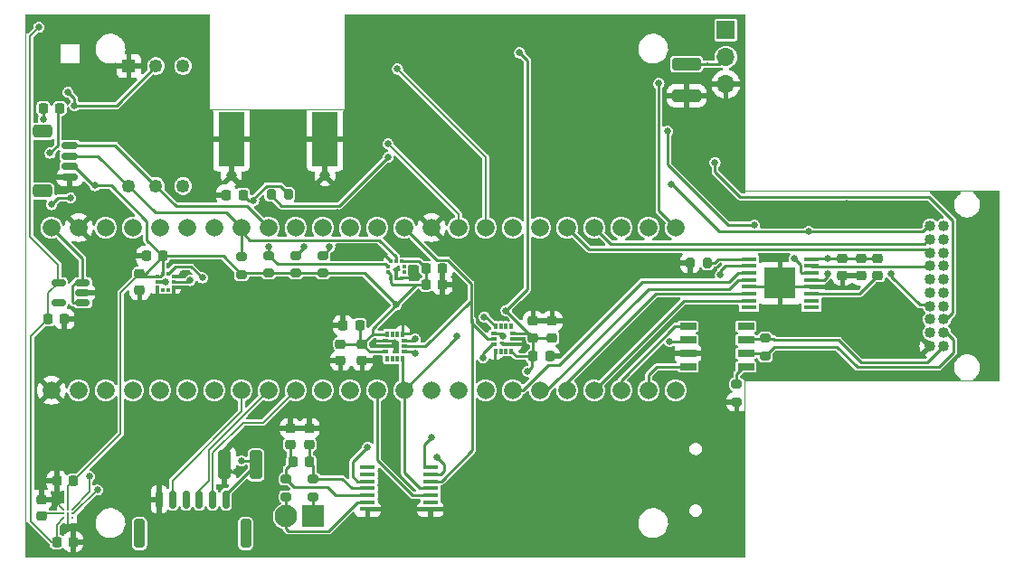
<source format=gbr>
%TF.GenerationSoftware,KiCad,Pcbnew,(7.0.0)*%
%TF.CreationDate,2024-06-17T09:17:14-04:00*%
%TF.ProjectId,BRGRavionics2.4.1,42524752-6176-4696-9f6e-696373322e34,rev?*%
%TF.SameCoordinates,PX429d390PY9157080*%
%TF.FileFunction,Copper,L2,Bot*%
%TF.FilePolarity,Positive*%
%FSLAX46Y46*%
G04 Gerber Fmt 4.6, Leading zero omitted, Abs format (unit mm)*
G04 Created by KiCad (PCBNEW (7.0.0)) date 2024-06-17 09:17:14*
%MOMM*%
%LPD*%
G01*
G04 APERTURE LIST*
G04 Aperture macros list*
%AMRoundRect*
0 Rectangle with rounded corners*
0 $1 Rounding radius*
0 $2 $3 $4 $5 $6 $7 $8 $9 X,Y pos of 4 corners*
0 Add a 4 corners polygon primitive as box body*
4,1,4,$2,$3,$4,$5,$6,$7,$8,$9,$2,$3,0*
0 Add four circle primitives for the rounded corners*
1,1,$1+$1,$2,$3*
1,1,$1+$1,$4,$5*
1,1,$1+$1,$6,$7*
1,1,$1+$1,$8,$9*
0 Add four rect primitives between the rounded corners*
20,1,$1+$1,$2,$3,$4,$5,0*
20,1,$1+$1,$4,$5,$6,$7,0*
20,1,$1+$1,$6,$7,$8,$9,0*
20,1,$1+$1,$8,$9,$2,$3,0*%
G04 Aperture macros list end*
%TA.AperFunction,ComponentPad*%
%ADD10R,1.700000X1.700000*%
%TD*%
%TA.AperFunction,ComponentPad*%
%ADD11O,1.700000X1.700000*%
%TD*%
%TA.AperFunction,ComponentPad*%
%ADD12R,1.251000X1.251000*%
%TD*%
%TA.AperFunction,ComponentPad*%
%ADD13C,1.251000*%
%TD*%
%TA.AperFunction,SMDPad,CuDef*%
%ADD14R,2.420000X5.080000*%
%TD*%
%TA.AperFunction,SMDPad,CuDef*%
%ADD15R,0.460000X0.950000*%
%TD*%
%TA.AperFunction,ComponentPad*%
%ADD16C,0.970000*%
%TD*%
%TA.AperFunction,ComponentPad*%
%ADD17C,1.665000*%
%TD*%
%TA.AperFunction,ComponentPad*%
%ADD18R,2.100000X2.100000*%
%TD*%
%TA.AperFunction,ComponentPad*%
%ADD19C,2.100000*%
%TD*%
%TA.AperFunction,SMDPad,CuDef*%
%ADD20RoundRect,0.200000X-0.275000X0.200000X-0.275000X-0.200000X0.275000X-0.200000X0.275000X0.200000X0*%
%TD*%
%TA.AperFunction,SMDPad,CuDef*%
%ADD21RoundRect,0.225000X-0.225000X-0.250000X0.225000X-0.250000X0.225000X0.250000X-0.225000X0.250000X0*%
%TD*%
%TA.AperFunction,SMDPad,CuDef*%
%ADD22RoundRect,0.225000X0.250000X-0.225000X0.250000X0.225000X-0.250000X0.225000X-0.250000X-0.225000X0*%
%TD*%
%TA.AperFunction,SMDPad,CuDef*%
%ADD23RoundRect,0.225000X-0.250000X0.225000X-0.250000X-0.225000X0.250000X-0.225000X0.250000X0.225000X0*%
%TD*%
%TA.AperFunction,SMDPad,CuDef*%
%ADD24RoundRect,0.150000X0.150000X0.700000X-0.150000X0.700000X-0.150000X-0.700000X0.150000X-0.700000X0*%
%TD*%
%TA.AperFunction,SMDPad,CuDef*%
%ADD25RoundRect,0.250000X0.250000X1.100000X-0.250000X1.100000X-0.250000X-1.100000X0.250000X-1.100000X0*%
%TD*%
%TA.AperFunction,ComponentPad*%
%ADD26C,1.016000*%
%TD*%
%TA.AperFunction,SMDPad,CuDef*%
%ADD27RoundRect,0.225000X0.225000X0.250000X-0.225000X0.250000X-0.225000X-0.250000X0.225000X-0.250000X0*%
%TD*%
%TA.AperFunction,SMDPad,CuDef*%
%ADD28RoundRect,0.200000X0.275000X-0.200000X0.275000X0.200000X-0.275000X0.200000X-0.275000X-0.200000X0*%
%TD*%
%TA.AperFunction,SMDPad,CuDef*%
%ADD29RoundRect,0.150000X0.512500X0.150000X-0.512500X0.150000X-0.512500X-0.150000X0.512500X-0.150000X0*%
%TD*%
%TA.AperFunction,SMDPad,CuDef*%
%ADD30RoundRect,0.250000X0.325000X1.100000X-0.325000X1.100000X-0.325000X-1.100000X0.325000X-1.100000X0*%
%TD*%
%TA.AperFunction,SMDPad,CuDef*%
%ADD31R,0.325000X0.300000*%
%TD*%
%TA.AperFunction,SMDPad,CuDef*%
%ADD32R,0.300000X0.325000*%
%TD*%
%TA.AperFunction,SMDPad,CuDef*%
%ADD33RoundRect,0.150000X-0.625000X0.150000X-0.625000X-0.150000X0.625000X-0.150000X0.625000X0.150000X0*%
%TD*%
%TA.AperFunction,SMDPad,CuDef*%
%ADD34RoundRect,0.250000X-0.650000X0.350000X-0.650000X-0.350000X0.650000X-0.350000X0.650000X0.350000X0*%
%TD*%
%TA.AperFunction,SMDPad,CuDef*%
%ADD35R,1.475000X0.450000*%
%TD*%
%TA.AperFunction,SMDPad,CuDef*%
%ADD36RoundRect,0.200000X0.200000X0.275000X-0.200000X0.275000X-0.200000X-0.275000X0.200000X-0.275000X0*%
%TD*%
%TA.AperFunction,SMDPad,CuDef*%
%ADD37R,3.000000X3.000000*%
%TD*%
%TA.AperFunction,SMDPad,CuDef*%
%ADD38R,0.300000X0.600000*%
%TD*%
%TA.AperFunction,SMDPad,CuDef*%
%ADD39R,0.600000X0.300000*%
%TD*%
%TA.AperFunction,SMDPad,CuDef*%
%ADD40R,1.525000X0.650000*%
%TD*%
%TA.AperFunction,SMDPad,CuDef*%
%ADD41C,0.200000*%
%TD*%
%TA.AperFunction,SMDPad,CuDef*%
%ADD42RoundRect,0.250000X-1.100000X0.325000X-1.100000X-0.325000X1.100000X-0.325000X1.100000X0.325000X0*%
%TD*%
%TA.AperFunction,ViaPad*%
%ADD43C,0.635000*%
%TD*%
%TA.AperFunction,Conductor*%
%ADD44C,0.198120*%
%TD*%
%TA.AperFunction,Conductor*%
%ADD45C,0.254000*%
%TD*%
%TA.AperFunction,Conductor*%
%ADD46C,0.508000*%
%TD*%
%TA.AperFunction,Conductor*%
%ADD47C,0.150000*%
%TD*%
%TA.AperFunction,Profile*%
%ADD48C,0.025400*%
%TD*%
%TA.AperFunction,Profile*%
%ADD49C,0.100000*%
%TD*%
G04 APERTURE END LIST*
D10*
%TO.P,J4,1,Pin_1*%
%TO.N,unconnected-(J5-Pin_1-Pad1)*%
X65531999Y49387999D03*
D11*
%TO.P,J4,2,Pin_2*%
%TO.N,Net-(IC4-OUT)*%
X65531999Y46847999D03*
%TO.P,J4,3,Pin_3*%
%TO.N,GND*%
X65531999Y44307999D03*
%TD*%
D12*
%TO.P,U3,1,GND*%
%TO.N,GND*%
X9651999Y46010999D03*
D13*
%TO.P,U3,2,VDD*%
%TO.N,+3.3V*%
X12192000Y46011000D03*
%TO.P,U3,3,EOC*%
%TO.N,unconnected-(U5-EOC-Pad3)*%
X14732000Y46011000D03*
%TO.P,U3,4,NC*%
%TO.N,unconnected-(U5-NC-Pad4)*%
X14732000Y34761000D03*
%TO.P,U3,5,SDA*%
%TO.N,/SDA0*%
X12192000Y34761000D03*
%TO.P,U3,6,SCL*%
%TO.N,/SCL0*%
X9652000Y34761000D03*
%TD*%
D14*
%TO.P,J1,2,1*%
%TO.N,GND*%
X28001999Y39184999D03*
X19241999Y39184999D03*
D15*
X28001999Y36194999D03*
X19241999Y36194999D03*
D16*
X28002000Y35745000D03*
X19242000Y35745000D03*
%TD*%
D17*
%TO.P,IC1,1,TX1*%
%TO.N,/RADIO TX*%
X7493000Y15621000D03*
%TO.P,IC1,2,OUT2*%
%TO.N,/RADIO CTS*%
X10033000Y15621000D03*
%TO.P,IC1,3,LRCLK2*%
%TO.N,/RADIO RTS*%
X12573000Y15621000D03*
%TO.P,IC1,4,BCLK2*%
%TO.N,unconnected-(IC5-BCLK2-Pad4)*%
X15113000Y15621000D03*
%TO.P,IC1,5,IN2*%
%TO.N,/CS_Therm*%
X17653000Y15621000D03*
%TO.P,IC1,6,OUT1D*%
%TO.N,/OSD DTR*%
X20193000Y15621000D03*
%TO.P,IC1,7,RX2*%
%TO.N,/OSD RX*%
X22733000Y15621000D03*
%TO.P,IC1,8,TX2*%
%TO.N,/OSD TX*%
X25273000Y15621000D03*
%TO.P,IC1,9,OUT1C*%
%TO.N,/CS_Motion1*%
X27813000Y15621000D03*
%TO.P,IC1,10,CS_1*%
%TO.N,/CS_Motion2*%
X30353000Y15621000D03*
%TO.P,IC1,11,MOSI*%
%TO.N,/MOSI1*%
X32893000Y15621000D03*
%TO.P,IC1,12,MISO*%
%TO.N,/MISO1*%
X35433000Y15621000D03*
%TO.P,IC1,13,SCK*%
%TO.N,/SCK1*%
X35433000Y30861000D03*
%TO.P,IC1,14,A0*%
%TO.N,/GPS RX*%
X32893000Y30861000D03*
%TO.P,IC1,15,A1*%
%TO.N,/GPS TX*%
X30353000Y30861000D03*
%TO.P,IC1,16,A2*%
%TO.N,/SCL1*%
X27813000Y30861000D03*
%TO.P,IC1,17,A3*%
%TO.N,/SDA1*%
X25273000Y30861000D03*
%TO.P,IC1,18,A4*%
%TO.N,/SDA0*%
X22733000Y30861000D03*
%TO.P,IC1,19,A5*%
%TO.N,/SCL0*%
X20193000Y30861000D03*
%TO.P,IC1,20,A6*%
%TO.N,unconnected-(IC5-A6-Pad20)*%
X17653000Y30861000D03*
%TO.P,IC1,21,A7*%
%TO.N,unconnected-(IC5-A7-Pad21)*%
X15113000Y30861000D03*
%TO.P,IC1,22,A8*%
%TO.N,unconnected-(IC5-A8-Pad22)*%
X12573000Y30861000D03*
%TO.P,IC1,23,A9*%
%TO.N,unconnected-(IC5-A9-Pad23)*%
X10033000Y30861000D03*
%TO.P,IC1,24,A10*%
%TO.N,Net-(IC5-A10)*%
X40513000Y15621000D03*
%TO.P,IC1,25,A11*%
%TO.N,Net-(IC5-A11)*%
X43053000Y15621000D03*
%TO.P,IC1,26,A12*%
%TO.N,/Motor Phase*%
X45593000Y15621000D03*
%TO.P,IC1,27,A13*%
%TO.N,/Motor Sleep*%
X48133000Y15621000D03*
%TO.P,IC1,28,RX7*%
%TO.N,/Motor Enable*%
X50673000Y15621000D03*
%TO.P,IC1,29,TX7*%
%TO.N,/Motor Mode*%
X53213000Y15621000D03*
%TO.P,IC1,30,CRX3*%
%TO.N,/CRX*%
X55753000Y15621000D03*
%TO.P,IC1,31,CTX3*%
%TO.N,/CTX*%
X58293000Y15621000D03*
%TO.P,IC1,32,OUT1B*%
%TO.N,/Limit Switch*%
X60833000Y15621000D03*
%TO.P,IC1,33,MCLK2*%
%TO.N,/CameraON*%
X60833000Y30861000D03*
%TO.P,IC1,34,RX8*%
%TO.N,/PowerRX*%
X58293000Y30861000D03*
%TO.P,IC1,35,TX8*%
%TO.N,/PowerTX*%
X55753000Y30861000D03*
%TO.P,IC1,36,CS_2*%
%TO.N,/Encoder B*%
X53213000Y30861000D03*
%TO.P,IC1,37,CS_3*%
%TO.N,/Encoder A*%
X50673000Y30861000D03*
%TO.P,IC1,38,A14*%
%TO.N,unconnected-(IC5-A14-Pad38)*%
X48133000Y30861000D03*
%TO.P,IC1,39,A15*%
%TO.N,unconnected-(IC5-A15-Pad39)*%
X45593000Y30861000D03*
%TO.P,IC1,40,A16*%
%TO.N,/GPS Pulse*%
X43053000Y30861000D03*
%TO.P,IC1,41,A17*%
%TO.N,/GPS RESET*%
X40513000Y30861000D03*
%TO.P,IC1,42,3.3V_1*%
%TO.N,+3.3V*%
X37973000Y15621000D03*
%TO.P,IC1,53,3.3V_(250_M_A_MAX)*%
%TO.N,unconnected-(IC5-3.3V_(250_M_A_MAX)-Pad53)*%
X7493000Y30861000D03*
%TO.P,IC1,55,VIN_(3.6_TO_5.5_VOLTS)*%
%TO.N,+5V*%
X2413000Y30861000D03*
%TO.P,IC1,57,RX1*%
%TO.N,/RADIO RX*%
X4953000Y15621000D03*
%TO.P,IC1,69,GND_4*%
%TO.N,GND*%
X37973000Y30861000D03*
%TO.P,IC1,70,GND_5*%
X4953000Y30861000D03*
%TO.P,IC1,71,GND_6*%
X2413000Y15621000D03*
%TD*%
D18*
%TO.P,J2,1,Pin_1*%
%TO.N,/Thermocouple/T+*%
X26923999Y3809999D03*
D19*
%TO.P,J2,2,Pin_2*%
%TO.N,/Thermocouple/T-*%
X24384000Y3810000D03*
%TD*%
D20*
%TO.P,R6,1*%
%TO.N,/SDA1*%
X25273000Y28257000D03*
%TO.P,R6,2*%
%TO.N,+3.3V*%
X25273000Y26607000D03*
%TD*%
D21*
%TO.P,C16,1*%
%TO.N,+3.3V*%
X47485000Y18796000D03*
%TO.P,C16,2*%
%TO.N,GND*%
X49035000Y18796000D03*
%TD*%
D22*
%TO.P,C17,1*%
%TO.N,+3.3V*%
X47498000Y20561000D03*
%TO.P,C17,2*%
%TO.N,GND*%
X47498000Y22111000D03*
%TD*%
D21*
%TO.P,C32,1*%
%TO.N,Net-(U7-VO-)*%
X1638000Y42037000D03*
%TO.P,C32,2*%
%TO.N,Net-(U7-VO+)*%
X3188000Y42037000D03*
%TD*%
D23*
%TO.P,C29,1*%
%TO.N,+3.3V*%
X10668000Y26556000D03*
%TO.P,C29,2*%
%TO.N,GND*%
X10668000Y25006000D03*
%TD*%
D24*
%TO.P,OSDCOMM1,1,1*%
%TO.N,+5V*%
X18746000Y5406000D03*
%TO.P,OSDCOMM1,2,2*%
%TO.N,/OSD TX*%
X17496000Y5406000D03*
%TO.P,OSDCOMM1,3,3*%
%TO.N,/OSD RX*%
X16246000Y5406000D03*
%TO.P,OSDCOMM1,4,4*%
%TO.N,unconnected-(OSDCOMM1-Pad4)*%
X14996000Y5406000D03*
%TO.P,OSDCOMM1,5,5*%
%TO.N,/OSD DTR*%
X13746000Y5406000D03*
%TO.P,OSDCOMM1,6,6*%
%TO.N,GND*%
X12496000Y5406000D03*
D25*
%TO.P,OSDCOMM1,MP*%
%TO.N,N/C*%
X20596000Y2206000D03*
X10646000Y2206000D03*
%TD*%
D26*
%TO.P,J5,1,1*%
%TO.N,GND*%
X84653000Y19775000D03*
%TO.P,J5,2,2*%
%TO.N,/USB D-*%
X84653000Y21025000D03*
%TO.P,J5,3,3*%
%TO.N,/USB D+*%
X84653000Y22275000D03*
%TO.P,J5,4,4*%
%TO.N,+5V*%
X84653000Y23525000D03*
%TO.P,J5,5,5*%
%TO.N,/Limit Switch*%
X84653000Y24775000D03*
%TO.P,J5,6,6*%
%TO.N,/M+*%
X84653000Y26025000D03*
%TO.P,J5,7,7*%
%TO.N,/M-*%
X84653000Y27275000D03*
%TO.P,J5,8,8*%
%TO.N,/Encoder A*%
X84653000Y28525000D03*
%TO.P,J5,9,9*%
%TO.N,/Encoder B*%
X84653000Y29775000D03*
%TO.P,J5,10,10*%
%TO.N,+BATT*%
X84653000Y31025000D03*
%TO.P,J5,11,11*%
%TO.N,/CAN-L*%
X85903000Y19775000D03*
%TO.P,J5,12,12*%
%TO.N,/CAN-H*%
X85903000Y21025000D03*
%TO.P,J5,13,13*%
%TO.N,VBUS*%
X85903000Y22275000D03*
%TO.P,J5,14,14*%
%TO.N,unconnected-(J1-Pad14)*%
X85903000Y23525000D03*
%TO.P,J5,15,15*%
%TO.N,unconnected-(J1-Pad15)*%
X85903000Y24775000D03*
%TO.P,J5,16,16*%
%TO.N,unconnected-(J1-Pad16)*%
X85903000Y26025000D03*
%TO.P,J5,17,17*%
%TO.N,unconnected-(J1-Pad17)*%
X85903000Y27275000D03*
%TO.P,J5,18,18*%
%TO.N,unconnected-(J1-Pad18)*%
X85903000Y28525000D03*
%TO.P,J5,19,19*%
%TO.N,unconnected-(J1-Pad19)*%
X85903000Y29775000D03*
%TO.P,J5,20,20*%
%TO.N,+3.3V*%
X85903000Y31025000D03*
%TD*%
D20*
%TO.P,R10,1*%
%TO.N,/SCL0*%
X20193000Y28130000D03*
%TO.P,R10,2*%
%TO.N,+3.3V*%
X20193000Y26480000D03*
%TD*%
D22*
%TO.P,C23,1*%
%TO.N,Net-(U13-T+)*%
X26543000Y10528000D03*
%TO.P,C23,2*%
%TO.N,GND*%
X26543000Y12078000D03*
%TD*%
D27*
%TO.P,C31,1*%
%TO.N,GND*%
X4439000Y1416000D03*
%TO.P,C31,2*%
%TO.N,+1V8_1*%
X2889000Y1416000D03*
%TD*%
D28*
%TO.P,R5,1*%
%TO.N,/Thermocouple/T+*%
X26924000Y5652000D03*
%TO.P,R5,2*%
%TO.N,Net-(U13-T+)*%
X26924000Y7302000D03*
%TD*%
D29*
%TO.P,IC5,1,VIN*%
%TO.N,+5V*%
X5328500Y25715000D03*
%TO.P,IC5,2,GND*%
%TO.N,GND*%
X5328500Y24765000D03*
%TO.P,IC5,3,EN*%
%TO.N,+5V*%
X5328500Y23815000D03*
%TO.P,IC5,4,NC*%
%TO.N,unconnected-(IC1-NC-Pad4)*%
X3053500Y23815000D03*
%TO.P,IC5,5,VOUT*%
%TO.N,+1V8_1*%
X3053500Y25715000D03*
%TD*%
D23*
%TO.P,C13,1*%
%TO.N,+BATT*%
X76454000Y27953000D03*
%TO.P,C13,2*%
%TO.N,GND*%
X76454000Y26403000D03*
%TD*%
%TO.P,C20,1*%
%TO.N,+3.3V*%
X31496000Y19952000D03*
%TO.P,C20,2*%
%TO.N,GND*%
X31496000Y18402000D03*
%TD*%
D21*
%TO.P,C18,1*%
%TO.N,+3.3V*%
X37452000Y27051000D03*
%TO.P,C18,2*%
%TO.N,GND*%
X39002000Y27051000D03*
%TD*%
D30*
%TO.P,C26,1*%
%TO.N,+5V*%
X21541000Y8636000D03*
%TO.P,C26,2*%
%TO.N,GND*%
X18591000Y8636000D03*
%TD*%
D27*
%TO.P,C24,1*%
%TO.N,Net-(U13-T+)*%
X26556000Y8890000D03*
%TO.P,C24,2*%
%TO.N,Net-(U13-T-)*%
X25006000Y8890000D03*
%TD*%
D23*
%TO.P,C22,1*%
%TO.N,+3.3V*%
X29464000Y19952000D03*
%TO.P,C22,2*%
%TO.N,GND*%
X29464000Y18402000D03*
%TD*%
D28*
%TO.P,R1,1*%
%TO.N,/CAN-H*%
X69215000Y18860000D03*
%TO.P,R1,2*%
%TO.N,/CAN-L*%
X69215000Y20510000D03*
%TD*%
D31*
%TO.P,U7,1,VDDIO*%
%TO.N,+3.3V*%
X33920999Y26673999D03*
%TO.P,U7,2,SCK*%
%TO.N,/SDA0*%
X33920999Y27173999D03*
D32*
%TO.P,U7,3,VSS_1*%
%TO.N,GND*%
X34170999Y27698999D03*
%TO.P,U7,4,SDI*%
%TO.N,/SCL0*%
X34670999Y27698999D03*
%TO.P,U7,5,SDO*%
%TO.N,+3.3V*%
X35170999Y27698999D03*
D31*
%TO.P,U7,6,CSB*%
%TO.N,unconnected-(U22-CSB-Pad6)*%
X35420999Y27173999D03*
%TO.P,U7,7,INT*%
%TO.N,unconnected-(U22-INT-Pad7)*%
X35420999Y26673999D03*
D32*
%TO.P,U7,8,VSS_2*%
%TO.N,GND*%
X35170999Y26148999D03*
%TO.P,U7,9,VSS_3*%
X34670999Y26148999D03*
%TO.P,U7,10,VDD*%
%TO.N,+3.3V*%
X34170999Y26148999D03*
%TD*%
D21*
%TO.P,C33,1*%
%TO.N,+1V8_1*%
X2069800Y22301200D03*
%TO.P,C33,2*%
%TO.N,GND*%
X3619800Y22301200D03*
%TD*%
D20*
%TO.P,R9,1*%
%TO.N,/SDA0*%
X22733000Y28257000D03*
%TO.P,R9,2*%
%TO.N,+3.3V*%
X22733000Y26607000D03*
%TD*%
D22*
%TO.P,C25,1*%
%TO.N,Net-(U13-T-)*%
X24765000Y10528000D03*
%TO.P,C25,2*%
%TO.N,GND*%
X24765000Y12078000D03*
%TD*%
D20*
%TO.P,R4,1*%
%TO.N,/SCL1*%
X27813000Y28257000D03*
%TO.P,R4,2*%
%TO.N,+3.3V*%
X27813000Y26607000D03*
%TD*%
D22*
%TO.P,C15,1*%
%TO.N,+3.3V*%
X49276000Y20561000D03*
%TO.P,C15,2*%
%TO.N,GND*%
X49276000Y22111000D03*
%TD*%
D33*
%TO.P,EXTRAI1,1,1*%
%TO.N,/SDA0*%
X4119000Y38584000D03*
%TO.P,EXTRAI1,2,2*%
%TO.N,/SCL0*%
X4119000Y37584000D03*
%TO.P,EXTRAI1,3,3*%
%TO.N,+3.3V*%
X4119000Y36584000D03*
%TO.P,EXTRAI1,4,4*%
%TO.N,GND*%
X4119000Y35584000D03*
D34*
%TO.P,EXTRAI1,MP*%
%TO.N,N/C*%
X1594000Y39884000D03*
X1594000Y34284000D03*
%TD*%
D35*
%TO.P,U6,1,AGND*%
%TO.N,GND*%
X32003999Y4481999D03*
%TO.P,U6,2,BIAS*%
%TO.N,/Thermocouple/T-*%
X32003999Y5131999D03*
%TO.P,U6,3,T-*%
%TO.N,Net-(U13-T-)*%
X32003999Y5781999D03*
%TO.P,U6,4,T+*%
%TO.N,Net-(U13-T+)*%
X32003999Y6431999D03*
%TO.P,U6,5,AVDD*%
%TO.N,+3.3V*%
X32003999Y7081999D03*
%TO.P,U6,6,DNC*%
%TO.N,unconnected-(U13-DNC-Pad6)*%
X32003999Y7731999D03*
%TO.P,U6,7,~{DRDY}*%
%TO.N,unconnected-(U13-~{DRDY}-Pad7)*%
X32003999Y8381999D03*
%TO.P,U6,8,DVDD*%
%TO.N,+3.3V*%
X37879999Y8381999D03*
%TO.P,U6,9,~{CS}*%
%TO.N,/CS_Therm*%
X37879999Y7731999D03*
%TO.P,U6,10,SCK*%
%TO.N,/SCK1*%
X37879999Y7081999D03*
%TO.P,U6,11,SDO*%
%TO.N,/MISO1*%
X37879999Y6431999D03*
%TO.P,U6,12,SDI*%
%TO.N,/MOSI1*%
X37879999Y5781999D03*
%TO.P,U6,13,~{FAULT}*%
%TO.N,unconnected-(U13-~{FAULT}-Pad13)*%
X37879999Y5131999D03*
%TO.P,U6,14,DGND*%
%TO.N,GND*%
X37879999Y4481999D03*
%TD*%
D27*
%TO.P,C28,1*%
%TO.N,+3.3V*%
X12827000Y28194000D03*
%TO.P,C28,2*%
%TO.N,GND*%
X11277000Y28194000D03*
%TD*%
%TO.P,C21,1*%
%TO.N,+3.3V*%
X31255000Y21717000D03*
%TO.P,C21,2*%
%TO.N,GND*%
X29705000Y21717000D03*
%TD*%
D36*
%TO.P,R3,1*%
%TO.N,Net-(IC3-SENSE)*%
X63817000Y27559000D03*
%TO.P,R3,2*%
%TO.N,GND*%
X62167000Y27559000D03*
%TD*%
D20*
%TO.P,R2,1*%
%TO.N,Net-(IC2-RS)*%
X66548000Y16192000D03*
%TO.P,R2,2*%
%TO.N,GND*%
X66548000Y14542000D03*
%TD*%
D35*
%TO.P,IC3,1,NFAULT*%
%TO.N,unconnected-(IC3-NFAULT-Pad1)*%
X67673999Y23378999D03*
%TO.P,IC3,2,MODE*%
%TO.N,/Motor Mode*%
X67673999Y24028999D03*
%TO.P,IC3,3,PHASE*%
%TO.N,/Motor Enable*%
X67673999Y24678999D03*
%TO.P,IC3,4,GND_1*%
%TO.N,GND*%
X67673999Y25328999D03*
%TO.P,IC3,5,NSLEEP*%
%TO.N,/Motor Sleep*%
X67673999Y25978999D03*
%TO.P,IC3,6,ENABLE*%
%TO.N,/Motor Phase*%
X67673999Y26628999D03*
%TO.P,IC3,7,OUT+*%
%TO.N,/M+*%
X67673999Y27278999D03*
%TO.P,IC3,8,SENSE*%
%TO.N,Net-(IC3-SENSE)*%
X67673999Y27928999D03*
%TO.P,IC3,9,VBB*%
%TO.N,+BATT*%
X73549999Y27928999D03*
%TO.P,IC3,10,OUT-*%
%TO.N,/M-*%
X73549999Y27278999D03*
%TO.P,IC3,11,CP1*%
%TO.N,Net-(IC3-CP1)*%
X73549999Y26628999D03*
%TO.P,IC3,12,CP2*%
%TO.N,Net-(IC3-CP2)*%
X73549999Y25978999D03*
D37*
%TO.P,IC3,13,GND_2*%
%TO.N,GND*%
X70611999Y25653999D03*
D35*
X73549999Y25328999D03*
%TO.P,IC3,14,VCP*%
%TO.N,Net-(IC3-VCP)*%
X73549999Y24678999D03*
%TO.P,IC3,15,VREG*%
%TO.N,unconnected-(IC3-VREG-Pad15)*%
X73549999Y24028999D03*
%TO.P,IC3,16,NC*%
%TO.N,unconnected-(IC3-NC-Pad16)*%
X73549999Y23378999D03*
%TD*%
D21*
%TO.P,C19,1*%
%TO.N,+3.3V*%
X37452000Y25527000D03*
%TO.P,C19,2*%
%TO.N,GND*%
X39002000Y25527000D03*
%TD*%
D38*
%TO.P,U8,1,AP_SDO/AP_AD0*%
%TO.N,/MISO1*%
X35293999Y18595999D03*
%TO.P,U8,2,RESV_2*%
%TO.N,unconnected-(U15-RESV_2-Pad2)*%
X34793999Y18595999D03*
%TO.P,U8,3,RESV_3*%
%TO.N,unconnected-(U15-RESV_3-Pad3)*%
X34293999Y18595999D03*
%TO.P,U8,4,INT1/INT*%
%TO.N,unconnected-(U15-INT1{slash}INT-Pad4)*%
X33793999Y18595999D03*
D39*
%TO.P,U8,5,VDDIO*%
%TO.N,+3.3V*%
X33643999Y19245999D03*
%TO.P,U8,6,GND*%
%TO.N,GND*%
X33643999Y19745999D03*
%TO.P,U8,7,RESV_7*%
X33643999Y20245999D03*
D38*
%TO.P,U8,8,VDD*%
%TO.N,+3.3V*%
X33793999Y20895999D03*
%TO.P,U8,9,INT2/FSYNC/CLKIN*%
%TO.N,unconnected-(U15-INT2{slash}FSYNC{slash}CLKIN-Pad9)*%
X34293999Y20895999D03*
%TO.P,U8,10,RESV_10*%
%TO.N,unconnected-(U15-RESV_10-Pad10)*%
X34793999Y20895999D03*
%TO.P,U8,11,RESV_11*%
%TO.N,GND*%
X35293999Y20895999D03*
D39*
%TO.P,U8,12,AP_CS*%
%TO.N,/CS_Motion2*%
X35443999Y20245999D03*
%TO.P,U8,13,AP_SCL/AP_SCLK*%
%TO.N,/SCK1*%
X35443999Y19745999D03*
%TO.P,U8,14,AP_SDA/AP_SDIO/AP_SDI*%
%TO.N,/MOSI1*%
X35443999Y19245999D03*
%TD*%
D23*
%TO.P,C34,1*%
%TO.N,GND*%
X1473200Y5366000D03*
%TO.P,C34,2*%
%TO.N,Net-(U20-CRST)*%
X1473200Y3816000D03*
%TD*%
D28*
%TO.P,R8,1*%
%TO.N,/Thermocouple/T-*%
X24384000Y5652000D03*
%TO.P,R8,2*%
%TO.N,Net-(U13-T-)*%
X24384000Y7302000D03*
%TD*%
D40*
%TO.P,IC4,1,D*%
%TO.N,/CTX*%
X61981799Y17805399D03*
%TO.P,IC4,2,GND*%
%TO.N,GND*%
X61981799Y19075399D03*
%TO.P,IC4,3,VCC*%
%TO.N,+3.3V*%
X61981799Y20345399D03*
%TO.P,IC4,4,R*%
%TO.N,/CRX*%
X61981799Y21615399D03*
%TO.P,IC4,5,VREF*%
%TO.N,unconnected-(IC2-VREF-Pad5)*%
X67405799Y21615399D03*
%TO.P,IC4,6,CANL*%
%TO.N,/CAN-L*%
X67405799Y20345399D03*
%TO.P,IC4,7,CANH*%
%TO.N,/CAN-H*%
X67405799Y19075399D03*
%TO.P,IC4,8,RS*%
%TO.N,Net-(IC2-RS)*%
X67405799Y17805399D03*
%TD*%
D38*
%TO.P,U5,1,AP_SDO/AP_AD0*%
%TO.N,/MISO1*%
X43953999Y21596999D03*
%TO.P,U5,2,RESV_2*%
%TO.N,unconnected-(U6-RESV_2-Pad2)*%
X44453999Y21596999D03*
%TO.P,U5,3,RESV_3*%
%TO.N,unconnected-(U6-RESV_3-Pad3)*%
X44953999Y21596999D03*
%TO.P,U5,4,INT1/INT*%
%TO.N,unconnected-(U6-INT1{slash}INT-Pad4)*%
X45453999Y21596999D03*
D39*
%TO.P,U5,5,VDDIO*%
%TO.N,+3.3V*%
X45603999Y20946999D03*
%TO.P,U5,6,GND*%
%TO.N,GND*%
X45603999Y20446999D03*
%TO.P,U5,7,RESV_7*%
X45603999Y19946999D03*
D38*
%TO.P,U5,8,VDD*%
%TO.N,+3.3V*%
X45453999Y19296999D03*
%TO.P,U5,9,INT2/FSYNC/CLKIN*%
%TO.N,unconnected-(U6-INT2{slash}FSYNC{slash}CLKIN-Pad9)*%
X44953999Y19296999D03*
%TO.P,U5,10,RESV_10*%
%TO.N,unconnected-(U6-RESV_10-Pad10)*%
X44453999Y19296999D03*
%TO.P,U5,11,RESV_11*%
%TO.N,GND*%
X43953999Y19296999D03*
D39*
%TO.P,U5,12,AP_CS*%
%TO.N,/CS_Motion1*%
X43803999Y19946999D03*
%TO.P,U5,13,AP_SCL/AP_SCLK*%
%TO.N,/SCK1*%
X43803999Y20446999D03*
%TO.P,U5,14,AP_SDA/AP_SDIO/AP_SDI*%
%TO.N,/MOSI1*%
X43803999Y20946999D03*
%TD*%
D36*
%TO.P,R7,1*%
%TO.N,Net-(C3-Pad1)*%
X24599400Y33985200D03*
%TO.P,R7,2*%
%TO.N,Net-(U9-VCC_RF)*%
X22949400Y33985200D03*
%TD*%
D27*
%TO.P,C27,1*%
%TO.N,Net-(C3-Pad1)*%
X20333000Y33934400D03*
%TO.P,C27,2*%
%TO.N,GND*%
X18783000Y33934400D03*
%TD*%
D22*
%TO.P,C11,1*%
%TO.N,Net-(IC3-VCP)*%
X79756000Y26403000D03*
%TO.P,C11,2*%
%TO.N,+BATT*%
X79756000Y27953000D03*
%TD*%
D41*
%TO.P,U10,A1,INT*%
%TO.N,unconnected-(U20-INT-PadA1)*%
X4337000Y3664000D03*
%TO.P,U10,A2,SDA*%
%TO.N,/SDA1*%
X4337000Y4064000D03*
%TO.P,U10,A3,SCK*%
%TO.N,/SCL1*%
X4337000Y4464000D03*
%TO.P,U10,B1,GND*%
%TO.N,GND*%
X3937000Y3664000D03*
%TO.P,U10,B2,ADSEL*%
X3937000Y4064000D03*
%TO.P,U10,B3,VDDIO*%
%TO.N,+3.3V*%
X3937000Y4464000D03*
%TO.P,U10,C1,VDD*%
%TO.N,+1V8_1*%
X3537000Y3664000D03*
%TO.P,U10,C2,CRST*%
%TO.N,Net-(U20-CRST)*%
X3537000Y4064000D03*
%TO.P,U10,C3,BYPASS*%
%TO.N,GND*%
X3537000Y4464000D03*
%TD*%
D32*
%TO.P,U9,1,VDDIO*%
%TO.N,+3.3V*%
X12830999Y26530999D03*
%TO.P,U9,2,SCK*%
%TO.N,/SDA0*%
X13330999Y26530999D03*
D31*
%TO.P,U9,3,VSS_1*%
%TO.N,GND*%
X13855999Y26280999D03*
%TO.P,U9,4,SDI*%
%TO.N,/SCL0*%
X13855999Y25780999D03*
%TO.P,U9,5,SDO*%
%TO.N,GND*%
X13855999Y25280999D03*
D32*
%TO.P,U9,6,CSB*%
%TO.N,unconnected-(U2-CSB-Pad6)*%
X13330999Y25030999D03*
%TO.P,U9,7,INT*%
%TO.N,unconnected-(U2-INT-Pad7)*%
X12830999Y25030999D03*
D31*
%TO.P,U9,8,VSS_2*%
%TO.N,GND*%
X12305999Y25280999D03*
%TO.P,U9,9,VSS_3*%
X12305999Y25780999D03*
%TO.P,U9,10,VDD*%
%TO.N,+3.3V*%
X12305999Y26280999D03*
%TD*%
D42*
%TO.P,C14,1*%
%TO.N,Net-(IC4-OUT)*%
X61849000Y46179000D03*
%TO.P,C14,2*%
%TO.N,GND*%
X61849000Y43229000D03*
%TD*%
D23*
%TO.P,C12,1*%
%TO.N,+BATT*%
X78232000Y27953000D03*
%TO.P,C12,2*%
%TO.N,GND*%
X78232000Y26403000D03*
%TD*%
D27*
%TO.P,C30,1*%
%TO.N,+3.3V*%
X4439000Y7131000D03*
%TO.P,C30,2*%
%TO.N,GND*%
X2889000Y7131000D03*
%TD*%
D43*
%TO.N,+3.3V*%
X37973000Y11176000D03*
X60253313Y20188487D03*
X6477000Y34798000D03*
X4572000Y42291000D03*
X3937000Y43561000D03*
X34671000Y23622000D03*
X32004000Y10287000D03*
X46990000Y17399000D03*
X44958000Y23101000D03*
X46228000Y47244000D03*
%TO.N,GND*%
X9753600Y28194000D03*
X36195000Y26543000D03*
X26162000Y20193000D03*
X21590000Y40259000D03*
X88900000Y29337000D03*
X29210000Y32258000D03*
X64719200Y23012400D03*
X36830000Y22479000D03*
X19685000Y8001000D03*
X18161000Y26924000D03*
X63119000Y14605000D03*
X13716000Y39497000D03*
X13081000Y1854200D03*
X20828000Y20193000D03*
X3632200Y20751800D03*
X6959600Y24739600D03*
X7239000Y20320000D03*
X49657000Y42672000D03*
X23291800Y12065000D03*
X4953000Y45339000D03*
X25527000Y39243000D03*
X6096000Y1422400D03*
X14732000Y26543000D03*
X82550000Y22606000D03*
X2895600Y8813800D03*
X89027000Y22098000D03*
X81280000Y31242000D03*
X13081000Y25781000D03*
X21590000Y37592000D03*
X1320800Y7162800D03*
X21590000Y38989000D03*
X76860400Y33121600D03*
X32029400Y2921000D03*
X59309000Y8763000D03*
X10363200Y50038000D03*
X3683000Y40640000D03*
X25527000Y40386000D03*
X55880000Y26416000D03*
X13970000Y20574000D03*
X69596000Y28067000D03*
X2667000Y35687000D03*
X51054000Y26543000D03*
X34671000Y29337000D03*
X66167000Y8509000D03*
X28117800Y12090400D03*
X46609000Y19431000D03*
X3937000Y2794000D03*
X25527000Y37592000D03*
X33274000Y28321000D03*
X18262600Y1854200D03*
X67868800Y33020000D03*
X6121400Y49809400D03*
X50673000Y42672000D03*
X64516000Y5207000D03*
X13589000Y42926000D03*
X37160200Y2311400D03*
X72136000Y22606000D03*
X34544000Y19812000D03*
X7747000Y40894000D03*
X1295400Y44805600D03*
%TO.N,+1V8_1*%
X1219200Y49631600D03*
%TO.N,+5V*%
X60071000Y39878000D03*
X68199000Y31115000D03*
X20193000Y9017000D03*
X81009000Y26543000D03*
%TO.N,Net-(C3-Pad1)*%
X21336000Y33401000D03*
%TO.N,Net-(U7-VO-)*%
X1638000Y41034000D03*
%TO.N,Net-(U7-VO+)*%
X2289002Y37846000D03*
%TO.N,Net-(IC3-CP2)*%
X75057000Y26543000D03*
%TO.N,Net-(IC3-CP1)*%
X71921500Y27979500D03*
%TO.N,+BATT*%
X75057000Y28017000D03*
X73279000Y30480000D03*
X60452000Y34925000D03*
%TO.N,/SDA0*%
X16514513Y26157487D03*
X22733000Y29076000D03*
%TO.N,/SCL0*%
X15367000Y25908000D03*
%TO.N,/M+*%
X65024000Y26416000D03*
%TO.N,/MISO1*%
X42926000Y22479000D03*
X40386000Y20701000D03*
%TO.N,/SDA1*%
X4191000Y33655000D03*
X6705600Y6280573D03*
X2413000Y33020000D03*
X26035000Y29076000D03*
%TO.N,/SCL1*%
X28448000Y29076000D03*
X5969000Y7543800D03*
%TO.N,/MOSI1*%
X36449000Y19050000D03*
X44704000Y20701000D03*
%TO.N,Net-(U9-VCC_RF)*%
X33909000Y37465000D03*
%TO.N,/GPS RESET*%
X33909000Y38735000D03*
%TO.N,/GPS Pulse*%
X34798000Y45720000D03*
%TO.N,/CS_Motion1*%
X42799000Y18669000D03*
%TO.N,/CS_Motion2*%
X36449000Y20447000D03*
%TO.N,/CS_Therm*%
X38455600Y9372600D03*
%TO.N,/CameraON*%
X59263500Y44368500D03*
%TO.N,VBUS*%
X64516000Y36957000D03*
%TD*%
D44*
%TO.N,+3.3V*%
X8890000Y24778000D02*
X10668000Y26556000D01*
D45*
X29464000Y19952000D02*
X31496000Y19952000D01*
X37338000Y8534400D02*
X37338000Y10541000D01*
X36804000Y27699000D02*
X35171000Y27699000D01*
X30607000Y8890000D02*
X30607000Y7531500D01*
X37452000Y27051000D02*
X36804000Y27699000D01*
X45955000Y18796000D02*
X45454000Y19297000D01*
X44958000Y23101000D02*
X47498000Y20561000D01*
X47112000Y20947000D02*
X45604000Y20947000D01*
X30607000Y7531500D02*
X31056500Y7082000D01*
X60253313Y20188487D02*
X61824887Y20188487D01*
X34171000Y25701500D02*
X34171000Y26149000D01*
X11328400Y31445200D02*
X7975600Y34798000D01*
D44*
X4439000Y7131000D02*
X8890000Y11582000D01*
D45*
X12827000Y28194000D02*
X11328400Y29692600D01*
X32440000Y20896000D02*
X33794000Y20896000D01*
X31255000Y21717000D02*
X31255000Y20193000D01*
X11328400Y29692600D02*
X11328400Y31445200D01*
X6477000Y34798000D02*
X6343100Y34931900D01*
X32440000Y21391000D02*
X32440000Y20896000D01*
X37338000Y10541000D02*
X37973000Y11176000D01*
D44*
X3937000Y6629000D02*
X3937000Y4464000D01*
D45*
X31056500Y7082000D02*
X32004000Y7082000D01*
X47498000Y20561000D02*
X47498000Y18809000D01*
X34671000Y23622000D02*
X32440000Y21391000D01*
X7975600Y34798000D02*
X6477000Y34798000D01*
X37880000Y8382000D02*
X37490400Y8382000D01*
X34171000Y26424000D02*
X33921000Y26674000D01*
X47485000Y18796000D02*
X45955000Y18796000D01*
X20193000Y26480000D02*
X18479000Y28194000D01*
D44*
X8890000Y11582000D02*
X8890000Y24778000D01*
D45*
X4572000Y42291000D02*
X8472000Y42291000D01*
X32202000Y19246000D02*
X33644000Y19246000D01*
X49276000Y20561000D02*
X47498000Y20561000D01*
X31686000Y26607000D02*
X27813000Y26607000D01*
X46983000Y46489000D02*
X46228000Y47244000D01*
X46990000Y17399000D02*
X47371000Y17780000D01*
X46983000Y25126000D02*
X46983000Y46489000D01*
X37452000Y27051000D02*
X37452000Y25527000D01*
X31496000Y19952000D02*
X32440000Y20896000D01*
X32004000Y10287000D02*
X30607000Y8890000D01*
X31496000Y19952000D02*
X32202000Y19246000D01*
X6216100Y34931900D02*
X4564000Y36584000D01*
X36576000Y25527000D02*
X37452000Y25527000D01*
X34671000Y23622000D02*
X36576000Y25527000D01*
X6343100Y34931900D02*
X6216100Y34931900D01*
X11189000Y26556000D02*
X12827000Y28194000D01*
X47371000Y17780000D02*
X47371000Y18682000D01*
D44*
X4439000Y7131000D02*
X3937000Y6629000D01*
D45*
X4572000Y42926000D02*
X4572000Y42291000D01*
X8472000Y42291000D02*
X12192000Y46011000D01*
X47498000Y20561000D02*
X47112000Y20947000D01*
X37452000Y25527000D02*
X34345500Y25527000D01*
X3937000Y43561000D02*
X4572000Y42926000D01*
X34171000Y26149000D02*
X34171000Y26424000D01*
X34345500Y25527000D02*
X34171000Y25701500D01*
X12827000Y28194000D02*
X12827000Y26535000D01*
X12306000Y26281000D02*
X10943000Y26281000D01*
X10668000Y26556000D02*
X11189000Y26556000D01*
X27813000Y26607000D02*
X20320000Y26607000D01*
X18479000Y28194000D02*
X12827000Y28194000D01*
X12306000Y26281000D02*
X12581000Y26281000D01*
X44958000Y23101000D02*
X46983000Y25126000D01*
X37490400Y8382000D02*
X37338000Y8534400D01*
X12581000Y26281000D02*
X12831000Y26531000D01*
X34671000Y23622000D02*
X31686000Y26607000D01*
D46*
%TO.N,GND*%
X18591000Y9878800D02*
X19685000Y10972800D01*
D45*
X67674000Y25329000D02*
X70287000Y25329000D01*
X19685000Y8001000D02*
X19226000Y8001000D01*
X19226000Y8001000D02*
X18591000Y8636000D01*
D44*
X3937000Y3664000D02*
X3937000Y4064000D01*
D45*
X18591000Y8636000D02*
X18591000Y9878800D01*
D44*
X2635000Y5366000D02*
X3537000Y4464000D01*
D45*
X1270000Y6623000D02*
X1251000Y6604000D01*
X33549000Y28321000D02*
X34171000Y27699000D01*
X35171000Y26149000D02*
X34671000Y26149000D01*
X70937000Y25329000D02*
X73550000Y25329000D01*
D44*
X1473200Y5366000D02*
X2635000Y5366000D01*
X3937000Y3664000D02*
X3937000Y2794000D01*
D45*
X33274000Y28321000D02*
X33549000Y28321000D01*
D44*
%TO.N,+1V8_1*%
X404440Y30049956D02*
X404440Y40464420D01*
X486440Y20654040D02*
X486440Y3368560D01*
X2439000Y1416000D02*
X2889000Y1416000D01*
X3053500Y25715000D02*
X2101440Y24762940D01*
X381000Y40487860D02*
X381000Y48793400D01*
X2101440Y22269040D02*
X486440Y20654040D01*
X2889000Y3016000D02*
X3537000Y3664000D01*
X2889000Y1416000D02*
X2889000Y3016000D01*
X2101440Y24762940D02*
X2101440Y22269040D01*
X3048000Y25720500D02*
X3048000Y27406396D01*
X404440Y40464420D02*
X381000Y40487860D01*
X381000Y48793400D02*
X1219200Y49631600D01*
X486440Y3368560D02*
X2439000Y1416000D01*
X3048000Y27406396D02*
X404440Y30049956D01*
D45*
%TO.N,+5V*%
X4480600Y23815000D02*
X5328500Y23815000D01*
X4348500Y25397499D02*
X4348500Y23947100D01*
X4348500Y23947100D02*
X4480600Y23815000D01*
X5328500Y27945500D02*
X5328500Y25715000D01*
X81009000Y26543000D02*
X81009000Y26306000D01*
X81009000Y26306000D02*
X83693000Y23622000D01*
X5328500Y25715000D02*
X4666001Y25715000D01*
X60071000Y36753800D02*
X65709800Y31115000D01*
X4666001Y25715000D02*
X4348500Y25397499D01*
X21541000Y8636000D02*
X18746000Y5841000D01*
X60071000Y39878000D02*
X60071000Y36753800D01*
X83693000Y23622000D02*
X84623000Y23622000D01*
X65709800Y31115000D02*
X68199000Y31115000D01*
X20193000Y9017000D02*
X21160000Y9017000D01*
X2413000Y30861000D02*
X5328500Y27945500D01*
%TO.N,Net-(C3-Pad1)*%
X21336000Y33584198D02*
X21336000Y33401000D01*
X20866400Y33401000D02*
X20333000Y33934400D01*
X24599400Y33985200D02*
X23806900Y34777700D01*
X23806900Y34777700D02*
X22529502Y34777700D01*
X22529502Y34777700D02*
X21336000Y33584198D01*
X21336000Y33401000D02*
X20866400Y33401000D01*
%TO.N,Net-(U7-VO-)*%
X1638000Y41034000D02*
X1638000Y41783000D01*
%TO.N,Net-(U7-VO+)*%
X3026500Y38583498D02*
X3026500Y41875500D01*
X2289002Y37846000D02*
X3026500Y38583498D01*
%TO.N,Net-(IC3-CP2)*%
X74722974Y25979000D02*
X73550000Y25979000D01*
X75057000Y26543000D02*
X75057000Y26313026D01*
X75057000Y26313026D02*
X74722974Y25979000D01*
%TO.N,Net-(IC3-CP1)*%
X72602500Y26629000D02*
X73550000Y26629000D01*
X72495000Y27406000D02*
X72495000Y26736500D01*
X72495000Y26736500D02*
X72602500Y26629000D01*
X71921500Y27979500D02*
X72495000Y27406000D01*
%TO.N,+BATT*%
X75057000Y28017000D02*
X75121000Y27953000D01*
X60477400Y34925000D02*
X64922400Y30480000D01*
X75121000Y27953000D02*
X78232000Y27953000D01*
X83981000Y30480000D02*
X84653000Y31152000D01*
X79756000Y27953000D02*
X78232000Y27953000D01*
X64922400Y30480000D02*
X83981000Y30480000D01*
X60452000Y34925000D02*
X60477400Y34925000D01*
X75057000Y28017000D02*
X73638000Y28017000D01*
%TO.N,/SDA0*%
X22733000Y29076000D02*
X22733000Y28257000D01*
X16514513Y26157487D02*
X15494000Y27178000D01*
X22733000Y30861000D02*
X20701000Y32893000D01*
X12192000Y34761000D02*
X12192000Y34772600D01*
X33663000Y27432000D02*
X23558000Y27432000D01*
X12192000Y34772600D02*
X8382000Y38582600D01*
X13978000Y27178000D02*
X13331000Y26531000D01*
X4120400Y38582600D02*
X4119000Y38584000D01*
X33921000Y27174000D02*
X33663000Y27432000D01*
X20701000Y32893000D02*
X14060000Y32893000D01*
X15494000Y27178000D02*
X13978000Y27178000D01*
X14060000Y32893000D02*
X12192000Y34761000D01*
X8382000Y38582600D02*
X4120400Y38582600D01*
X23558000Y27432000D02*
X22733000Y28257000D01*
%TO.N,/SCL0*%
X20193000Y28130000D02*
X20193000Y30861000D01*
X12129600Y32283400D02*
X9652000Y34761000D01*
X34671000Y28146500D02*
X33106500Y29711000D01*
X33106500Y29711000D02*
X20962000Y29711000D01*
X34671000Y27699000D02*
X34671000Y28146500D01*
X20193000Y30861000D02*
X18770600Y32283400D01*
X9652000Y34761000D02*
X9587400Y34761000D01*
X15367000Y25908000D02*
X15240000Y25781000D01*
X6764400Y37584000D02*
X4119000Y37584000D01*
X18770600Y32283400D02*
X12129600Y32283400D01*
X15240000Y25781000D02*
X13856000Y25781000D01*
X9587400Y34761000D02*
X6764400Y37584000D01*
X20962000Y29711000D02*
X20193000Y30480000D01*
%TO.N,Net-(U13-T-)*%
X29016000Y5782000D02*
X32004000Y5782000D01*
X24384000Y7302000D02*
X25101500Y6584500D01*
X25101500Y6584500D02*
X28213500Y6584500D01*
X24384000Y8268000D02*
X25006000Y8890000D01*
X28213500Y6584500D02*
X29016000Y5782000D01*
X24765000Y10528000D02*
X24765000Y9131000D01*
X24384000Y7302000D02*
X24384000Y8268000D01*
%TO.N,Net-(U13-T+)*%
X29629600Y7302000D02*
X30499600Y6432000D01*
X26924000Y7302000D02*
X29629600Y7302000D01*
X26924000Y8522000D02*
X26556000Y8890000D01*
X26924000Y7302000D02*
X26924000Y8522000D01*
X30499600Y6432000D02*
X32004000Y6432000D01*
X26543000Y10528000D02*
X26543000Y8903000D01*
%TO.N,Net-(IC3-VCP)*%
X78032000Y24679000D02*
X73550000Y24679000D01*
X79756000Y26403000D02*
X78032000Y24679000D01*
D44*
%TO.N,Net-(U20-CRST)*%
X1721200Y4064000D02*
X3537000Y4064000D01*
D45*
%TO.N,/CTX*%
X58293000Y15621000D02*
X58293000Y17018000D01*
X59080400Y17805400D02*
X61981800Y17805400D01*
X58293000Y17018000D02*
X59080400Y17805400D01*
%TO.N,/CRX*%
X55753000Y16586200D02*
X55753000Y15621000D01*
X61981800Y21615400D02*
X60782200Y21615400D01*
X60782200Y21615400D02*
X55753000Y16586200D01*
%TO.N,/CAN-L*%
X69977000Y20447000D02*
X70104000Y20320000D01*
X78168500Y18224500D02*
X84352500Y18224500D01*
X84352500Y18224500D02*
X85903000Y19775000D01*
X67507400Y20447000D02*
X69977000Y20447000D01*
X70104000Y20320000D02*
X76073000Y20320000D01*
X76073000Y20320000D02*
X78168500Y18224500D01*
%TO.N,/CAN-H*%
X75946000Y19685000D02*
X77851000Y17780000D01*
X67405800Y19075400D02*
X68999600Y19075400D01*
X69215000Y18860000D02*
X70040000Y19685000D01*
X86817200Y19151600D02*
X86817200Y20396200D01*
X86817200Y20396200D02*
X86188400Y21025000D01*
X70040000Y19685000D02*
X75946000Y19685000D01*
X77851000Y17780000D02*
X85445600Y17780000D01*
X85445600Y17780000D02*
X86817200Y19151600D01*
%TO.N,Net-(IC2-RS)*%
X67208400Y17805400D02*
X66548000Y17145000D01*
X66548000Y17145000D02*
X66548000Y16192000D01*
%TO.N,/Motor Mode*%
X61621000Y24029000D02*
X67674000Y24029000D01*
X53213000Y15621000D02*
X61621000Y24029000D01*
%TO.N,/Motor Enable*%
X58969000Y24679000D02*
X67674000Y24679000D01*
X50673000Y15621000D02*
X50673000Y16383000D01*
X50673000Y16383000D02*
X58969000Y24679000D01*
%TO.N,/Motor Sleep*%
X58270500Y25123500D02*
X65827000Y25123500D01*
X65827000Y25123500D02*
X66682500Y25979000D01*
X66682500Y25979000D02*
X67674000Y25979000D01*
X48768000Y15621000D02*
X58270500Y25123500D01*
%TO.N,/Motor Phase*%
X45593000Y15621000D02*
X46506654Y15621000D01*
X65855882Y25781000D02*
X66703882Y26629000D01*
X46506654Y15621000D02*
X48889154Y18003500D01*
X57664382Y25781000D02*
X65855882Y25781000D01*
X49886882Y18003500D02*
X57664382Y25781000D01*
X66703882Y26629000D02*
X67674000Y26629000D01*
X48889154Y18003500D02*
X49886882Y18003500D01*
%TO.N,/M+*%
X65024000Y26416000D02*
X65024000Y26797000D01*
X65024000Y26797000D02*
X65532000Y27305000D01*
X65558000Y27279000D02*
X67674000Y27279000D01*
%TO.N,Net-(IC3-SENSE)*%
X64453000Y27559000D02*
X64823000Y27929000D01*
X63817000Y27559000D02*
X64453000Y27559000D01*
X64823000Y27929000D02*
X67674000Y27929000D01*
%TO.N,/M-*%
X73550000Y27279000D02*
X73651000Y27178000D01*
X73651000Y27178000D02*
X84556000Y27178000D01*
%TO.N,/MISO1*%
X35294000Y18596000D02*
X35294000Y15760000D01*
X36888500Y6432000D02*
X37880000Y6432000D01*
X35433000Y15621000D02*
X35433000Y7887500D01*
X40386000Y20574000D02*
X40386000Y20701000D01*
X42926000Y22479000D02*
X43072000Y22479000D01*
X40386000Y20701000D02*
X40513000Y20701000D01*
X43072000Y22479000D02*
X43954000Y21597000D01*
X35433000Y7887500D02*
X36888500Y6432000D01*
X40513000Y20701000D02*
X40386000Y20574000D01*
X35433000Y15621000D02*
X40386000Y20574000D01*
%TO.N,/SDA1*%
X26035000Y29076000D02*
X26035000Y29019000D01*
X2413000Y33020000D02*
X3048000Y33655000D01*
D47*
X4489027Y4064000D02*
X4337000Y4064000D01*
D45*
X26035000Y29019000D02*
X25273000Y28257000D01*
X3048000Y33655000D02*
X4191000Y33655000D01*
D47*
X6705600Y6280573D02*
X4489027Y4064000D01*
%TO.N,/SCL1*%
X4337000Y4464000D02*
X5969000Y6096000D01*
D45*
X28448000Y28892000D02*
X27813000Y28257000D01*
D47*
X5969000Y6096000D02*
X5969000Y7543800D01*
D45*
X28448000Y29076000D02*
X28448000Y28892000D01*
%TO.N,/Encoder A*%
X52679600Y28854400D02*
X50673000Y30861000D01*
X84450600Y28854400D02*
X52679600Y28854400D01*
%TO.N,/MOSI1*%
X36201500Y5782000D02*
X37880000Y5782000D01*
X36449000Y19050000D02*
X36253000Y19246000D01*
X32893000Y9090500D02*
X36201500Y5782000D01*
X36253000Y19246000D02*
X35444000Y19246000D01*
X44458000Y20947000D02*
X43804000Y20947000D01*
X32893000Y15621000D02*
X32893000Y9090500D01*
X44704000Y20701000D02*
X44458000Y20947000D01*
%TO.N,/SCK1*%
X41663000Y24010000D02*
X41663000Y25273000D01*
X43219000Y20447000D02*
X41663000Y22003000D01*
X41783000Y22232000D02*
X41783000Y9993500D01*
X41663000Y25273000D02*
X41663000Y22352000D01*
X43804000Y20447000D02*
X43219000Y20447000D01*
X37399000Y19746000D02*
X41663000Y24010000D01*
X41663000Y22003000D02*
X41663000Y22352000D01*
X41663000Y25638446D02*
X41663000Y25273000D01*
X35433000Y30861000D02*
X38450500Y27843500D01*
X35444000Y19746000D02*
X37399000Y19746000D01*
X38871500Y7082000D02*
X37880000Y7082000D01*
X41783000Y9993500D02*
X38871500Y7082000D01*
X39457946Y27843500D02*
X41663000Y25638446D01*
X38450500Y27843500D02*
X39457946Y27843500D01*
X41663000Y22352000D02*
X41783000Y22232000D01*
%TO.N,/Encoder B*%
X54722000Y29352000D02*
X53213000Y30861000D01*
X84653000Y29902000D02*
X84103000Y29352000D01*
X84103000Y29352000D02*
X54722000Y29352000D01*
D44*
%TO.N,/OSD DTR*%
X20193000Y13630592D02*
X20193000Y15621000D01*
X13746000Y7183592D02*
X20193000Y13630592D01*
X13746000Y5406000D02*
X13746000Y7183592D01*
%TO.N,/OSD RX*%
X16246000Y5406000D02*
X16246000Y6255999D01*
X17107380Y7117379D02*
X17107380Y9995380D01*
X17107380Y9995380D02*
X22733000Y15621000D01*
X16246000Y6255999D02*
X17107380Y7117379D01*
%TO.N,/OSD TX*%
X20358420Y12598400D02*
X22250400Y12598400D01*
X17496000Y5406000D02*
X17496000Y9735980D01*
X22250400Y12598400D02*
X25273000Y15621000D01*
X17496000Y9735980D02*
X20358420Y12598400D01*
D45*
%TO.N,Net-(U9-VCC_RF)*%
X23901400Y32918400D02*
X29362400Y32918400D01*
X29362400Y32918400D02*
X33909000Y37465000D01*
X22949400Y33985200D02*
X22949400Y33870400D01*
X22949400Y33870400D02*
X23901400Y32918400D01*
D44*
%TO.N,/GPS RESET*%
X40513000Y30861000D02*
X40513000Y32131000D01*
X40513000Y32131000D02*
X33909000Y38735000D01*
%TO.N,/GPS Pulse*%
X43053000Y30861000D02*
X43053000Y37465000D01*
X43053000Y37465000D02*
X34798000Y45720000D01*
D45*
%TO.N,Net-(IC4-OUT)*%
X63754000Y46228000D02*
X63803000Y46179000D01*
X64863000Y46179000D02*
X65532000Y46848000D01*
X63803000Y46179000D02*
X64863000Y46179000D01*
X61849000Y46179000D02*
X63705000Y46179000D01*
X63705000Y46179000D02*
X63754000Y46228000D01*
%TO.N,/Thermocouple/T+*%
X26924000Y5652000D02*
X26924000Y3810000D01*
%TO.N,/Thermocouple/T-*%
X28323000Y2442500D02*
X31012500Y5132000D01*
X24384000Y2641600D02*
X24384000Y3810000D01*
X24583100Y2442500D02*
X24384000Y2641600D01*
X31012500Y5132000D02*
X32004000Y5132000D01*
X28323000Y2442500D02*
X24583100Y2442500D01*
X24384000Y5652000D02*
X24384000Y3810000D01*
%TO.N,/CS_Motion1*%
X42799000Y19092000D02*
X43654000Y19947000D01*
X42799000Y18669000D02*
X42799000Y19092000D01*
%TO.N,/CS_Motion2*%
X36248000Y20246000D02*
X35444000Y20246000D01*
X36449000Y20447000D02*
X36248000Y20246000D01*
%TO.N,/CS_Therm*%
X39166800Y8071300D02*
X38827500Y7732000D01*
X39166800Y8661400D02*
X39166800Y8071300D01*
X38455600Y9372600D02*
X39166800Y8661400D01*
X38827500Y7732000D02*
X37880000Y7732000D01*
%TO.N,/CameraON*%
X60833000Y30861000D02*
X59263500Y32430500D01*
X59263500Y32430500D02*
X59263500Y44368500D01*
%TO.N,VBUS*%
X86770500Y22914900D02*
X86770500Y31511331D01*
X64516000Y36093400D02*
X64516000Y36957000D01*
X84525231Y33756600D02*
X66852800Y33756600D01*
X66852800Y33756600D02*
X64516000Y36093400D01*
X86770500Y31511331D02*
X84525231Y33756600D01*
X86257600Y22402000D02*
X86770500Y22914900D01*
%TD*%
%TA.AperFunction,Conductor*%
%TO.N,GND*%
G36*
X18779000Y8869387D02*
G01*
X18824387Y8824000D01*
X18841000Y8762000D01*
X18841000Y6802327D01*
X18844450Y6789452D01*
X18857326Y6786001D01*
X18923958Y6786001D01*
X18980253Y6772486D01*
X19024276Y6734886D01*
X19046431Y6681398D01*
X19041889Y6623682D01*
X19011640Y6574322D01*
X18950394Y6513075D01*
X18933337Y6496018D01*
X18893109Y6469139D01*
X18845656Y6459700D01*
X18566919Y6459700D01*
X18566905Y6459700D01*
X18562432Y6459699D01*
X18558002Y6459054D01*
X18557993Y6459053D01*
X18503207Y6451071D01*
X18503205Y6451071D01*
X18493681Y6449683D01*
X18485038Y6445459D01*
X18485032Y6445456D01*
X18396860Y6402351D01*
X18396858Y6402351D01*
X18387631Y6397839D01*
X18380368Y6390577D01*
X18380365Y6390574D01*
X18311426Y6321635D01*
X18311423Y6321632D01*
X18304161Y6314369D01*
X18299649Y6305142D01*
X18299649Y6305140D01*
X18256796Y6217481D01*
X18252317Y6208319D01*
X18250928Y6198789D01*
X18250928Y6198787D01*
X18243703Y6149203D01*
X18214619Y6085773D01*
X18155886Y6048092D01*
X18086106Y6048094D01*
X18027376Y6085777D01*
X17998294Y6149207D01*
X17989683Y6208319D01*
X17982905Y6222183D01*
X17963767Y6261331D01*
X17937839Y6314369D01*
X17854369Y6397839D01*
X17848827Y6400548D01*
X17812509Y6442542D01*
X17798760Y6499293D01*
X17798760Y6729003D01*
X17812357Y6785458D01*
X17850167Y6829533D01*
X17903897Y6851560D01*
X17961764Y6846709D01*
X18106874Y6798625D01*
X18120041Y6795806D01*
X18212890Y6786320D01*
X18219168Y6786000D01*
X18324674Y6786000D01*
X18337549Y6789451D01*
X18341000Y6802326D01*
X18341000Y8762000D01*
X18357613Y8824000D01*
X18403000Y8869387D01*
X18465000Y8886000D01*
X18717000Y8886000D01*
X18779000Y8869387D01*
G37*
%TD.AperFunction*%
%TA.AperFunction,Conductor*%
G36*
X20693144Y8656646D02*
G01*
X20743601Y8610915D01*
X20762300Y8545434D01*
X20762300Y8376343D01*
X20752861Y8328890D01*
X20725981Y8288662D01*
X19877680Y7440363D01*
X19828317Y7410113D01*
X19770601Y7405571D01*
X19717114Y7427726D01*
X19679514Y7471749D01*
X19665999Y7528044D01*
X19665999Y8512976D01*
X19684698Y8578456D01*
X19735155Y8624188D01*
X19802153Y8636379D01*
X19865485Y8611352D01*
X19923699Y8566683D01*
X19923703Y8566681D01*
X19930151Y8561733D01*
X20056940Y8509216D01*
X20193000Y8491303D01*
X20329060Y8509216D01*
X20455849Y8561733D01*
X20562813Y8643811D01*
X20626146Y8668837D01*
X20693144Y8656646D01*
G37*
%TD.AperFunction*%
%TA.AperFunction,Conductor*%
G36*
X71496155Y28505001D02*
G01*
X71541887Y28454544D01*
X71554078Y28387546D01*
X71529051Y28324216D01*
X71519693Y28312019D01*
X71471180Y28248796D01*
X71471177Y28248793D01*
X71466233Y28242348D01*
X71463124Y28234845D01*
X71463123Y28234841D01*
X71427482Y28148795D01*
X71413716Y28115560D01*
X71412655Y28107507D01*
X71412654Y28107500D01*
X71399528Y28007795D01*
X71395803Y27979500D01*
X71396864Y27971441D01*
X71410811Y27865501D01*
X71413716Y27843440D01*
X71421167Y27825451D01*
X71430009Y27765846D01*
X71409708Y27709110D01*
X71365059Y27668642D01*
X71306606Y27654000D01*
X70878326Y27654000D01*
X70865450Y27650550D01*
X70862000Y27637674D01*
X70862000Y23670326D01*
X70865450Y23657451D01*
X70878326Y23654000D01*
X72156518Y23654000D01*
X72163114Y23654354D01*
X72211667Y23659574D01*
X72226641Y23663112D01*
X72345777Y23707548D01*
X72361190Y23715963D01*
X72414537Y23755899D01*
X72469012Y23779036D01*
X72528006Y23774288D01*
X72578079Y23742738D01*
X72607825Y23691571D01*
X72610302Y23636128D01*
X72610586Y23636100D01*
X72610391Y23634129D01*
X72610467Y23632446D01*
X72609989Y23630046D01*
X72609989Y23630041D01*
X72608800Y23624064D01*
X72608800Y23133936D01*
X72609988Y23127961D01*
X72609989Y23127957D01*
X72618235Y23086502D01*
X72618236Y23086500D01*
X72620619Y23074520D01*
X72665640Y23007140D01*
X72733020Y22962119D01*
X72792436Y22950300D01*
X74301469Y22950300D01*
X74307564Y22950300D01*
X74366980Y22962119D01*
X74434360Y23007140D01*
X74479381Y23074520D01*
X74491200Y23133936D01*
X74491200Y23624064D01*
X74480111Y23679810D01*
X74480111Y23728190D01*
X74491200Y23783936D01*
X74491200Y24224300D01*
X74507813Y24286300D01*
X74553200Y24331687D01*
X74615200Y24348300D01*
X78012145Y24348300D01*
X78022952Y24347828D01*
X78061267Y24344476D01*
X78098416Y24354432D01*
X78108969Y24356771D01*
X78146851Y24363449D01*
X78156256Y24368880D01*
X78159908Y24370209D01*
X78163428Y24371851D01*
X78173916Y24374660D01*
X78205420Y24396721D01*
X78214533Y24402527D01*
X78247849Y24421761D01*
X78272586Y24451244D01*
X78279873Y24459195D01*
X79533660Y25712981D01*
X79573889Y25739861D01*
X79621342Y25749300D01*
X80054742Y25749300D01*
X80057636Y25749300D01*
X80086600Y25752016D01*
X80208581Y25794699D01*
X80312560Y25871440D01*
X80389301Y25975419D01*
X80431984Y26097400D01*
X80432688Y26104918D01*
X80433118Y26106882D01*
X80463559Y26164977D01*
X80519376Y26199417D01*
X80584953Y26200568D01*
X80637003Y26170921D01*
X80637276Y26171276D01*
X80651579Y26160301D01*
X80739706Y26092678D01*
X80739708Y26092677D01*
X80746151Y26087733D01*
X80753657Y26084624D01*
X80759295Y26081369D01*
X80776997Y26068975D01*
X80781231Y26065423D01*
X80789203Y26058117D01*
X83445116Y23402204D01*
X83452424Y23394229D01*
X83470174Y23373075D01*
X83470176Y23373074D01*
X83477151Y23364761D01*
X83510455Y23345533D01*
X83519574Y23339723D01*
X83542194Y23323884D01*
X83542197Y23323883D01*
X83551084Y23317660D01*
X83561565Y23314852D01*
X83565095Y23313206D01*
X83568750Y23311876D01*
X83578149Y23306449D01*
X83615582Y23299850D01*
X83616032Y23299770D01*
X83626590Y23297429D01*
X83663733Y23287476D01*
X83702047Y23290828D01*
X83712855Y23291300D01*
X83894877Y23291300D01*
X83943481Y23281377D01*
X83984306Y23253197D01*
X84010819Y23211270D01*
X84015530Y23198847D01*
X84015532Y23198843D01*
X84018193Y23191827D01*
X84116372Y23049589D01*
X84121981Y23044620D01*
X84121982Y23044619D01*
X84180456Y22992816D01*
X84217333Y22934499D01*
X84217333Y22865501D01*
X84180456Y22807184D01*
X84121982Y22755382D01*
X84121977Y22755378D01*
X84116372Y22750411D01*
X84112113Y22744242D01*
X84112113Y22744241D01*
X84022456Y22614350D01*
X84022453Y22614347D01*
X84018193Y22608173D01*
X84015533Y22601162D01*
X84015531Y22601156D01*
X83959566Y22453589D01*
X83959563Y22453581D01*
X83956906Y22446572D01*
X83956002Y22439130D01*
X83956001Y22439124D01*
X83940136Y22308462D01*
X83936073Y22275000D01*
X83936977Y22267555D01*
X83956001Y22110877D01*
X83956002Y22110873D01*
X83956906Y22103428D01*
X83959564Y22096419D01*
X83959566Y22096412D01*
X84015531Y21948845D01*
X84018193Y21941827D01*
X84116372Y21799589D01*
X84121981Y21794620D01*
X84121982Y21794619D01*
X84180456Y21742816D01*
X84217333Y21684499D01*
X84217333Y21615501D01*
X84180456Y21557184D01*
X84121982Y21505382D01*
X84121977Y21505378D01*
X84116372Y21500411D01*
X84112113Y21494242D01*
X84112113Y21494241D01*
X84022456Y21364350D01*
X84022453Y21364347D01*
X84018193Y21358173D01*
X84015533Y21351162D01*
X84015531Y21351156D01*
X83959566Y21203589D01*
X83959566Y21203587D01*
X83956906Y21196572D01*
X83956002Y21189130D01*
X83956001Y21189124D01*
X83939438Y21052715D01*
X83936073Y21025000D01*
X83936977Y21017555D01*
X83956001Y20860877D01*
X83956002Y20860873D01*
X83956906Y20853428D01*
X83959564Y20846419D01*
X83959566Y20846412D01*
X84014714Y20701000D01*
X84018193Y20691827D01*
X84116372Y20549589D01*
X84245739Y20434981D01*
X84398774Y20354662D01*
X84406056Y20352868D01*
X84413068Y20350208D01*
X84412311Y20348215D01*
X84460532Y20321022D01*
X84653000Y20128553D01*
X84918872Y19862681D01*
X84950966Y19807094D01*
X84950966Y19742906D01*
X84918872Y19687319D01*
X84148835Y18917283D01*
X84142903Y18907657D01*
X84151373Y18900168D01*
X84265389Y18839224D01*
X84264956Y18838414D01*
X84308362Y18806226D01*
X84334129Y18751752D01*
X84331175Y18691564D01*
X84300195Y18639876D01*
X84251840Y18591520D01*
X84211611Y18564639D01*
X84164158Y18555200D01*
X78356843Y18555200D01*
X78309390Y18564639D01*
X78269162Y18591519D01*
X77091742Y19768938D01*
X83640720Y19768938D01*
X83658987Y19583462D01*
X83661354Y19571563D01*
X83715454Y19393222D01*
X83720097Y19382014D01*
X83778164Y19273377D01*
X83785656Y19264905D01*
X83795280Y19270836D01*
X84287903Y19763458D01*
X84294567Y19775000D01*
X84287903Y19786543D01*
X83795279Y20279167D01*
X83785656Y20285097D01*
X83778164Y20276625D01*
X83720097Y20167987D01*
X83715454Y20156779D01*
X83661354Y19978438D01*
X83658987Y19966539D01*
X83640720Y19781062D01*
X83640720Y19768938D01*
X77091742Y19768938D01*
X76320881Y20539799D01*
X76313584Y20547760D01*
X76288849Y20577239D01*
X76255541Y20596470D01*
X76246432Y20602272D01*
X76214916Y20624340D01*
X76204442Y20627147D01*
X76200908Y20628795D01*
X76197242Y20630129D01*
X76187851Y20635551D01*
X76169674Y20638756D01*
X76149973Y20642230D01*
X76139415Y20644571D01*
X76112746Y20651717D01*
X76112741Y20651718D01*
X76102267Y20654524D01*
X76091462Y20653579D01*
X76091460Y20653579D01*
X76063952Y20651172D01*
X76053145Y20650700D01*
X70295596Y20650700D01*
X70243193Y20662317D01*
X70208267Y20689115D01*
X70208133Y20688955D01*
X70204471Y20692028D01*
X70200609Y20694991D01*
X70199822Y20695929D01*
X70199821Y20695930D01*
X70192849Y20704239D01*
X70159541Y20723470D01*
X70150432Y20729272D01*
X70118916Y20751340D01*
X70108442Y20754147D01*
X70104908Y20755795D01*
X70101242Y20757129D01*
X70091851Y20762551D01*
X70076758Y20765213D01*
X70053973Y20769230D01*
X70043415Y20771571D01*
X70016746Y20778717D01*
X70016741Y20778718D01*
X70006267Y20781524D01*
X69995461Y20780579D01*
X69995458Y20780579D01*
X69994204Y20780469D01*
X69984892Y20781504D01*
X69984653Y20781524D01*
X69984653Y20781530D01*
X69945767Y20785848D01*
X69903145Y20809476D01*
X69872919Y20847704D01*
X69846508Y20899538D01*
X69820671Y20950247D01*
X69730247Y21040671D01*
X69721555Y21045100D01*
X69721552Y21045102D01*
X69639909Y21086700D01*
X69616305Y21098727D01*
X69606668Y21100254D01*
X69606663Y21100255D01*
X69526590Y21112937D01*
X69526584Y21112938D01*
X69521770Y21113700D01*
X68908230Y21113700D01*
X68903416Y21112938D01*
X68903409Y21112937D01*
X68823336Y21100255D01*
X68823329Y21100254D01*
X68813695Y21098727D01*
X68804999Y21094297D01*
X68804998Y21094296D01*
X68708447Y21045102D01*
X68708441Y21045098D01*
X68699753Y21040671D01*
X68692854Y21033773D01*
X68692851Y21033770D01*
X68616230Y20957149D01*
X68616227Y20957146D01*
X68609329Y20950247D01*
X68604899Y20941554D01*
X68604897Y20941550D01*
X68555910Y20845406D01*
X68510215Y20795973D01*
X68445425Y20777700D01*
X68402712Y20777700D01*
X68355258Y20787140D01*
X68319176Y20811250D01*
X68315160Y20817260D01*
X68247780Y20862281D01*
X68235808Y20864663D01*
X68232963Y20865841D01*
X68186125Y20899871D01*
X68159843Y20951456D01*
X68159844Y21009351D01*
X68186129Y21060935D01*
X68232968Y21094964D01*
X68235794Y21096135D01*
X68247780Y21098519D01*
X68315160Y21143540D01*
X68360181Y21210920D01*
X68372000Y21270336D01*
X68372000Y21960464D01*
X68360181Y22019880D01*
X68315160Y22087260D01*
X68247780Y22132281D01*
X68235800Y22134664D01*
X68235798Y22134665D01*
X68194343Y22142911D01*
X68194339Y22142912D01*
X68188364Y22144100D01*
X66623236Y22144100D01*
X66617261Y22142912D01*
X66617256Y22142911D01*
X66575801Y22134665D01*
X66575797Y22134664D01*
X66563820Y22132281D01*
X66553665Y22125496D01*
X66553663Y22125495D01*
X66506592Y22094044D01*
X66506589Y22094042D01*
X66496440Y22087260D01*
X66489658Y22077111D01*
X66489656Y22077108D01*
X66458205Y22030037D01*
X66458205Y22030036D01*
X66451419Y22019880D01*
X66449036Y22007903D01*
X66449035Y22007899D01*
X66440789Y21966444D01*
X66440788Y21966439D01*
X66439600Y21960464D01*
X66439600Y21270336D01*
X66440788Y21264361D01*
X66440789Y21264357D01*
X66449035Y21222902D01*
X66449036Y21222900D01*
X66451419Y21210920D01*
X66465982Y21189125D01*
X66488833Y21154924D01*
X66496440Y21143540D01*
X66563820Y21098519D01*
X66575800Y21096136D01*
X66578632Y21094963D01*
X66625470Y21060935D01*
X66651755Y21009351D01*
X66651757Y20951457D01*
X66625474Y20899872D01*
X66578637Y20865841D01*
X66575791Y20864663D01*
X66563820Y20862281D01*
X66553668Y20855499D01*
X66553668Y20855498D01*
X66506592Y20824044D01*
X66506589Y20824042D01*
X66496440Y20817260D01*
X66489658Y20807111D01*
X66489656Y20807108D01*
X66458205Y20760037D01*
X66458204Y20760035D01*
X66451419Y20749880D01*
X66449036Y20737903D01*
X66449035Y20737899D01*
X66440789Y20696444D01*
X66440788Y20696439D01*
X66439600Y20690464D01*
X66439600Y20000336D01*
X66440788Y19994361D01*
X66440789Y19994357D01*
X66449035Y19952902D01*
X66449036Y19952900D01*
X66451419Y19940920D01*
X66496440Y19873540D01*
X66563820Y19828519D01*
X66575797Y19826137D01*
X66578635Y19824961D01*
X66625472Y19790932D01*
X66651756Y19739347D01*
X66651756Y19681453D01*
X66625472Y19629868D01*
X66578635Y19595839D01*
X66575796Y19594664D01*
X66563820Y19592281D01*
X66553668Y19585498D01*
X66553666Y19585497D01*
X66506592Y19554044D01*
X66506589Y19554042D01*
X66496440Y19547260D01*
X66489658Y19537111D01*
X66489656Y19537108D01*
X66458205Y19490037D01*
X66458205Y19490036D01*
X66451419Y19479880D01*
X66449036Y19467903D01*
X66449035Y19467899D01*
X66440789Y19426444D01*
X66440788Y19426439D01*
X66439600Y19420464D01*
X66439600Y18730336D01*
X66440788Y18724361D01*
X66440789Y18724357D01*
X66449035Y18682902D01*
X66449036Y18682900D01*
X66451419Y18670920D01*
X66458205Y18660764D01*
X66487329Y18617175D01*
X66496440Y18603540D01*
X66563820Y18558519D01*
X66575797Y18556137D01*
X66578635Y18554961D01*
X66625472Y18520932D01*
X66651756Y18469347D01*
X66651756Y18411453D01*
X66625472Y18359868D01*
X66578635Y18325839D01*
X66575796Y18324664D01*
X66563820Y18322281D01*
X66553668Y18315498D01*
X66553666Y18315497D01*
X66506592Y18284044D01*
X66506589Y18284042D01*
X66496440Y18277260D01*
X66489658Y18267111D01*
X66489656Y18267108D01*
X66458205Y18220037D01*
X66458204Y18220035D01*
X66451419Y18209880D01*
X66449036Y18197903D01*
X66449035Y18197899D01*
X66440789Y18156444D01*
X66440789Y18156441D01*
X66439600Y18150464D01*
X66439600Y18144369D01*
X66439600Y17555643D01*
X66430161Y17508189D01*
X66403280Y17467961D01*
X66328192Y17392875D01*
X66320221Y17385570D01*
X66299069Y17367821D01*
X66299067Y17367820D01*
X66290761Y17360849D01*
X66285337Y17351456D01*
X66285337Y17351455D01*
X66271529Y17327541D01*
X66265721Y17318425D01*
X66249881Y17295803D01*
X66249877Y17295797D01*
X66243660Y17286916D01*
X66240853Y17276446D01*
X66239202Y17272903D01*
X66237868Y17269239D01*
X66232449Y17259851D01*
X66230566Y17249176D01*
X66230565Y17249171D01*
X66225770Y17221974D01*
X66223429Y17211415D01*
X66216283Y17184747D01*
X66216282Y17184742D01*
X66213476Y17174267D01*
X66214421Y17163464D01*
X66214421Y17163461D01*
X66216828Y17135952D01*
X66217300Y17125145D01*
X66217300Y16892154D01*
X66206578Y16841716D01*
X66176267Y16799999D01*
X66145828Y16782429D01*
X66146695Y16780727D01*
X66041447Y16727102D01*
X66041441Y16727098D01*
X66032753Y16722671D01*
X66025854Y16715773D01*
X66025851Y16715770D01*
X65949230Y16639149D01*
X65949227Y16639146D01*
X65942329Y16632247D01*
X65937902Y16623559D01*
X65937898Y16623553D01*
X65888761Y16527113D01*
X65884273Y16518305D01*
X65882746Y16508671D01*
X65882745Y16508664D01*
X65870063Y16428591D01*
X65870062Y16428584D01*
X65869300Y16423770D01*
X65869300Y15960230D01*
X65870062Y15955416D01*
X65870063Y15955410D01*
X65882745Y15875337D01*
X65882746Y15875332D01*
X65884273Y15865695D01*
X65893354Y15847872D01*
X65937898Y15760448D01*
X65937900Y15760445D01*
X65942329Y15751753D01*
X66032753Y15661329D01*
X66079238Y15637644D01*
X66123437Y15599803D01*
X66145509Y15545966D01*
X66140595Y15487988D01*
X66109775Y15438635D01*
X66059836Y15408774D01*
X65990763Y15387250D01*
X65977179Y15381136D01*
X65844543Y15300955D01*
X65832822Y15291772D01*
X65723228Y15182178D01*
X65714045Y15170457D01*
X65633864Y15037821D01*
X65627748Y15024233D01*
X65581361Y14875373D01*
X65578815Y14862569D01*
X65573661Y14805857D01*
X65576450Y14795451D01*
X65589326Y14792000D01*
X66674000Y14792000D01*
X66736000Y14775387D01*
X66781387Y14730000D01*
X66798000Y14668000D01*
X66798000Y13658327D01*
X66801450Y13645452D01*
X66814326Y13642001D01*
X66876753Y13642001D01*
X66882386Y13642257D01*
X66943570Y13647816D01*
X66956369Y13650362D01*
X67105232Y13696749D01*
X67118825Y13702867D01*
X67121351Y13704393D01*
X67123743Y13705080D01*
X67125660Y13705942D01*
X67125784Y13705666D01*
X67183628Y13722262D01*
X67246416Y13706282D01*
X67292574Y13660816D01*
X67309500Y13598276D01*
X67309500Y124500D01*
X67292887Y62500D01*
X67247500Y17113D01*
X67185500Y500D01*
X124500Y500D01*
X62500Y17113D01*
X17113Y62500D01*
X500Y124500D01*
X500Y3136239D01*
X16171Y3196578D01*
X59222Y3241666D01*
X118773Y3260107D01*
X179771Y3247239D01*
X226800Y3206316D01*
X227694Y3205011D01*
X232337Y3194496D01*
X240463Y3186370D01*
X244611Y3180315D01*
X247840Y3176238D01*
X252775Y3170825D01*
X258822Y3161059D01*
X280355Y3144799D01*
X293301Y3133532D01*
X2187936Y1238897D01*
X2190352Y1236121D01*
X2193208Y1230386D01*
X2201701Y1222644D01*
X2208623Y1213478D01*
X2206881Y1212163D01*
X2224735Y1187348D01*
X2235300Y1137263D01*
X2235300Y1114364D01*
X2235569Y1111491D01*
X2235570Y1111479D01*
X2237311Y1092917D01*
X2238016Y1085400D01*
X2240507Y1078279D01*
X2240508Y1078278D01*
X2277631Y972185D01*
X2277632Y972182D01*
X2280699Y963419D01*
X2357440Y859440D01*
X2461419Y782699D01*
X2583400Y740016D01*
X2612364Y737300D01*
X3162742Y737300D01*
X3165636Y737300D01*
X3194600Y740016D01*
X3316581Y782699D01*
X3401951Y845707D01*
X3465120Y869495D01*
X3531390Y856670D01*
X3581124Y811034D01*
X3637632Y719420D01*
X3646537Y708158D01*
X3756157Y598538D01*
X3767419Y589633D01*
X3899366Y508247D01*
X3912374Y502181D01*
X4059969Y453273D01*
X4073125Y450457D01*
X4162555Y441320D01*
X4168832Y441000D01*
X4172674Y441000D01*
X4185549Y444451D01*
X4189000Y457326D01*
X4189000Y457327D01*
X4689000Y457327D01*
X4692450Y444452D01*
X4705326Y441001D01*
X4709165Y441001D01*
X4715447Y441322D01*
X4804867Y450456D01*
X4818036Y453275D01*
X4965625Y502181D01*
X4978633Y508247D01*
X5110580Y589633D01*
X5121842Y598538D01*
X5231462Y708158D01*
X5240367Y719420D01*
X5321753Y851367D01*
X5327819Y864375D01*
X5376727Y1011970D01*
X5379543Y1025126D01*
X5382517Y1054230D01*
X9942300Y1054230D01*
X9942301Y1051348D01*
X9942570Y1048474D01*
X9942571Y1048462D01*
X9944469Y1028216D01*
X9945174Y1020699D01*
X9947661Y1013589D01*
X9947663Y1013584D01*
X9987278Y900371D01*
X9987279Y900368D01*
X9990346Y891605D01*
X9995860Y884134D01*
X9995861Y884132D01*
X10066045Y789037D01*
X10071562Y781562D01*
X10181605Y700346D01*
X10310699Y655174D01*
X10341347Y652300D01*
X10950652Y652301D01*
X10981301Y655174D01*
X11110395Y700346D01*
X11220438Y781562D01*
X11301654Y891605D01*
X11346826Y1020699D01*
X11349700Y1051347D01*
X11349700Y1054230D01*
X19892300Y1054230D01*
X19892301Y1051348D01*
X19892570Y1048474D01*
X19892571Y1048462D01*
X19894469Y1028216D01*
X19895174Y1020699D01*
X19897661Y1013589D01*
X19897663Y1013584D01*
X19937278Y900371D01*
X19937279Y900368D01*
X19940346Y891605D01*
X19945860Y884134D01*
X19945861Y884132D01*
X20016045Y789037D01*
X20021562Y781562D01*
X20131605Y700346D01*
X20260699Y655174D01*
X20291347Y652300D01*
X20900652Y652301D01*
X20931301Y655174D01*
X21060395Y700346D01*
X21170438Y781562D01*
X21251654Y891605D01*
X21296826Y1020699D01*
X21299700Y1051347D01*
X21299699Y3360652D01*
X21296826Y3391301D01*
X21251654Y3520395D01*
X21170438Y3630438D01*
X21087811Y3691420D01*
X21067868Y3706139D01*
X21067866Y3706140D01*
X21060395Y3711654D01*
X21051632Y3714721D01*
X21051629Y3714722D01*
X20938423Y3754334D01*
X20938422Y3754335D01*
X20931301Y3756826D01*
X20923784Y3757531D01*
X20903538Y3759430D01*
X20903526Y3759431D01*
X20900653Y3759700D01*
X20897759Y3759700D01*
X20294250Y3759700D01*
X20294228Y3759700D01*
X20291348Y3759699D01*
X20288474Y3759430D01*
X20288461Y3759429D01*
X20268206Y3757530D01*
X20268203Y3757530D01*
X20260699Y3756826D01*
X20253590Y3754339D01*
X20253583Y3754337D01*
X20140370Y3714722D01*
X20140364Y3714720D01*
X20131605Y3711654D01*
X20124136Y3706142D01*
X20124131Y3706139D01*
X20029036Y3635955D01*
X20029032Y3635952D01*
X20021562Y3630438D01*
X20016048Y3622968D01*
X20016045Y3622964D01*
X19945861Y3527869D01*
X19945858Y3527864D01*
X19940346Y3520395D01*
X19937280Y3511636D01*
X19937278Y3511630D01*
X19904497Y3417945D01*
X19895174Y3391301D01*
X19894469Y3383787D01*
X19894469Y3383785D01*
X19892570Y3363539D01*
X19892569Y3363526D01*
X19892300Y3360653D01*
X19892300Y3357760D01*
X19892300Y3357759D01*
X19892300Y1054251D01*
X19892300Y1054230D01*
X11349700Y1054230D01*
X11349699Y3360652D01*
X11346826Y3391301D01*
X11301654Y3520395D01*
X11220438Y3630438D01*
X11137811Y3691420D01*
X11117868Y3706139D01*
X11117866Y3706140D01*
X11110395Y3711654D01*
X11101632Y3714721D01*
X11101629Y3714722D01*
X10988423Y3754334D01*
X10988422Y3754335D01*
X10981301Y3756826D01*
X10973784Y3757531D01*
X10953538Y3759430D01*
X10953526Y3759431D01*
X10950653Y3759700D01*
X10947759Y3759700D01*
X10344250Y3759700D01*
X10344228Y3759700D01*
X10341348Y3759699D01*
X10338474Y3759430D01*
X10338461Y3759429D01*
X10318206Y3757530D01*
X10318203Y3757530D01*
X10310699Y3756826D01*
X10303590Y3754339D01*
X10303583Y3754337D01*
X10190370Y3714722D01*
X10190364Y3714720D01*
X10181605Y3711654D01*
X10174136Y3706142D01*
X10174131Y3706139D01*
X10079036Y3635955D01*
X10079032Y3635952D01*
X10071562Y3630438D01*
X10066048Y3622968D01*
X10066045Y3622964D01*
X9995861Y3527869D01*
X9995858Y3527864D01*
X9990346Y3520395D01*
X9987280Y3511636D01*
X9987278Y3511630D01*
X9954497Y3417945D01*
X9945174Y3391301D01*
X9944469Y3383787D01*
X9944469Y3383785D01*
X9942570Y3363539D01*
X9942569Y3363526D01*
X9942300Y3360653D01*
X9942300Y3357760D01*
X9942300Y3357759D01*
X9942300Y1054251D01*
X9942300Y1054230D01*
X5382517Y1054230D01*
X5388680Y1114556D01*
X5389000Y1120832D01*
X5389000Y1149674D01*
X5385549Y1162550D01*
X5372674Y1166000D01*
X4705326Y1166000D01*
X4692450Y1162550D01*
X4689000Y1149674D01*
X4689000Y457327D01*
X4189000Y457327D01*
X4189000Y1682326D01*
X4689000Y1682326D01*
X4692450Y1669451D01*
X4705326Y1666000D01*
X5372673Y1666000D01*
X5385548Y1669451D01*
X5388999Y1682326D01*
X5388999Y1711165D01*
X5388678Y1717448D01*
X5379544Y1806868D01*
X5376725Y1820037D01*
X5327819Y1967626D01*
X5321753Y1980634D01*
X5240367Y2112581D01*
X5231462Y2123843D01*
X5121842Y2233463D01*
X5110580Y2242368D01*
X4978633Y2323754D01*
X4965625Y2329820D01*
X4818030Y2378728D01*
X4804874Y2381544D01*
X4715444Y2390681D01*
X4709168Y2391000D01*
X4705326Y2391000D01*
X4692450Y2387550D01*
X4689000Y2374674D01*
X4689000Y1682326D01*
X4189000Y1682326D01*
X4189000Y2374673D01*
X4185549Y2387549D01*
X4172674Y2390999D01*
X4168835Y2390999D01*
X4162552Y2390679D01*
X4073132Y2381545D01*
X4059963Y2378726D01*
X3912374Y2329820D01*
X3899366Y2323754D01*
X3767419Y2242368D01*
X3756157Y2233463D01*
X3646537Y2123843D01*
X3637635Y2112584D01*
X3581124Y2020966D01*
X3531390Y1975331D01*
X3465121Y1962506D01*
X3401952Y1986294D01*
X3324054Y2043786D01*
X3324052Y2043788D01*
X3316581Y2049301D01*
X3307818Y2052368D01*
X3307813Y2052370D01*
X3274806Y2063919D01*
X3231419Y2090063D01*
X3202106Y2131374D01*
X3191760Y2180961D01*
X3191760Y2839231D01*
X3201199Y2886684D01*
X3228079Y2926912D01*
X3439848Y3138681D01*
X3480076Y3165561D01*
X3527529Y3175000D01*
X3546577Y3175000D01*
X3586436Y3168419D01*
X3622064Y3149376D01*
X3627964Y3144849D01*
X3641923Y3136790D01*
X3772856Y3082556D01*
X3788430Y3078383D01*
X3928941Y3059884D01*
X3945059Y3059884D01*
X4085569Y3078383D01*
X4101143Y3082556D01*
X4232076Y3136790D01*
X4246035Y3144849D01*
X4251936Y3149376D01*
X4287564Y3168419D01*
X4327423Y3175000D01*
X4809674Y3175000D01*
X4826000Y3175000D01*
X4826000Y3234356D01*
X6527522Y3234356D01*
X6527745Y3229102D01*
X6527745Y3229097D01*
X6535188Y3053892D01*
X6537590Y2997361D01*
X6538698Y2992220D01*
X6538699Y2992212D01*
X6585899Y2773200D01*
X6587564Y2765476D01*
X6589527Y2760590D01*
X6589528Y2760588D01*
X6630518Y2658581D01*
X6676009Y2545373D01*
X6678767Y2540894D01*
X6797620Y2347863D01*
X6797623Y2347859D01*
X6800379Y2343383D01*
X6803852Y2339437D01*
X6803855Y2339433D01*
X6953617Y2169271D01*
X6957097Y2165317D01*
X7141654Y2016298D01*
X7146248Y2013732D01*
X7146252Y2013729D01*
X7344139Y1903182D01*
X7344141Y1903181D01*
X7348740Y1900612D01*
X7572399Y1821589D01*
X7806196Y1781500D01*
X7981360Y1781500D01*
X7983991Y1781500D01*
X8161154Y1796579D01*
X8390709Y1856350D01*
X8606860Y1954057D01*
X8803390Y2086887D01*
X8974644Y2251021D01*
X9115696Y2441736D01*
X9222488Y2653546D01*
X9291948Y2880357D01*
X9322078Y3115644D01*
X9312010Y3352639D01*
X9262036Y3584524D01*
X9173591Y3804627D01*
X9049221Y4006617D01*
X9034682Y4023136D01*
X8895982Y4180730D01*
X8892503Y4184683D01*
X8707946Y4333702D01*
X8703354Y4336268D01*
X8703347Y4336272D01*
X8505460Y4446819D01*
X8505453Y4446823D01*
X8500860Y4449388D01*
X8495894Y4451143D01*
X8495891Y4451144D01*
X8282170Y4526656D01*
X8282163Y4526658D01*
X8277201Y4528411D01*
X8272010Y4529301D01*
X8272003Y4529303D01*
X8048597Y4567610D01*
X8048591Y4567611D01*
X8043404Y4568500D01*
X7865609Y4568500D01*
X7862993Y4568278D01*
X7862984Y4568277D01*
X7693699Y4553869D01*
X7693688Y4553868D01*
X7688446Y4553421D01*
X7683347Y4552094D01*
X7683345Y4552093D01*
X7463986Y4494977D01*
X7463981Y4494976D01*
X7458891Y4493650D01*
X7454098Y4491484D01*
X7454091Y4491481D01*
X7247545Y4398116D01*
X7247535Y4398111D01*
X7242740Y4395943D01*
X7238375Y4392994D01*
X7238368Y4392989D01*
X7050578Y4266066D01*
X7050572Y4266062D01*
X7046210Y4263113D01*
X7042410Y4259472D01*
X7042405Y4259467D01*
X6878758Y4102624D01*
X6878751Y4102618D01*
X6874956Y4098979D01*
X6871828Y4094750D01*
X6871823Y4094744D01*
X6737037Y3912502D01*
X6737030Y3912491D01*
X6733904Y3908264D01*
X6731535Y3903567D01*
X6731531Y3903559D01*
X6634005Y3710125D01*
X6627112Y3696454D01*
X6625571Y3691424D01*
X6625570Y3691420D01*
X6559193Y3474678D01*
X6559190Y3474668D01*
X6557652Y3469643D01*
X6556983Y3464425D01*
X6556983Y3464421D01*
X6530268Y3255799D01*
X6527522Y3234356D01*
X4826000Y3234356D01*
X4826000Y3955469D01*
X4835439Y4002922D01*
X4862319Y4043150D01*
X5130333Y4311164D01*
X5461971Y4642803D01*
X11696000Y4642803D01*
X11696191Y4637924D01*
X11698402Y4609827D01*
X11700668Y4597421D01*
X11742541Y4453295D01*
X11748689Y4439088D01*
X11824344Y4311162D01*
X11833835Y4298926D01*
X11938925Y4193836D01*
X11951161Y4184345D01*
X12079087Y4108690D01*
X12093294Y4102542D01*
X12235223Y4061308D01*
X12242293Y4062714D01*
X12246000Y4075856D01*
X12746000Y4075856D01*
X12749706Y4062714D01*
X12756776Y4061308D01*
X12898705Y4102542D01*
X12912912Y4108690D01*
X13040838Y4184345D01*
X13053074Y4193836D01*
X13158164Y4298926D01*
X13167657Y4311164D01*
X13207861Y4379145D01*
X13256842Y4425756D01*
X13322994Y4439740D01*
X13383847Y4417945D01*
X13387631Y4414161D01*
X13493681Y4362317D01*
X13562431Y4352300D01*
X13929568Y4352301D01*
X13998319Y4362317D01*
X14104369Y4414161D01*
X14187839Y4497631D01*
X14239683Y4603681D01*
X14248296Y4662797D01*
X14277379Y4726227D01*
X14336110Y4763908D01*
X14405891Y4763908D01*
X14464622Y4726226D01*
X14493705Y4662794D01*
X14498753Y4628144D01*
X14502317Y4603681D01*
X14506542Y4595037D01*
X14506544Y4595033D01*
X14538678Y4529303D01*
X14554161Y4497631D01*
X14637631Y4414161D01*
X14743681Y4362317D01*
X14812431Y4352300D01*
X15179568Y4352301D01*
X15248319Y4362317D01*
X15354369Y4414161D01*
X15437839Y4497631D01*
X15489683Y4603681D01*
X15498296Y4662797D01*
X15527379Y4726227D01*
X15586110Y4763908D01*
X15655891Y4763908D01*
X15714622Y4726226D01*
X15743705Y4662794D01*
X15748753Y4628144D01*
X15752317Y4603681D01*
X15756542Y4595037D01*
X15756544Y4595033D01*
X15788678Y4529303D01*
X15804161Y4497631D01*
X15887631Y4414161D01*
X15993681Y4362317D01*
X16062431Y4352300D01*
X16429568Y4352301D01*
X16498319Y4362317D01*
X16604369Y4414161D01*
X16687839Y4497631D01*
X16739683Y4603681D01*
X16748296Y4662797D01*
X16777379Y4726227D01*
X16836110Y4763908D01*
X16905891Y4763908D01*
X16964622Y4726226D01*
X16993705Y4662794D01*
X16998753Y4628144D01*
X17002317Y4603681D01*
X17006542Y4595037D01*
X17006544Y4595033D01*
X17038678Y4529303D01*
X17054161Y4497631D01*
X17137631Y4414161D01*
X17243681Y4362317D01*
X17312431Y4352300D01*
X17679568Y4352301D01*
X17748319Y4362317D01*
X17854369Y4414161D01*
X17937839Y4497631D01*
X17989683Y4603681D01*
X17998296Y4662797D01*
X18027379Y4726227D01*
X18086110Y4763908D01*
X18155891Y4763908D01*
X18214622Y4726226D01*
X18243705Y4662794D01*
X18248753Y4628144D01*
X18252317Y4603681D01*
X18256542Y4595037D01*
X18256544Y4595033D01*
X18288678Y4529303D01*
X18304161Y4497631D01*
X18387631Y4414161D01*
X18493681Y4362317D01*
X18562431Y4352300D01*
X18929568Y4352301D01*
X18998319Y4362317D01*
X19104369Y4414161D01*
X19187839Y4497631D01*
X19239683Y4603681D01*
X19249700Y4672431D01*
X19249699Y5825660D01*
X19259138Y5873112D01*
X19286015Y5913337D01*
X20659176Y7286498D01*
X20703719Y7315070D01*
X20756121Y7322468D01*
X20806836Y7307343D01*
X20846625Y7272449D01*
X20891562Y7211562D01*
X20899036Y7206046D01*
X20969598Y7153968D01*
X21001605Y7130346D01*
X21130699Y7085174D01*
X21161347Y7082300D01*
X21920652Y7082301D01*
X21951301Y7085174D01*
X22080395Y7130346D01*
X22190438Y7211562D01*
X22271654Y7321605D01*
X22316826Y7450699D01*
X22319700Y7481347D01*
X22319699Y9790652D01*
X22316826Y9821301D01*
X22271654Y9950395D01*
X22190438Y10060438D01*
X22146392Y10092946D01*
X22087868Y10136139D01*
X22087866Y10136140D01*
X22080395Y10141654D01*
X22071632Y10144721D01*
X22071629Y10144722D01*
X21958423Y10184334D01*
X21958422Y10184335D01*
X21951301Y10186826D01*
X21943784Y10187531D01*
X21923538Y10189430D01*
X21923526Y10189431D01*
X21920653Y10189700D01*
X21917759Y10189700D01*
X21164250Y10189700D01*
X21164228Y10189700D01*
X21161348Y10189699D01*
X21158474Y10189430D01*
X21158461Y10189429D01*
X21138206Y10187530D01*
X21138203Y10187530D01*
X21130699Y10186826D01*
X21123590Y10184339D01*
X21123583Y10184337D01*
X21010370Y10144722D01*
X21010364Y10144720D01*
X21001605Y10141654D01*
X20994136Y10136142D01*
X20994131Y10136139D01*
X20899036Y10065955D01*
X20899032Y10065952D01*
X20891562Y10060438D01*
X20886048Y10052968D01*
X20886045Y10052964D01*
X20815861Y9957869D01*
X20815858Y9957864D01*
X20810346Y9950395D01*
X20807280Y9941636D01*
X20807278Y9941630D01*
X20767736Y9828623D01*
X20765174Y9821301D01*
X20764469Y9813787D01*
X20764469Y9813785D01*
X20762570Y9793539D01*
X20762569Y9793526D01*
X20762300Y9790653D01*
X20762300Y9787759D01*
X20762300Y9488566D01*
X20743601Y9423085D01*
X20693144Y9377354D01*
X20626146Y9365163D01*
X20562813Y9390190D01*
X20553130Y9397620D01*
X20455849Y9472267D01*
X20387446Y9500600D01*
X20336574Y9521672D01*
X20336571Y9521673D01*
X20329060Y9524784D01*
X20321000Y9525846D01*
X20320997Y9525846D01*
X20201059Y9541636D01*
X20193000Y9542697D01*
X20184941Y9541636D01*
X20065000Y9525846D01*
X20064993Y9525845D01*
X20056940Y9524784D01*
X20049429Y9521674D01*
X20049429Y9521673D01*
X19937659Y9475377D01*
X19937655Y9475376D01*
X19930152Y9472267D01*
X19923707Y9467323D01*
X19923704Y9467320D01*
X19865485Y9422647D01*
X19802152Y9397620D01*
X19735155Y9409811D01*
X19684698Y9455543D01*
X19665999Y9521023D01*
X19665999Y9782829D01*
X19665678Y9789112D01*
X19656194Y9881960D01*
X19653376Y9895123D01*
X19602629Y10048268D01*
X19596567Y10061267D01*
X19512109Y10198195D01*
X19503205Y10209456D01*
X19389455Y10323206D01*
X19378194Y10332110D01*
X19241266Y10416568D01*
X19228267Y10422630D01*
X19075125Y10473376D01*
X19061958Y10476195D01*
X18969099Y10485682D01*
X18966853Y10485796D01*
X18966239Y10485974D01*
X18965979Y10486000D01*
X18965983Y10486048D01*
X18912422Y10501540D01*
X18870677Y10539856D01*
X18850337Y10592741D01*
X18855647Y10649154D01*
X18885496Y10697310D01*
X20447508Y12259321D01*
X20487736Y12286201D01*
X20535189Y12295640D01*
X22198104Y12295640D01*
X22201775Y12295386D01*
X22207848Y12293350D01*
X22254521Y12295509D01*
X22260248Y12295640D01*
X22272722Y12295640D01*
X22278453Y12295640D01*
X22284089Y12296694D01*
X22285137Y12296791D01*
X22290836Y12297188D01*
X22320918Y12298578D01*
X22331433Y12303222D01*
X22338596Y12304906D01*
X22343514Y12306429D01*
X22350365Y12309084D01*
X22361664Y12311195D01*
X22384599Y12325397D01*
X22399784Y12333401D01*
X22424464Y12344297D01*
X22424493Y12344326D01*
X23790000Y12344326D01*
X23793450Y12331451D01*
X23806326Y12328000D01*
X24498674Y12328000D01*
X24511549Y12331451D01*
X24515000Y12344326D01*
X25015000Y12344326D01*
X25018450Y12331451D01*
X25031326Y12328000D01*
X26276674Y12328000D01*
X26289549Y12331451D01*
X26293000Y12344326D01*
X26793000Y12344326D01*
X26796450Y12331451D01*
X26809326Y12328000D01*
X27501673Y12328000D01*
X27514548Y12331451D01*
X27517999Y12344326D01*
X27517999Y12348165D01*
X27517678Y12354448D01*
X27508544Y12443868D01*
X27505725Y12457037D01*
X27456819Y12604626D01*
X27450753Y12617634D01*
X27369367Y12749581D01*
X27360462Y12760843D01*
X27250842Y12870463D01*
X27239580Y12879368D01*
X27107633Y12960754D01*
X27094625Y12966820D01*
X26947030Y13015728D01*
X26933874Y13018544D01*
X26844444Y13027681D01*
X26838168Y13028000D01*
X26809326Y13028000D01*
X26796450Y13024550D01*
X26793000Y13011674D01*
X26793000Y12344326D01*
X26293000Y12344326D01*
X26293000Y13011673D01*
X26289549Y13024549D01*
X26276674Y13027999D01*
X26247835Y13027999D01*
X26241552Y13027679D01*
X26152132Y13018545D01*
X26138963Y13015726D01*
X25991374Y12966820D01*
X25978366Y12960754D01*
X25846419Y12879368D01*
X25835157Y12870463D01*
X25741681Y12776986D01*
X25686094Y12744892D01*
X25621906Y12744892D01*
X25566319Y12776986D01*
X25472842Y12870463D01*
X25461580Y12879368D01*
X25329633Y12960754D01*
X25316625Y12966820D01*
X25169030Y13015728D01*
X25155874Y13018544D01*
X25066444Y13027681D01*
X25060168Y13028000D01*
X25031326Y13028000D01*
X25018450Y13024550D01*
X25015000Y13011674D01*
X25015000Y12344326D01*
X24515000Y12344326D01*
X24515000Y13011673D01*
X24511549Y13024549D01*
X24498674Y13027999D01*
X24469835Y13027999D01*
X24463552Y13027679D01*
X24374132Y13018545D01*
X24360963Y13015726D01*
X24213374Y12966820D01*
X24200366Y12960754D01*
X24068419Y12879368D01*
X24057157Y12870463D01*
X23947537Y12760843D01*
X23938632Y12749581D01*
X23857246Y12617634D01*
X23851180Y12604626D01*
X23802272Y12457031D01*
X23799456Y12443875D01*
X23790319Y12354445D01*
X23790000Y12348168D01*
X23790000Y12344326D01*
X22424493Y12344326D01*
X22432596Y12352430D01*
X22438662Y12356585D01*
X22442688Y12359773D01*
X22448125Y12364730D01*
X22457901Y12370782D01*
X22474158Y12392310D01*
X22485427Y12405262D01*
X24721323Y14641158D01*
X24765322Y14669527D01*
X24817111Y14677210D01*
X24863434Y14663982D01*
X24863545Y14664247D01*
X24865853Y14663291D01*
X24867453Y14662834D01*
X24869163Y14661920D01*
X24869169Y14661918D01*
X24874545Y14659044D01*
X25069869Y14599793D01*
X25273000Y14579786D01*
X25476131Y14599793D01*
X25671455Y14659044D01*
X25851468Y14755262D01*
X26009249Y14884751D01*
X26138738Y15042532D01*
X26234956Y15222545D01*
X26294207Y15417869D01*
X26314214Y15621000D01*
X26771786Y15621000D01*
X26772383Y15614939D01*
X26791195Y15423934D01*
X26791196Y15423928D01*
X26791793Y15417869D01*
X26793560Y15412044D01*
X26793561Y15412039D01*
X26828206Y15297831D01*
X26851044Y15222545D01*
X26853911Y15217180D01*
X26853915Y15217172D01*
X26940730Y15054752D01*
X26947262Y15042532D01*
X27076751Y14884751D01*
X27234532Y14755262D01*
X27323109Y14707917D01*
X27409171Y14661916D01*
X27409174Y14661915D01*
X27414545Y14659044D01*
X27609869Y14599793D01*
X27813000Y14579786D01*
X28016131Y14599793D01*
X28211455Y14659044D01*
X28391468Y14755262D01*
X28549249Y14884751D01*
X28678738Y15042532D01*
X28774956Y15222545D01*
X28834207Y15417869D01*
X28854214Y15621000D01*
X29311786Y15621000D01*
X29312383Y15614939D01*
X29331195Y15423934D01*
X29331196Y15423928D01*
X29331793Y15417869D01*
X29333560Y15412044D01*
X29333561Y15412039D01*
X29368206Y15297831D01*
X29391044Y15222545D01*
X29393911Y15217180D01*
X29393915Y15217172D01*
X29480730Y15054752D01*
X29487262Y15042532D01*
X29616751Y14884751D01*
X29774532Y14755262D01*
X29863109Y14707917D01*
X29949171Y14661916D01*
X29949174Y14661915D01*
X29954545Y14659044D01*
X30149869Y14599793D01*
X30353000Y14579786D01*
X30556131Y14599793D01*
X30751455Y14659044D01*
X30931468Y14755262D01*
X31089249Y14884751D01*
X31218738Y15042532D01*
X31314956Y15222545D01*
X31374207Y15417869D01*
X31394214Y15621000D01*
X31374207Y15824131D01*
X31314956Y16019455D01*
X31218738Y16199468D01*
X31089249Y16357249D01*
X30931468Y16486738D01*
X30888133Y16509901D01*
X30756828Y16580085D01*
X30756820Y16580089D01*
X30751455Y16582956D01*
X30740939Y16586146D01*
X30561961Y16640439D01*
X30561956Y16640440D01*
X30556131Y16642207D01*
X30550072Y16642804D01*
X30550066Y16642805D01*
X30359061Y16661617D01*
X30353000Y16662214D01*
X30346939Y16661617D01*
X30155933Y16642805D01*
X30155925Y16642804D01*
X30149869Y16642207D01*
X30144045Y16640441D01*
X30144038Y16640439D01*
X29960372Y16584724D01*
X29960368Y16584723D01*
X29954545Y16582956D01*
X29949182Y16580090D01*
X29949171Y16580085D01*
X29779908Y16489612D01*
X29779904Y16489610D01*
X29774532Y16486738D01*
X29769824Y16482874D01*
X29769820Y16482871D01*
X29621457Y16361112D01*
X29621452Y16361108D01*
X29616751Y16357249D01*
X29612892Y16352548D01*
X29612888Y16352543D01*
X29541198Y16265189D01*
X29487262Y16199468D01*
X29484390Y16194096D01*
X29484388Y16194092D01*
X29393915Y16024829D01*
X29393910Y16024818D01*
X29391044Y16019455D01*
X29389277Y16013632D01*
X29389276Y16013628D01*
X29333561Y15829962D01*
X29333559Y15829955D01*
X29331793Y15824131D01*
X29331196Y15818075D01*
X29331195Y15818067D01*
X29321093Y15715496D01*
X29311786Y15621000D01*
X28854214Y15621000D01*
X28834207Y15824131D01*
X28774956Y16019455D01*
X28678738Y16199468D01*
X28549249Y16357249D01*
X28391468Y16486738D01*
X28348133Y16509901D01*
X28216828Y16580085D01*
X28216820Y16580089D01*
X28211455Y16582956D01*
X28200939Y16586146D01*
X28021961Y16640439D01*
X28021956Y16640440D01*
X28016131Y16642207D01*
X28010072Y16642804D01*
X28010066Y16642805D01*
X27819061Y16661617D01*
X27813000Y16662214D01*
X27806939Y16661617D01*
X27615933Y16642805D01*
X27615925Y16642804D01*
X27609869Y16642207D01*
X27604045Y16640441D01*
X27604038Y16640439D01*
X27420372Y16584724D01*
X27420368Y16584723D01*
X27414545Y16582956D01*
X27409182Y16580090D01*
X27409171Y16580085D01*
X27239908Y16489612D01*
X27239904Y16489610D01*
X27234532Y16486738D01*
X27229824Y16482874D01*
X27229820Y16482871D01*
X27081457Y16361112D01*
X27081452Y16361108D01*
X27076751Y16357249D01*
X27072892Y16352548D01*
X27072888Y16352543D01*
X27001198Y16265189D01*
X26947262Y16199468D01*
X26944390Y16194096D01*
X26944388Y16194092D01*
X26853915Y16024829D01*
X26853910Y16024818D01*
X26851044Y16019455D01*
X26849277Y16013632D01*
X26849276Y16013628D01*
X26793561Y15829962D01*
X26793559Y15829955D01*
X26791793Y15824131D01*
X26791196Y15818075D01*
X26791195Y15818067D01*
X26781093Y15715496D01*
X26771786Y15621000D01*
X26314214Y15621000D01*
X26294207Y15824131D01*
X26234956Y16019455D01*
X26138738Y16199468D01*
X26009249Y16357249D01*
X25851468Y16486738D01*
X25808133Y16509901D01*
X25676828Y16580085D01*
X25676820Y16580089D01*
X25671455Y16582956D01*
X25660939Y16586146D01*
X25481961Y16640439D01*
X25481956Y16640440D01*
X25476131Y16642207D01*
X25470072Y16642804D01*
X25470066Y16642805D01*
X25279061Y16661617D01*
X25273000Y16662214D01*
X25266939Y16661617D01*
X25075933Y16642805D01*
X25075925Y16642804D01*
X25069869Y16642207D01*
X25064045Y16640441D01*
X25064038Y16640439D01*
X24880372Y16584724D01*
X24880368Y16584723D01*
X24874545Y16582956D01*
X24869182Y16580090D01*
X24869171Y16580085D01*
X24699908Y16489612D01*
X24699904Y16489610D01*
X24694532Y16486738D01*
X24689824Y16482874D01*
X24689820Y16482871D01*
X24541457Y16361112D01*
X24541452Y16361108D01*
X24536751Y16357249D01*
X24532892Y16352548D01*
X24532888Y16352543D01*
X24461198Y16265189D01*
X24407262Y16199468D01*
X24404390Y16194096D01*
X24404388Y16194092D01*
X24313915Y16024829D01*
X24313910Y16024818D01*
X24311044Y16019455D01*
X24309277Y16013632D01*
X24309276Y16013628D01*
X24253561Y15829962D01*
X24253559Y15829955D01*
X24251793Y15824131D01*
X24251196Y15818075D01*
X24251195Y15818067D01*
X24241093Y15715496D01*
X24231786Y15621000D01*
X24232383Y15614939D01*
X24251195Y15423934D01*
X24251196Y15423928D01*
X24251793Y15417869D01*
X24253560Y15412044D01*
X24253561Y15412039D01*
X24288206Y15297831D01*
X24311044Y15222545D01*
X24313914Y15217176D01*
X24314833Y15215457D01*
X24315291Y15213851D01*
X24316246Y15211547D01*
X24315980Y15211438D01*
X24329209Y15165114D01*
X24321526Y15113326D01*
X24293155Y15069324D01*
X22161312Y12937479D01*
X22121084Y12910599D01*
X22073631Y12901160D01*
X20740689Y12901160D01*
X20684394Y12914675D01*
X20640371Y12952275D01*
X20618216Y13005762D01*
X20622758Y13063478D01*
X20653008Y13112841D01*
X20808414Y13268248D01*
X22181323Y14641158D01*
X22225322Y14669527D01*
X22277111Y14677210D01*
X22323434Y14663982D01*
X22323545Y14664247D01*
X22325853Y14663291D01*
X22327453Y14662834D01*
X22329163Y14661920D01*
X22329169Y14661918D01*
X22334545Y14659044D01*
X22529869Y14599793D01*
X22733000Y14579786D01*
X22936131Y14599793D01*
X23131455Y14659044D01*
X23311468Y14755262D01*
X23469249Y14884751D01*
X23598738Y15042532D01*
X23694956Y15222545D01*
X23754207Y15417869D01*
X23774214Y15621000D01*
X23754207Y15824131D01*
X23694956Y16019455D01*
X23598738Y16199468D01*
X23469249Y16357249D01*
X23311468Y16486738D01*
X23268133Y16509901D01*
X23136828Y16580085D01*
X23136820Y16580089D01*
X23131455Y16582956D01*
X23120939Y16586146D01*
X22941961Y16640439D01*
X22941956Y16640440D01*
X22936131Y16642207D01*
X22930072Y16642804D01*
X22930066Y16642805D01*
X22739061Y16661617D01*
X22733000Y16662214D01*
X22726939Y16661617D01*
X22535933Y16642805D01*
X22535925Y16642804D01*
X22529869Y16642207D01*
X22524045Y16640441D01*
X22524038Y16640439D01*
X22340372Y16584724D01*
X22340368Y16584723D01*
X22334545Y16582956D01*
X22329182Y16580090D01*
X22329171Y16580085D01*
X22159908Y16489612D01*
X22159904Y16489610D01*
X22154532Y16486738D01*
X22149824Y16482874D01*
X22149820Y16482871D01*
X22001457Y16361112D01*
X22001452Y16361108D01*
X21996751Y16357249D01*
X21992892Y16352548D01*
X21992888Y16352543D01*
X21921198Y16265189D01*
X21867262Y16199468D01*
X21864390Y16194096D01*
X21864388Y16194092D01*
X21773915Y16024829D01*
X21773910Y16024818D01*
X21771044Y16019455D01*
X21769277Y16013632D01*
X21769276Y16013628D01*
X21713561Y15829962D01*
X21713559Y15829955D01*
X21711793Y15824131D01*
X21711196Y15818075D01*
X21711195Y15818067D01*
X21701093Y15715496D01*
X21691786Y15621000D01*
X21692383Y15614939D01*
X21711195Y15423934D01*
X21711196Y15423928D01*
X21711793Y15417869D01*
X21713560Y15412044D01*
X21713561Y15412039D01*
X21748206Y15297831D01*
X21771044Y15222545D01*
X21773914Y15217176D01*
X21774833Y15215457D01*
X21775291Y15213851D01*
X21776246Y15211547D01*
X21775980Y15211438D01*
X21789209Y15165114D01*
X21781526Y15113326D01*
X21753155Y15069324D01*
X20707441Y14023608D01*
X20658078Y13993358D01*
X20600362Y13988816D01*
X20546875Y14010971D01*
X20509275Y14054994D01*
X20495760Y14111289D01*
X20495760Y14538050D01*
X20506813Y14589226D01*
X20538001Y14631278D01*
X20580104Y14654677D01*
X20579994Y14654942D01*
X20582303Y14655899D01*
X20583765Y14656711D01*
X20584584Y14656960D01*
X20591455Y14659044D01*
X20771468Y14755262D01*
X20929249Y14884751D01*
X21058738Y15042532D01*
X21154956Y15222545D01*
X21214207Y15417869D01*
X21234214Y15621000D01*
X21214207Y15824131D01*
X21154956Y16019455D01*
X21058738Y16199468D01*
X20929249Y16357249D01*
X20771468Y16486738D01*
X20728133Y16509901D01*
X20596828Y16580085D01*
X20596820Y16580089D01*
X20591455Y16582956D01*
X20580939Y16586146D01*
X20401961Y16640439D01*
X20401956Y16640440D01*
X20396131Y16642207D01*
X20390072Y16642804D01*
X20390066Y16642805D01*
X20199061Y16661617D01*
X20193000Y16662214D01*
X20186939Y16661617D01*
X19995933Y16642805D01*
X19995925Y16642804D01*
X19989869Y16642207D01*
X19984045Y16640441D01*
X19984038Y16640439D01*
X19800372Y16584724D01*
X19800368Y16584723D01*
X19794545Y16582956D01*
X19789182Y16580090D01*
X19789171Y16580085D01*
X19619908Y16489612D01*
X19619904Y16489610D01*
X19614532Y16486738D01*
X19609824Y16482874D01*
X19609820Y16482871D01*
X19461457Y16361112D01*
X19461452Y16361108D01*
X19456751Y16357249D01*
X19452892Y16352548D01*
X19452888Y16352543D01*
X19381198Y16265189D01*
X19327262Y16199468D01*
X19324390Y16194096D01*
X19324388Y16194092D01*
X19233915Y16024829D01*
X19233910Y16024818D01*
X19231044Y16019455D01*
X19229277Y16013632D01*
X19229276Y16013628D01*
X19173561Y15829962D01*
X19173559Y15829955D01*
X19171793Y15824131D01*
X19171196Y15818075D01*
X19171195Y15818067D01*
X19161093Y15715496D01*
X19151786Y15621000D01*
X19152383Y15614939D01*
X19171195Y15423934D01*
X19171196Y15423928D01*
X19171793Y15417869D01*
X19173560Y15412044D01*
X19173561Y15412039D01*
X19208206Y15297831D01*
X19231044Y15222545D01*
X19233911Y15217180D01*
X19233915Y15217172D01*
X19320730Y15054752D01*
X19327262Y15042532D01*
X19456751Y14884751D01*
X19614532Y14755262D01*
X19794545Y14659044D01*
X19800370Y14657277D01*
X19802235Y14656711D01*
X19803696Y14655899D01*
X19806006Y14654942D01*
X19805895Y14654677D01*
X19847999Y14631278D01*
X19879187Y14589226D01*
X19890240Y14538050D01*
X19890240Y13807361D01*
X19880801Y13759908D01*
X19853921Y13719680D01*
X13568898Y7434659D01*
X13566116Y7432239D01*
X13560386Y7429384D01*
X13552650Y7420900D01*
X13552644Y7420894D01*
X13528891Y7394839D01*
X13524945Y7390706D01*
X13516129Y7381890D01*
X13516120Y7381880D01*
X13512080Y7377839D01*
X13508849Y7373125D01*
X13508145Y7372276D01*
X13504398Y7367970D01*
X13491870Y7354227D01*
X13491867Y7354224D01*
X13484130Y7345735D01*
X13479979Y7335025D01*
X13476131Y7328808D01*
X13473683Y7324165D01*
X13470729Y7317476D01*
X13464240Y7308001D01*
X13461609Y7296820D01*
X13461609Y7296818D01*
X13458063Y7281742D01*
X13452986Y7265347D01*
X13447391Y7250905D01*
X13447390Y7250903D01*
X13443240Y7240188D01*
X13443240Y7228700D01*
X13441891Y7221484D01*
X13441294Y7216334D01*
X13440954Y7209003D01*
X13438324Y7197817D01*
X13439911Y7186440D01*
X13439911Y7186436D01*
X13442051Y7171100D01*
X13443240Y7153968D01*
X13443240Y6499293D01*
X13429488Y6442535D01*
X13393164Y6400544D01*
X13387631Y6397839D01*
X13383842Y6394051D01*
X13322982Y6372260D01*
X13256837Y6386248D01*
X13207861Y6432855D01*
X13167655Y6500839D01*
X13158164Y6513075D01*
X13053074Y6618165D01*
X13040838Y6627656D01*
X12912912Y6703311D01*
X12898705Y6709459D01*
X12756776Y6750693D01*
X12749706Y6749287D01*
X12746000Y6736144D01*
X12746000Y4075856D01*
X12246000Y4075856D01*
X12246000Y5139674D01*
X12242549Y5152550D01*
X12229674Y5156000D01*
X11712326Y5156000D01*
X11699450Y5152550D01*
X11696000Y5139674D01*
X11696000Y4642803D01*
X5461971Y4642803D01*
X6491492Y5672326D01*
X11696000Y5672326D01*
X11699450Y5659451D01*
X11712326Y5656000D01*
X12229674Y5656000D01*
X12242549Y5659451D01*
X12246000Y5672326D01*
X12246000Y6736144D01*
X12242293Y6749287D01*
X12235223Y6750693D01*
X12093294Y6709459D01*
X12079087Y6703311D01*
X11951161Y6627656D01*
X11938925Y6618165D01*
X11833835Y6513075D01*
X11824344Y6500839D01*
X11748689Y6372913D01*
X11742541Y6358706D01*
X11700668Y6214580D01*
X11698402Y6202174D01*
X11696191Y6174077D01*
X11696000Y6169197D01*
X11696000Y5672326D01*
X6491492Y5672326D01*
X6546110Y5726944D01*
X6593931Y5756681D01*
X6649974Y5762200D01*
X6705600Y5754876D01*
X6841660Y5772789D01*
X6968449Y5825306D01*
X7077324Y5908849D01*
X7160867Y6017724D01*
X7213384Y6144513D01*
X7231297Y6280573D01*
X7213384Y6416633D01*
X7160867Y6543421D01*
X7077324Y6652297D01*
X7064704Y6661981D01*
X6974896Y6730894D01*
X6974890Y6730897D01*
X6968449Y6735840D01*
X6910674Y6759771D01*
X6849174Y6785245D01*
X6849171Y6785246D01*
X6841660Y6788357D01*
X6833600Y6789419D01*
X6833597Y6789419D01*
X6713659Y6805209D01*
X6705600Y6806270D01*
X6697541Y6805209D01*
X6577600Y6789419D01*
X6577593Y6789418D01*
X6569540Y6788357D01*
X6562029Y6785247D01*
X6562029Y6785246D01*
X6450259Y6738950D01*
X6450255Y6738949D01*
X6442752Y6735840D01*
X6436305Y6730894D01*
X6433700Y6729389D01*
X6371700Y6712776D01*
X6309700Y6729389D01*
X6264313Y6774776D01*
X6247700Y6836776D01*
X6247700Y7039545D01*
X6260488Y7094388D01*
X6296213Y7137920D01*
X6334276Y7167128D01*
X6334277Y7167130D01*
X6340724Y7172076D01*
X6424267Y7280951D01*
X6476784Y7407740D01*
X6494697Y7543800D01*
X6476784Y7679860D01*
X6424267Y7806648D01*
X6340724Y7915524D01*
X6334280Y7920469D01*
X6238296Y7994121D01*
X6238290Y7994124D01*
X6231849Y7999067D01*
X6197117Y8013454D01*
X6112574Y8048472D01*
X6112571Y8048473D01*
X6105060Y8051584D01*
X6097000Y8052646D01*
X6096997Y8052646D01*
X6073958Y8055679D01*
X6011479Y8082766D01*
X5972725Y8138760D01*
X5969384Y8206776D01*
X6002462Y8266297D01*
X9067111Y11330946D01*
X9069877Y11333353D01*
X9075614Y11336208D01*
X9107118Y11370768D01*
X9111032Y11374867D01*
X9123920Y11387753D01*
X9127169Y11392498D01*
X9127816Y11393276D01*
X9131565Y11397585D01*
X9151870Y11419857D01*
X9156021Y11430573D01*
X9159887Y11436816D01*
X9162300Y11441395D01*
X9165265Y11448110D01*
X9171760Y11457591D01*
X9177936Y11483853D01*
X9183011Y11500242D01*
X9192760Y11525404D01*
X9192760Y11536899D01*
X9194108Y11544109D01*
X9194705Y11549259D01*
X9195043Y11556585D01*
X9197676Y11567775D01*
X9193948Y11594494D01*
X9192760Y11611624D01*
X9192760Y14707917D01*
X9211998Y14774257D01*
X9263743Y14820012D01*
X9331939Y14830984D01*
X9395425Y14803770D01*
X9430010Y14775387D01*
X9454532Y14755262D01*
X9543109Y14707917D01*
X9629171Y14661916D01*
X9629174Y14661915D01*
X9634545Y14659044D01*
X9829869Y14599793D01*
X10033000Y14579786D01*
X10236131Y14599793D01*
X10431455Y14659044D01*
X10611468Y14755262D01*
X10769249Y14884751D01*
X10898738Y15042532D01*
X10994956Y15222545D01*
X11054207Y15417869D01*
X11074214Y15621000D01*
X11531786Y15621000D01*
X11532383Y15614939D01*
X11551195Y15423934D01*
X11551196Y15423928D01*
X11551793Y15417869D01*
X11553560Y15412044D01*
X11553561Y15412039D01*
X11588206Y15297831D01*
X11611044Y15222545D01*
X11613911Y15217180D01*
X11613915Y15217172D01*
X11700730Y15054752D01*
X11707262Y15042532D01*
X11836751Y14884751D01*
X11994532Y14755262D01*
X12083109Y14707917D01*
X12169171Y14661916D01*
X12169174Y14661915D01*
X12174545Y14659044D01*
X12369869Y14599793D01*
X12573000Y14579786D01*
X12776131Y14599793D01*
X12971455Y14659044D01*
X13151468Y14755262D01*
X13309249Y14884751D01*
X13438738Y15042532D01*
X13534956Y15222545D01*
X13594207Y15417869D01*
X13614214Y15621000D01*
X14071786Y15621000D01*
X14072383Y15614939D01*
X14091195Y15423934D01*
X14091196Y15423928D01*
X14091793Y15417869D01*
X14093560Y15412044D01*
X14093561Y15412039D01*
X14128206Y15297831D01*
X14151044Y15222545D01*
X14153911Y15217180D01*
X14153915Y15217172D01*
X14240730Y15054752D01*
X14247262Y15042532D01*
X14376751Y14884751D01*
X14534532Y14755262D01*
X14623109Y14707917D01*
X14709171Y14661916D01*
X14709174Y14661915D01*
X14714545Y14659044D01*
X14909869Y14599793D01*
X15113000Y14579786D01*
X15316131Y14599793D01*
X15511455Y14659044D01*
X15691468Y14755262D01*
X15849249Y14884751D01*
X15978738Y15042532D01*
X16074956Y15222545D01*
X16134207Y15417869D01*
X16154214Y15621000D01*
X16611786Y15621000D01*
X16612383Y15614939D01*
X16631195Y15423934D01*
X16631196Y15423928D01*
X16631793Y15417869D01*
X16633560Y15412044D01*
X16633561Y15412039D01*
X16668206Y15297831D01*
X16691044Y15222545D01*
X16693911Y15217180D01*
X16693915Y15217172D01*
X16780730Y15054752D01*
X16787262Y15042532D01*
X16916751Y14884751D01*
X17074532Y14755262D01*
X17163109Y14707917D01*
X17249171Y14661916D01*
X17249174Y14661915D01*
X17254545Y14659044D01*
X17449869Y14599793D01*
X17653000Y14579786D01*
X17856131Y14599793D01*
X18051455Y14659044D01*
X18231468Y14755262D01*
X18389249Y14884751D01*
X18518738Y15042532D01*
X18614956Y15222545D01*
X18674207Y15417869D01*
X18694214Y15621000D01*
X18674207Y15824131D01*
X18614956Y16019455D01*
X18518738Y16199468D01*
X18389249Y16357249D01*
X18231468Y16486738D01*
X18188133Y16509901D01*
X18056828Y16580085D01*
X18056820Y16580089D01*
X18051455Y16582956D01*
X18040939Y16586146D01*
X17861961Y16640439D01*
X17861956Y16640440D01*
X17856131Y16642207D01*
X17850072Y16642804D01*
X17850066Y16642805D01*
X17659061Y16661617D01*
X17653000Y16662214D01*
X17646939Y16661617D01*
X17455933Y16642805D01*
X17455925Y16642804D01*
X17449869Y16642207D01*
X17444045Y16640441D01*
X17444038Y16640439D01*
X17260372Y16584724D01*
X17260368Y16584723D01*
X17254545Y16582956D01*
X17249182Y16580090D01*
X17249171Y16580085D01*
X17079908Y16489612D01*
X17079904Y16489610D01*
X17074532Y16486738D01*
X17069824Y16482874D01*
X17069820Y16482871D01*
X16921457Y16361112D01*
X16921452Y16361108D01*
X16916751Y16357249D01*
X16912892Y16352548D01*
X16912888Y16352543D01*
X16841198Y16265189D01*
X16787262Y16199468D01*
X16784390Y16194096D01*
X16784388Y16194092D01*
X16693915Y16024829D01*
X16693910Y16024818D01*
X16691044Y16019455D01*
X16689277Y16013632D01*
X16689276Y16013628D01*
X16633561Y15829962D01*
X16633559Y15829955D01*
X16631793Y15824131D01*
X16631196Y15818075D01*
X16631195Y15818067D01*
X16621093Y15715496D01*
X16611786Y15621000D01*
X16154214Y15621000D01*
X16134207Y15824131D01*
X16074956Y16019455D01*
X15978738Y16199468D01*
X15849249Y16357249D01*
X15691468Y16486738D01*
X15648133Y16509901D01*
X15516828Y16580085D01*
X15516820Y16580089D01*
X15511455Y16582956D01*
X15500939Y16586146D01*
X15321961Y16640439D01*
X15321956Y16640440D01*
X15316131Y16642207D01*
X15310072Y16642804D01*
X15310066Y16642805D01*
X15119061Y16661617D01*
X15113000Y16662214D01*
X15106939Y16661617D01*
X14915933Y16642805D01*
X14915925Y16642804D01*
X14909869Y16642207D01*
X14904045Y16640441D01*
X14904038Y16640439D01*
X14720372Y16584724D01*
X14720368Y16584723D01*
X14714545Y16582956D01*
X14709182Y16580090D01*
X14709171Y16580085D01*
X14539908Y16489612D01*
X14539904Y16489610D01*
X14534532Y16486738D01*
X14529824Y16482874D01*
X14529820Y16482871D01*
X14381457Y16361112D01*
X14381452Y16361108D01*
X14376751Y16357249D01*
X14372892Y16352548D01*
X14372888Y16352543D01*
X14301198Y16265189D01*
X14247262Y16199468D01*
X14244390Y16194096D01*
X14244388Y16194092D01*
X14153915Y16024829D01*
X14153910Y16024818D01*
X14151044Y16019455D01*
X14149277Y16013632D01*
X14149276Y16013628D01*
X14093561Y15829962D01*
X14093559Y15829955D01*
X14091793Y15824131D01*
X14091196Y15818075D01*
X14091195Y15818067D01*
X14081093Y15715496D01*
X14071786Y15621000D01*
X13614214Y15621000D01*
X13594207Y15824131D01*
X13534956Y16019455D01*
X13438738Y16199468D01*
X13309249Y16357249D01*
X13151468Y16486738D01*
X13108133Y16509901D01*
X12976828Y16580085D01*
X12976820Y16580089D01*
X12971455Y16582956D01*
X12960939Y16586146D01*
X12781961Y16640439D01*
X12781956Y16640440D01*
X12776131Y16642207D01*
X12770072Y16642804D01*
X12770066Y16642805D01*
X12579061Y16661617D01*
X12573000Y16662214D01*
X12566939Y16661617D01*
X12375933Y16642805D01*
X12375925Y16642804D01*
X12369869Y16642207D01*
X12364045Y16640441D01*
X12364038Y16640439D01*
X12180372Y16584724D01*
X12180368Y16584723D01*
X12174545Y16582956D01*
X12169182Y16580090D01*
X12169171Y16580085D01*
X11999908Y16489612D01*
X11999904Y16489610D01*
X11994532Y16486738D01*
X11989824Y16482874D01*
X11989820Y16482871D01*
X11841457Y16361112D01*
X11841452Y16361108D01*
X11836751Y16357249D01*
X11832892Y16352548D01*
X11832888Y16352543D01*
X11761198Y16265189D01*
X11707262Y16199468D01*
X11704390Y16194096D01*
X11704388Y16194092D01*
X11613915Y16024829D01*
X11613910Y16024818D01*
X11611044Y16019455D01*
X11609277Y16013632D01*
X11609276Y16013628D01*
X11553561Y15829962D01*
X11553559Y15829955D01*
X11551793Y15824131D01*
X11551196Y15818075D01*
X11551195Y15818067D01*
X11541093Y15715496D01*
X11531786Y15621000D01*
X11074214Y15621000D01*
X11054207Y15824131D01*
X10994956Y16019455D01*
X10898738Y16199468D01*
X10769249Y16357249D01*
X10611468Y16486738D01*
X10568133Y16509901D01*
X10436828Y16580085D01*
X10436820Y16580089D01*
X10431455Y16582956D01*
X10420939Y16586146D01*
X10241961Y16640439D01*
X10241956Y16640440D01*
X10236131Y16642207D01*
X10230072Y16642804D01*
X10230066Y16642805D01*
X10039061Y16661617D01*
X10033000Y16662214D01*
X10026939Y16661617D01*
X9835933Y16642805D01*
X9835925Y16642804D01*
X9829869Y16642207D01*
X9824045Y16640441D01*
X9824038Y16640439D01*
X9640372Y16584724D01*
X9640368Y16584723D01*
X9634545Y16582956D01*
X9629182Y16580090D01*
X9629171Y16580085D01*
X9459908Y16489612D01*
X9459904Y16489610D01*
X9454532Y16486738D01*
X9449829Y16482878D01*
X9449819Y16482871D01*
X9395425Y16438230D01*
X9331939Y16411016D01*
X9263743Y16421988D01*
X9211998Y16467743D01*
X9192760Y16534083D01*
X9192760Y18131835D01*
X28489001Y18131835D01*
X28489321Y18125553D01*
X28498455Y18036133D01*
X28501274Y18022964D01*
X28550180Y17875375D01*
X28556246Y17862367D01*
X28637632Y17730420D01*
X28646537Y17719158D01*
X28756157Y17609538D01*
X28767419Y17600633D01*
X28899366Y17519247D01*
X28912374Y17513181D01*
X29059969Y17464273D01*
X29073125Y17461457D01*
X29162555Y17452320D01*
X29168832Y17452000D01*
X29197674Y17452000D01*
X29210549Y17455451D01*
X29214000Y17468326D01*
X29214000Y18135674D01*
X29210549Y18148550D01*
X29197674Y18152000D01*
X28505327Y18152000D01*
X28492451Y18148550D01*
X28489001Y18135674D01*
X28489001Y18131835D01*
X9192760Y18131835D01*
X9192760Y21983326D01*
X28755000Y21983326D01*
X28758450Y21970451D01*
X28771326Y21967000D01*
X29438674Y21967000D01*
X29451549Y21970451D01*
X29455000Y21983326D01*
X29455000Y22675673D01*
X29451549Y22688549D01*
X29438674Y22691999D01*
X29434835Y22691999D01*
X29428552Y22691679D01*
X29339132Y22682545D01*
X29325963Y22679726D01*
X29178374Y22630820D01*
X29165366Y22624754D01*
X29033419Y22543368D01*
X29022157Y22534463D01*
X28912537Y22424843D01*
X28903632Y22413581D01*
X28822246Y22281634D01*
X28816180Y22268626D01*
X28767272Y22121031D01*
X28764456Y22107875D01*
X28755319Y22018445D01*
X28755000Y22012168D01*
X28755000Y21983326D01*
X9192760Y21983326D01*
X9192760Y24601231D01*
X9202199Y24648684D01*
X9229075Y24688909D01*
X9481325Y24941159D01*
X9530681Y24971404D01*
X9588397Y24975946D01*
X9641885Y24953792D01*
X9679484Y24909769D01*
X9693000Y24853474D01*
X9693000Y24735836D01*
X9693321Y24729553D01*
X9702455Y24640133D01*
X9705274Y24626964D01*
X9754180Y24479375D01*
X9760246Y24466367D01*
X9841632Y24334420D01*
X9850537Y24323158D01*
X9960157Y24213538D01*
X9971419Y24204633D01*
X10103366Y24123247D01*
X10116374Y24117181D01*
X10263969Y24068273D01*
X10277125Y24065457D01*
X10366555Y24056320D01*
X10372832Y24056000D01*
X10401674Y24056000D01*
X10414549Y24059451D01*
X10418000Y24072326D01*
X10418000Y25132000D01*
X10434613Y25194000D01*
X10480000Y25239387D01*
X10542000Y25256000D01*
X10794000Y25256000D01*
X10856000Y25239387D01*
X10901387Y25194000D01*
X10918000Y25132000D01*
X10918000Y24072327D01*
X10921450Y24059452D01*
X10934326Y24056001D01*
X10963165Y24056001D01*
X10969447Y24056322D01*
X11058867Y24065456D01*
X11072036Y24068275D01*
X11219625Y24117181D01*
X11232633Y24123247D01*
X11364580Y24204633D01*
X11375842Y24213538D01*
X11485462Y24323158D01*
X11494367Y24334420D01*
X11575753Y24466367D01*
X11581819Y24479375D01*
X11630727Y24626970D01*
X11633543Y24640127D01*
X11634816Y24652579D01*
X11657957Y24713002D01*
X11708383Y24753542D01*
X11772366Y24763163D01*
X11832485Y24739245D01*
X11894310Y24692963D01*
X11909722Y24684548D01*
X12028858Y24640112D01*
X12043832Y24636574D01*
X12092385Y24631354D01*
X12098982Y24631000D01*
X12139674Y24631000D01*
X12152549Y24634451D01*
X12156000Y24647326D01*
X12156000Y25307000D01*
X12172613Y25369000D01*
X12218000Y25414387D01*
X12280000Y25431000D01*
X12332000Y25431000D01*
X12394000Y25414387D01*
X12439387Y25369000D01*
X12456000Y25307000D01*
X12456000Y24647326D01*
X12459450Y24634451D01*
X12472326Y24631000D01*
X12513018Y24631000D01*
X12519614Y24631354D01*
X12568168Y24636574D01*
X12583140Y24640112D01*
X12628367Y24656981D01*
X12671702Y24664800D01*
X12994969Y24664800D01*
X13001064Y24664800D01*
X13056810Y24675889D01*
X13105190Y24675889D01*
X13160936Y24664800D01*
X13167031Y24664800D01*
X13490294Y24664800D01*
X13533628Y24656982D01*
X13578861Y24640111D01*
X13593830Y24636574D01*
X13642385Y24631354D01*
X13648982Y24631000D01*
X13689674Y24631000D01*
X13702549Y24634451D01*
X13706000Y24647326D01*
X14006000Y24647326D01*
X14009450Y24634451D01*
X14022326Y24631000D01*
X14063018Y24631000D01*
X14069614Y24631354D01*
X14118167Y24636574D01*
X14133141Y24640112D01*
X14252277Y24684548D01*
X14267689Y24692963D01*
X14368592Y24768499D01*
X14381001Y24780908D01*
X14456537Y24881811D01*
X14464952Y24897223D01*
X14509388Y25016359D01*
X14512926Y25031333D01*
X14518146Y25079886D01*
X14518500Y25086482D01*
X14518500Y25114674D01*
X14515049Y25127550D01*
X14502174Y25131000D01*
X14022326Y25131000D01*
X14009450Y25127550D01*
X14006000Y25114674D01*
X14006000Y24647326D01*
X13706000Y24647326D01*
X13706000Y25303300D01*
X13722613Y25365300D01*
X13768000Y25410687D01*
X13830000Y25427300D01*
X14032470Y25427300D01*
X14038564Y25427300D01*
X14044783Y25428538D01*
X14045187Y25428617D01*
X14069378Y25431000D01*
X14502174Y25431000D01*
X14533564Y25439412D01*
X14535734Y25440861D01*
X14548313Y25443364D01*
X14548406Y25443388D01*
X14548407Y25443382D01*
X14583187Y25450300D01*
X15085361Y25450300D01*
X15132813Y25440861D01*
X15230940Y25400216D01*
X15367000Y25382303D01*
X15503060Y25400216D01*
X15629849Y25452733D01*
X15738724Y25536276D01*
X15822267Y25645151D01*
X15874784Y25771940D01*
X15876510Y25785057D01*
X15897258Y25839106D01*
X15940282Y25877846D01*
X15996204Y25892830D01*
X16052833Y25880794D01*
X16097826Y25844359D01*
X16137842Y25792209D01*
X16137845Y25792206D01*
X16142789Y25785763D01*
X16150294Y25780004D01*
X16245216Y25707167D01*
X16245219Y25707165D01*
X16251664Y25702220D01*
X16378453Y25649703D01*
X16514513Y25631790D01*
X16650573Y25649703D01*
X16777362Y25702220D01*
X16886237Y25785763D01*
X16969780Y25894638D01*
X17022297Y26021427D01*
X17040210Y26157487D01*
X17022297Y26293547D01*
X16969780Y26420335D01*
X16886237Y26529211D01*
X16864824Y26545642D01*
X16783809Y26607808D01*
X16783803Y26607811D01*
X16777362Y26612754D01*
X16733787Y26630803D01*
X16658087Y26662159D01*
X16658084Y26662160D01*
X16650573Y26665271D01*
X16642513Y26666333D01*
X16642510Y26666333D01*
X16522572Y26682123D01*
X16514513Y26683184D01*
X16507937Y26682319D01*
X16461466Y26691562D01*
X16421238Y26718442D01*
X15741882Y27397798D01*
X15734574Y27405773D01*
X15716822Y27426929D01*
X15716821Y27426930D01*
X15709849Y27435239D01*
X15676539Y27454471D01*
X15667432Y27460272D01*
X15635916Y27482340D01*
X15625442Y27485147D01*
X15621908Y27486795D01*
X15618242Y27488129D01*
X15608851Y27493551D01*
X15586909Y27497420D01*
X15570973Y27500230D01*
X15560415Y27502571D01*
X15533746Y27509717D01*
X15533741Y27509718D01*
X15523267Y27512524D01*
X15512462Y27511579D01*
X15512460Y27511579D01*
X15484952Y27509172D01*
X15474145Y27508700D01*
X13997855Y27508700D01*
X13987048Y27509172D01*
X13959539Y27511579D01*
X13959536Y27511579D01*
X13948733Y27512524D01*
X13938258Y27509718D01*
X13938253Y27509717D01*
X13911585Y27502571D01*
X13901026Y27500230D01*
X13873829Y27495435D01*
X13873824Y27495434D01*
X13863149Y27493551D01*
X13853761Y27488132D01*
X13850097Y27486798D01*
X13846554Y27485147D01*
X13836084Y27482340D01*
X13827203Y27476123D01*
X13827197Y27476119D01*
X13804575Y27460279D01*
X13795459Y27454471D01*
X13771544Y27440663D01*
X13771541Y27440661D01*
X13762151Y27435239D01*
X13755180Y27426932D01*
X13755178Y27426930D01*
X13737419Y27405767D01*
X13730113Y27397795D01*
X13369381Y27037061D01*
X13320018Y27006811D01*
X13262302Y27002269D01*
X13208815Y27024424D01*
X13171215Y27068447D01*
X13157700Y27124742D01*
X13157700Y27438816D01*
X13168046Y27488403D01*
X13197359Y27529715D01*
X13240746Y27555858D01*
X13254581Y27560699D01*
X13358560Y27637440D01*
X13435301Y27741419D01*
X13448889Y27780254D01*
X13475033Y27823641D01*
X13516345Y27852954D01*
X13565932Y27863300D01*
X18290658Y27863300D01*
X18338111Y27853861D01*
X18378339Y27826981D01*
X19477981Y26727339D01*
X19504861Y26687111D01*
X19514300Y26639658D01*
X19514300Y26248230D01*
X19515062Y26243416D01*
X19515063Y26243410D01*
X19527745Y26163337D01*
X19527746Y26163333D01*
X19529273Y26153695D01*
X19540344Y26131967D01*
X19582898Y26048448D01*
X19582900Y26048445D01*
X19587329Y26039753D01*
X19677753Y25949329D01*
X19686446Y25944900D01*
X19686447Y25944899D01*
X19694598Y25940746D01*
X19791695Y25891273D01*
X19886230Y25876300D01*
X20494892Y25876300D01*
X20499770Y25876300D01*
X20594305Y25891273D01*
X20708247Y25949329D01*
X20798671Y26039753D01*
X20856727Y26153695D01*
X20859578Y26171699D01*
X20881732Y26225184D01*
X20925755Y26262784D01*
X20982051Y26276300D01*
X21995524Y26276300D01*
X22060313Y26258028D01*
X22106008Y26208596D01*
X22122896Y26175451D01*
X22122899Y26175446D01*
X22127329Y26166753D01*
X22217753Y26076329D01*
X22226446Y26071900D01*
X22226447Y26071899D01*
X22243365Y26063279D01*
X22331695Y26018273D01*
X22426230Y26003300D01*
X23034892Y26003300D01*
X23039770Y26003300D01*
X23134305Y26018273D01*
X23248247Y26076329D01*
X23338671Y26166753D01*
X23343698Y26176619D01*
X23359992Y26208596D01*
X23405687Y26258028D01*
X23470476Y26276300D01*
X24535524Y26276300D01*
X24600313Y26258028D01*
X24646008Y26208596D01*
X24662896Y26175451D01*
X24662899Y26175446D01*
X24667329Y26166753D01*
X24757753Y26076329D01*
X24766446Y26071900D01*
X24766447Y26071899D01*
X24783365Y26063279D01*
X24871695Y26018273D01*
X24966230Y26003300D01*
X25574892Y26003300D01*
X25579770Y26003300D01*
X25674305Y26018273D01*
X25788247Y26076329D01*
X25878671Y26166753D01*
X25883698Y26176619D01*
X25899992Y26208596D01*
X25945687Y26258028D01*
X26010476Y26276300D01*
X27075524Y26276300D01*
X27140313Y26258028D01*
X27186008Y26208596D01*
X27202896Y26175451D01*
X27202899Y26175446D01*
X27207329Y26166753D01*
X27297753Y26076329D01*
X27306446Y26071900D01*
X27306447Y26071899D01*
X27323365Y26063279D01*
X27411695Y26018273D01*
X27506230Y26003300D01*
X28114892Y26003300D01*
X28119770Y26003300D01*
X28214305Y26018273D01*
X28328247Y26076329D01*
X28418671Y26166753D01*
X28423698Y26176619D01*
X28439992Y26208596D01*
X28485687Y26258028D01*
X28550476Y26276300D01*
X31497658Y26276300D01*
X31545111Y26266861D01*
X31585339Y26239981D01*
X34110045Y23715275D01*
X34136925Y23675047D01*
X34146168Y23628576D01*
X34145303Y23622000D01*
X34146168Y23615425D01*
X34136925Y23568954D01*
X34110045Y23528726D01*
X32220205Y21638887D01*
X32212233Y21631581D01*
X32191070Y21613822D01*
X32191068Y21613820D01*
X32182761Y21606849D01*
X32177339Y21597459D01*
X32177337Y21597456D01*
X32163529Y21573541D01*
X32157721Y21564425D01*
X32135661Y21532918D01*
X32133140Y21534683D01*
X32102040Y21498269D01*
X32039190Y21477240D01*
X31974486Y21491584D01*
X31926411Y21537205D01*
X31908700Y21601070D01*
X31908700Y22015742D01*
X31908700Y22018636D01*
X31905984Y22047600D01*
X31863301Y22169581D01*
X31855191Y22180569D01*
X31792076Y22266086D01*
X31786560Y22273560D01*
X31775620Y22281634D01*
X31690054Y22344786D01*
X31690052Y22344788D01*
X31682581Y22350301D01*
X31673818Y22353368D01*
X31673815Y22353369D01*
X31567722Y22390492D01*
X31567721Y22390493D01*
X31560600Y22392984D01*
X31553083Y22393689D01*
X31534521Y22395430D01*
X31534509Y22395431D01*
X31531636Y22395700D01*
X30978364Y22395700D01*
X30975491Y22395431D01*
X30975478Y22395430D01*
X30956916Y22393689D01*
X30956914Y22393689D01*
X30949400Y22392984D01*
X30942280Y22390493D01*
X30942277Y22390492D01*
X30836184Y22353369D01*
X30836178Y22353367D01*
X30827419Y22350301D01*
X30819950Y22344790D01*
X30819941Y22344784D01*
X30742046Y22287294D01*
X30678878Y22263506D01*
X30612608Y22276331D01*
X30562874Y22321967D01*
X30506362Y22413587D01*
X30497462Y22424843D01*
X30387842Y22534463D01*
X30376580Y22543368D01*
X30244633Y22624754D01*
X30231625Y22630820D01*
X30084030Y22679728D01*
X30070874Y22682544D01*
X29981444Y22691681D01*
X29975168Y22692000D01*
X29971326Y22692000D01*
X29958450Y22688550D01*
X29955000Y22675674D01*
X29955000Y21591000D01*
X29938387Y21529000D01*
X29893000Y21483613D01*
X29831000Y21467000D01*
X28771327Y21467000D01*
X28758451Y21463550D01*
X28755001Y21450674D01*
X28755001Y21421835D01*
X28755321Y21415553D01*
X28764455Y21326133D01*
X28767274Y21312964D01*
X28816180Y21165375D01*
X28822246Y21152367D01*
X28903632Y21020420D01*
X28912537Y21009158D01*
X29022157Y20899538D01*
X29033419Y20890633D01*
X29145654Y20821405D01*
X29191940Y20770364D01*
X29203834Y20702496D01*
X29177665Y20638756D01*
X29121512Y20598826D01*
X29020190Y20563372D01*
X29020179Y20563367D01*
X29011419Y20560301D01*
X29003950Y20554789D01*
X29003945Y20554786D01*
X28914914Y20489077D01*
X28914910Y20489074D01*
X28907440Y20483560D01*
X28901926Y20476090D01*
X28901923Y20476086D01*
X28836214Y20387055D01*
X28836211Y20387050D01*
X28830699Y20379581D01*
X28827633Y20370822D01*
X28827631Y20370816D01*
X28794673Y20276625D01*
X28788016Y20257600D01*
X28787311Y20250086D01*
X28787311Y20250084D01*
X28785570Y20231522D01*
X28785569Y20231509D01*
X28785300Y20228636D01*
X28785300Y19675364D01*
X28785569Y19672491D01*
X28785570Y19672479D01*
X28786479Y19662790D01*
X28788016Y19646400D01*
X28790507Y19639279D01*
X28790508Y19639278D01*
X28827631Y19533185D01*
X28827632Y19533182D01*
X28830699Y19524419D01*
X28836212Y19516948D01*
X28836214Y19516946D01*
X28893706Y19439048D01*
X28917494Y19375879D01*
X28904669Y19309610D01*
X28859034Y19259876D01*
X28767416Y19203365D01*
X28756157Y19194463D01*
X28646537Y19084843D01*
X28637632Y19073581D01*
X28556246Y18941634D01*
X28550180Y18928626D01*
X28501272Y18781031D01*
X28498456Y18767875D01*
X28489319Y18678445D01*
X28489000Y18672168D01*
X28489000Y18668326D01*
X28492450Y18655451D01*
X28505326Y18652000D01*
X29590000Y18652000D01*
X29652000Y18635387D01*
X29697387Y18590000D01*
X29714000Y18528000D01*
X29714000Y17468327D01*
X29717450Y17455452D01*
X29730326Y17452001D01*
X29759165Y17452001D01*
X29765447Y17452322D01*
X29854867Y17461456D01*
X29868036Y17464275D01*
X30015625Y17513181D01*
X30028633Y17519247D01*
X30160580Y17600633D01*
X30171842Y17609538D01*
X30281462Y17719158D01*
X30290362Y17730414D01*
X30374460Y17866757D01*
X30419567Y17909937D01*
X30479998Y17925660D01*
X30540430Y17909938D01*
X30585537Y17866758D01*
X30669635Y17730417D01*
X30678537Y17719158D01*
X30788157Y17609538D01*
X30799419Y17600633D01*
X30931366Y17519247D01*
X30944374Y17513181D01*
X31091969Y17464273D01*
X31105125Y17461457D01*
X31194555Y17452320D01*
X31200832Y17452000D01*
X31229674Y17452000D01*
X31242549Y17455451D01*
X31246000Y17468326D01*
X31246000Y17468327D01*
X31746000Y17468327D01*
X31749450Y17455452D01*
X31762326Y17452001D01*
X31791165Y17452001D01*
X31797447Y17452322D01*
X31886867Y17461456D01*
X31900036Y17464275D01*
X32047625Y17513181D01*
X32060633Y17519247D01*
X32192580Y17600633D01*
X32203842Y17609538D01*
X32313462Y17719158D01*
X32322367Y17730420D01*
X32403753Y17862367D01*
X32409819Y17875375D01*
X32458727Y18022970D01*
X32461543Y18036126D01*
X32470680Y18125556D01*
X32471000Y18131832D01*
X32471000Y18135674D01*
X32467549Y18148550D01*
X32454674Y18152000D01*
X31762326Y18152000D01*
X31749450Y18148550D01*
X31746000Y18135674D01*
X31746000Y17468327D01*
X31246000Y17468327D01*
X31246000Y18528000D01*
X31262613Y18590000D01*
X31308000Y18635387D01*
X31370000Y18652000D01*
X32454673Y18652000D01*
X32467548Y18655451D01*
X32470999Y18668326D01*
X32470999Y18672165D01*
X32470678Y18678448D01*
X32460856Y18774606D01*
X32462195Y18774743D01*
X32462734Y18820120D01*
X32486917Y18869268D01*
X32529915Y18903202D01*
X32583338Y18915300D01*
X33219088Y18915300D01*
X33259950Y18907172D01*
X33264520Y18904119D01*
X33323936Y18892300D01*
X33328890Y18892300D01*
X33385192Y18872153D01*
X33425659Y18827504D01*
X33440300Y18769052D01*
X33440300Y18275936D01*
X33441488Y18269961D01*
X33441489Y18269957D01*
X33449735Y18228502D01*
X33449736Y18228500D01*
X33452119Y18216520D01*
X33458905Y18206364D01*
X33490129Y18159632D01*
X33497140Y18149140D01*
X33564520Y18104119D01*
X33623936Y18092300D01*
X33957969Y18092300D01*
X33964064Y18092300D01*
X34019810Y18103389D01*
X34068190Y18103389D01*
X34123936Y18092300D01*
X34457969Y18092300D01*
X34464064Y18092300D01*
X34519810Y18103389D01*
X34568190Y18103389D01*
X34623936Y18092300D01*
X34839300Y18092300D01*
X34901300Y18075687D01*
X34946687Y18030300D01*
X34963300Y17968300D01*
X34963300Y16619199D01*
X34945658Y16555450D01*
X34897753Y16509841D01*
X34859903Y16489610D01*
X34859894Y16489605D01*
X34854532Y16486738D01*
X34849831Y16482881D01*
X34849828Y16482878D01*
X34701457Y16361112D01*
X34701452Y16361108D01*
X34696751Y16357249D01*
X34692892Y16352548D01*
X34692888Y16352543D01*
X34621198Y16265189D01*
X34567262Y16199468D01*
X34564390Y16194096D01*
X34564388Y16194092D01*
X34473915Y16024829D01*
X34473910Y16024818D01*
X34471044Y16019455D01*
X34469277Y16013632D01*
X34469276Y16013628D01*
X34413561Y15829962D01*
X34413559Y15829955D01*
X34411793Y15824131D01*
X34411196Y15818075D01*
X34411195Y15818067D01*
X34401093Y15715496D01*
X34391786Y15621000D01*
X34392383Y15614939D01*
X34411195Y15423934D01*
X34411196Y15423928D01*
X34411793Y15417869D01*
X34413560Y15412044D01*
X34413561Y15412039D01*
X34448206Y15297831D01*
X34471044Y15222545D01*
X34473911Y15217180D01*
X34473915Y15217172D01*
X34560730Y15054752D01*
X34567262Y15042532D01*
X34696751Y14884751D01*
X34854532Y14755262D01*
X35017789Y14668000D01*
X35034545Y14659044D01*
X35033921Y14657877D01*
X35065991Y14636443D01*
X35092864Y14596218D01*
X35102300Y14548771D01*
X35102300Y7907355D01*
X35101827Y7896548D01*
X35098476Y7858233D01*
X35101282Y7847759D01*
X35101283Y7847754D01*
X35108429Y7821085D01*
X35110770Y7810527D01*
X35111395Y7806984D01*
X35117449Y7772649D01*
X35122871Y7763258D01*
X35124205Y7759592D01*
X35125853Y7756058D01*
X35128660Y7745584D01*
X35150728Y7714068D01*
X35156530Y7704959D01*
X35175761Y7671651D01*
X35184070Y7664679D01*
X35184071Y7664678D01*
X35205227Y7646926D01*
X35213202Y7639618D01*
X36528439Y6324381D01*
X36558689Y6275018D01*
X36563231Y6217302D01*
X36541076Y6163815D01*
X36497053Y6126215D01*
X36440758Y6112700D01*
X36389843Y6112700D01*
X36342390Y6122139D01*
X36302162Y6149019D01*
X33260019Y9191161D01*
X33233139Y9231389D01*
X33223700Y9278842D01*
X33223700Y14548771D01*
X33233136Y14596218D01*
X33260009Y14636443D01*
X33292078Y14657877D01*
X33291455Y14659044D01*
X33301189Y14664247D01*
X33471468Y14755262D01*
X33629249Y14884751D01*
X33758738Y15042532D01*
X33854956Y15222545D01*
X33914207Y15417869D01*
X33934214Y15621000D01*
X33914207Y15824131D01*
X33854956Y16019455D01*
X33758738Y16199468D01*
X33629249Y16357249D01*
X33471468Y16486738D01*
X33428133Y16509901D01*
X33296828Y16580085D01*
X33296820Y16580089D01*
X33291455Y16582956D01*
X33280939Y16586146D01*
X33101961Y16640439D01*
X33101956Y16640440D01*
X33096131Y16642207D01*
X33090072Y16642804D01*
X33090066Y16642805D01*
X32899061Y16661617D01*
X32893000Y16662214D01*
X32886939Y16661617D01*
X32695933Y16642805D01*
X32695925Y16642804D01*
X32689869Y16642207D01*
X32684045Y16640441D01*
X32684038Y16640439D01*
X32500372Y16584724D01*
X32500368Y16584723D01*
X32494545Y16582956D01*
X32489182Y16580090D01*
X32489171Y16580085D01*
X32319908Y16489612D01*
X32319904Y16489610D01*
X32314532Y16486738D01*
X32309824Y16482874D01*
X32309820Y16482871D01*
X32161457Y16361112D01*
X32161452Y16361108D01*
X32156751Y16357249D01*
X32152892Y16352548D01*
X32152888Y16352543D01*
X32081198Y16265189D01*
X32027262Y16199468D01*
X32024390Y16194096D01*
X32024388Y16194092D01*
X31933915Y16024829D01*
X31933910Y16024818D01*
X31931044Y16019455D01*
X31929277Y16013632D01*
X31929276Y16013628D01*
X31873561Y15829962D01*
X31873559Y15829955D01*
X31871793Y15824131D01*
X31871196Y15818075D01*
X31871195Y15818067D01*
X31861093Y15715496D01*
X31851786Y15621000D01*
X31852383Y15614939D01*
X31871195Y15423934D01*
X31871196Y15423928D01*
X31871793Y15417869D01*
X31873560Y15412044D01*
X31873561Y15412039D01*
X31908206Y15297831D01*
X31931044Y15222545D01*
X31933911Y15217180D01*
X31933915Y15217172D01*
X32020730Y15054752D01*
X32027262Y15042532D01*
X32156751Y14884751D01*
X32314532Y14755262D01*
X32477789Y14668000D01*
X32494545Y14659044D01*
X32493921Y14657877D01*
X32525991Y14636443D01*
X32552864Y14596218D01*
X32562300Y14548771D01*
X32562300Y10767007D01*
X32543601Y10701527D01*
X32493144Y10655795D01*
X32426146Y10643604D01*
X32362813Y10668631D01*
X32273296Y10737321D01*
X32273290Y10737324D01*
X32266849Y10742267D01*
X32231644Y10756849D01*
X32147574Y10791672D01*
X32147571Y10791673D01*
X32140060Y10794784D01*
X32132000Y10795846D01*
X32131997Y10795846D01*
X32012059Y10811636D01*
X32004000Y10812697D01*
X31995941Y10811636D01*
X31876000Y10795846D01*
X31875993Y10795845D01*
X31867940Y10794784D01*
X31860429Y10791674D01*
X31860429Y10791673D01*
X31748659Y10745377D01*
X31748655Y10745376D01*
X31741152Y10742267D01*
X31734707Y10737323D01*
X31734704Y10737320D01*
X31638722Y10663671D01*
X31638718Y10663668D01*
X31632276Y10658724D01*
X31627332Y10652282D01*
X31627329Y10652278D01*
X31553680Y10556296D01*
X31553677Y10556293D01*
X31548733Y10549848D01*
X31545624Y10542345D01*
X31545623Y10542341D01*
X31518225Y10476195D01*
X31496216Y10423060D01*
X31495155Y10415007D01*
X31495154Y10415000D01*
X31479364Y10295059D01*
X31478303Y10287000D01*
X31479168Y10280425D01*
X31469925Y10233954D01*
X31443045Y10193726D01*
X30387205Y9137887D01*
X30379233Y9130581D01*
X30358070Y9112822D01*
X30358068Y9112820D01*
X30349761Y9105849D01*
X30344339Y9096459D01*
X30344337Y9096456D01*
X30330529Y9072541D01*
X30324721Y9063425D01*
X30308881Y9040803D01*
X30308877Y9040797D01*
X30302660Y9031916D01*
X30299853Y9021446D01*
X30298202Y9017903D01*
X30296868Y9014239D01*
X30291449Y9004851D01*
X30289566Y8994176D01*
X30289565Y8994171D01*
X30284770Y8966974D01*
X30282429Y8956415D01*
X30275283Y8929747D01*
X30275282Y8929742D01*
X30272476Y8919267D01*
X30273421Y8908464D01*
X30273421Y8908461D01*
X30275828Y8880952D01*
X30276300Y8870145D01*
X30276300Y7551355D01*
X30275828Y7540548D01*
X30274188Y7521798D01*
X30272476Y7502233D01*
X30275282Y7491759D01*
X30275283Y7491754D01*
X30282429Y7465085D01*
X30284770Y7454527D01*
X30288884Y7431194D01*
X30289267Y7429025D01*
X30284396Y7367122D01*
X30250124Y7315342D01*
X30195045Y7286669D01*
X30132972Y7288294D01*
X30079470Y7319810D01*
X29877482Y7521798D01*
X29870174Y7529773D01*
X29852422Y7550929D01*
X29852421Y7550930D01*
X29845449Y7559239D01*
X29812141Y7578470D01*
X29803032Y7584272D01*
X29771516Y7606340D01*
X29761042Y7609147D01*
X29757508Y7610795D01*
X29753842Y7612129D01*
X29744451Y7617551D01*
X29729358Y7620213D01*
X29706573Y7624230D01*
X29696015Y7626571D01*
X29669346Y7633717D01*
X29669341Y7633718D01*
X29658867Y7636524D01*
X29648062Y7635579D01*
X29648060Y7635579D01*
X29620552Y7633172D01*
X29609745Y7632700D01*
X27661476Y7632700D01*
X27596687Y7650972D01*
X27550992Y7700404D01*
X27534103Y7733550D01*
X27534100Y7733554D01*
X27529671Y7742247D01*
X27439247Y7832671D01*
X27430555Y7837100D01*
X27430552Y7837102D01*
X27325305Y7890727D01*
X27326171Y7892429D01*
X27295733Y7909999D01*
X27265422Y7951716D01*
X27254700Y8002154D01*
X27254700Y8502145D01*
X27255172Y8512952D01*
X27256175Y8524419D01*
X27258524Y8551267D01*
X27248571Y8588410D01*
X27246230Y8598968D01*
X27244124Y8610915D01*
X27239551Y8636851D01*
X27234124Y8646251D01*
X27232792Y8649910D01*
X27231147Y8653437D01*
X27228340Y8663916D01*
X27222118Y8672802D01*
X27221318Y8674518D01*
X27209700Y8726922D01*
X27209700Y9188742D01*
X27209700Y9191636D01*
X27206984Y9220600D01*
X27164301Y9342581D01*
X27129163Y9390190D01*
X27105209Y9422647D01*
X27087560Y9446560D01*
X27030645Y9488566D01*
X26991054Y9517786D01*
X26991052Y9517788D01*
X26983581Y9523301D01*
X26974817Y9526368D01*
X26974811Y9526371D01*
X26956747Y9532691D01*
X26913359Y9558834D01*
X26884046Y9600146D01*
X26873700Y9649733D01*
X26873700Y9789068D01*
X26884046Y9838655D01*
X26913359Y9879967D01*
X26956746Y9906110D01*
X26986813Y9916631D01*
X26986812Y9916631D01*
X26995581Y9919699D01*
X27099560Y9996440D01*
X27176301Y10100419D01*
X27218984Y10222400D01*
X27221700Y10251364D01*
X27221700Y10804636D01*
X27218984Y10833600D01*
X27176301Y10955581D01*
X27119586Y11032426D01*
X27113293Y11040953D01*
X27089505Y11104122D01*
X27102330Y11170392D01*
X27147967Y11220126D01*
X27239582Y11276635D01*
X27250842Y11285538D01*
X27360462Y11395158D01*
X27369367Y11406420D01*
X27450753Y11538367D01*
X27456819Y11551375D01*
X27505727Y11698970D01*
X27508543Y11712126D01*
X27517680Y11801556D01*
X27518000Y11807832D01*
X27518000Y11811674D01*
X27514549Y11824550D01*
X27501674Y11828000D01*
X23806327Y11828000D01*
X23793451Y11824550D01*
X23790001Y11811674D01*
X23790001Y11807835D01*
X23790321Y11801553D01*
X23799455Y11712133D01*
X23802274Y11698964D01*
X23851180Y11551375D01*
X23857246Y11538367D01*
X23938632Y11406420D01*
X23947537Y11395158D01*
X24057157Y11285538D01*
X24068413Y11276638D01*
X24160033Y11220126D01*
X24205669Y11170392D01*
X24218494Y11104122D01*
X24194706Y11040954D01*
X24137216Y10963059D01*
X24137210Y10963050D01*
X24131699Y10955581D01*
X24128633Y10946822D01*
X24128631Y10946816D01*
X24091508Y10840723D01*
X24089016Y10833600D01*
X24088311Y10826086D01*
X24088311Y10826084D01*
X24086570Y10807522D01*
X24086569Y10807509D01*
X24086300Y10804636D01*
X24086300Y10251364D01*
X24086569Y10248491D01*
X24086570Y10248479D01*
X24088311Y10229917D01*
X24089016Y10222400D01*
X24091507Y10215279D01*
X24091508Y10215278D01*
X24128631Y10109185D01*
X24128632Y10109182D01*
X24131699Y10100419D01*
X24137212Y10092948D01*
X24137214Y10092946D01*
X24187988Y10024151D01*
X24208440Y9996440D01*
X24312419Y9919699D01*
X24321184Y9916632D01*
X24321186Y9916631D01*
X24351254Y9906110D01*
X24394641Y9879967D01*
X24423954Y9838655D01*
X24434300Y9789068D01*
X24434300Y9432977D01*
X24428087Y9394218D01*
X24410070Y9359343D01*
X24403214Y9350055D01*
X24403211Y9350050D01*
X24397699Y9342581D01*
X24394633Y9333822D01*
X24394631Y9333816D01*
X24358791Y9231389D01*
X24355016Y9220600D01*
X24354311Y9213086D01*
X24354311Y9213084D01*
X24352570Y9194522D01*
X24352569Y9194509D01*
X24352300Y9191636D01*
X24352300Y9188742D01*
X24352300Y8755342D01*
X24342861Y8707889D01*
X24315983Y8667664D01*
X24164194Y8515876D01*
X24156233Y8508580D01*
X24135068Y8490821D01*
X24135064Y8490817D01*
X24126761Y8483849D01*
X24121339Y8474459D01*
X24121337Y8474456D01*
X24107529Y8450541D01*
X24101721Y8441425D01*
X24085881Y8418803D01*
X24085877Y8418797D01*
X24079660Y8409916D01*
X24076853Y8399446D01*
X24075202Y8395903D01*
X24073868Y8392239D01*
X24068449Y8382851D01*
X24066566Y8372176D01*
X24066565Y8372171D01*
X24061770Y8344974D01*
X24059429Y8334415D01*
X24052283Y8307747D01*
X24052282Y8307742D01*
X24049476Y8297267D01*
X24050421Y8286464D01*
X24050421Y8286461D01*
X24052828Y8258952D01*
X24053300Y8248145D01*
X24053300Y8002154D01*
X24042578Y7951716D01*
X24012267Y7909999D01*
X23981828Y7892429D01*
X23982695Y7890727D01*
X23877447Y7837102D01*
X23877441Y7837098D01*
X23868753Y7832671D01*
X23861854Y7825773D01*
X23861851Y7825770D01*
X23785230Y7749149D01*
X23785227Y7749146D01*
X23778329Y7742247D01*
X23773902Y7733559D01*
X23773898Y7733553D01*
X23727988Y7643447D01*
X23720273Y7628305D01*
X23718746Y7618671D01*
X23718745Y7618664D01*
X23706063Y7538591D01*
X23706062Y7538584D01*
X23705300Y7533770D01*
X23705300Y7070230D01*
X23706062Y7065416D01*
X23706063Y7065410D01*
X23718745Y6985337D01*
X23718746Y6985332D01*
X23720273Y6975695D01*
X23724704Y6966999D01*
X23773898Y6870448D01*
X23773900Y6870445D01*
X23778329Y6861753D01*
X23868753Y6771329D01*
X23877446Y6766900D01*
X23877447Y6766899D01*
X23882028Y6764565D01*
X23982695Y6713273D01*
X24077230Y6698300D01*
X24468658Y6698300D01*
X24516111Y6688861D01*
X24556339Y6661981D01*
X24750939Y6467381D01*
X24781189Y6418018D01*
X24785731Y6360302D01*
X24763576Y6306815D01*
X24719553Y6269215D01*
X24663258Y6255700D01*
X24077230Y6255700D01*
X24072416Y6254938D01*
X24072409Y6254937D01*
X23992336Y6242255D01*
X23992329Y6242254D01*
X23982695Y6240727D01*
X23973999Y6236297D01*
X23973998Y6236296D01*
X23877447Y6187102D01*
X23877441Y6187098D01*
X23868753Y6182671D01*
X23861854Y6175773D01*
X23861851Y6175770D01*
X23785230Y6099149D01*
X23785227Y6099146D01*
X23778329Y6092247D01*
X23773902Y6083559D01*
X23773898Y6083553D01*
X23731079Y5999513D01*
X23720273Y5978305D01*
X23718746Y5968671D01*
X23718745Y5968664D01*
X23706063Y5888591D01*
X23706062Y5888584D01*
X23705300Y5883770D01*
X23705300Y5420230D01*
X23706062Y5415416D01*
X23706063Y5415410D01*
X23718745Y5335337D01*
X23718746Y5335332D01*
X23720273Y5325695D01*
X23724704Y5316999D01*
X23773898Y5220448D01*
X23773900Y5220445D01*
X23778329Y5211753D01*
X23785230Y5204852D01*
X23858301Y5131781D01*
X23888881Y5081388D01*
X23892736Y5022568D01*
X23868996Y4968614D01*
X23823026Y4931718D01*
X23759662Y4902171D01*
X23759659Y4902170D01*
X23754756Y4899883D01*
X23750323Y4896780D01*
X23750316Y4896775D01*
X23579494Y4777165D01*
X23579489Y4777162D01*
X23575059Y4774059D01*
X23571235Y4770236D01*
X23571229Y4770230D01*
X23423770Y4622771D01*
X23423764Y4622765D01*
X23419941Y4618941D01*
X23416838Y4614511D01*
X23416835Y4614506D01*
X23297225Y4443684D01*
X23297220Y4443677D01*
X23294117Y4439244D01*
X23291833Y4434347D01*
X23291826Y4434334D01*
X23203694Y4245336D01*
X23203689Y4245325D01*
X23201407Y4240429D01*
X23200007Y4235207D01*
X23200006Y4235202D01*
X23162371Y4094744D01*
X23144630Y4028534D01*
X23144158Y4023145D01*
X23144157Y4023136D01*
X23129120Y3851249D01*
X23125511Y3810000D01*
X23125983Y3804605D01*
X23144157Y3596865D01*
X23144158Y3596858D01*
X23144630Y3591466D01*
X23146032Y3586234D01*
X23192955Y3411112D01*
X23201407Y3379571D01*
X23203691Y3374673D01*
X23203694Y3374665D01*
X23280365Y3210247D01*
X23294117Y3180755D01*
X23297224Y3176318D01*
X23297225Y3176316D01*
X23325287Y3136239D01*
X23419941Y3001059D01*
X23575059Y2845941D01*
X23754755Y2720117D01*
X23953571Y2627407D01*
X23980136Y2620289D01*
X24031817Y2591937D01*
X24064566Y2542924D01*
X24066565Y2537430D01*
X24068449Y2526749D01*
X24073870Y2517358D01*
X24075204Y2513695D01*
X24076852Y2510160D01*
X24079660Y2499684D01*
X24101728Y2468168D01*
X24107530Y2459059D01*
X24126761Y2425751D01*
X24135070Y2418779D01*
X24135071Y2418778D01*
X24156227Y2401026D01*
X24164202Y2393718D01*
X24335216Y2222704D01*
X24342524Y2214729D01*
X24360274Y2193575D01*
X24360276Y2193574D01*
X24367251Y2185261D01*
X24400553Y2166034D01*
X24409674Y2160223D01*
X24432294Y2144384D01*
X24432297Y2144383D01*
X24441184Y2138160D01*
X24451665Y2135352D01*
X24455195Y2133706D01*
X24458850Y2132376D01*
X24468249Y2126949D01*
X24505682Y2120350D01*
X24506132Y2120270D01*
X24516690Y2117929D01*
X24553833Y2107976D01*
X24592147Y2111328D01*
X24602955Y2111800D01*
X28303145Y2111800D01*
X28313952Y2111328D01*
X28352267Y2107976D01*
X28389416Y2117932D01*
X28399969Y2120271D01*
X28437851Y2126949D01*
X28447256Y2132380D01*
X28450908Y2133709D01*
X28454428Y2135351D01*
X28464916Y2138160D01*
X28496424Y2160223D01*
X28505533Y2166027D01*
X28538849Y2185261D01*
X28563586Y2214744D01*
X28570873Y2222695D01*
X29582534Y3234356D01*
X57327522Y3234356D01*
X57327745Y3229102D01*
X57327745Y3229097D01*
X57335188Y3053892D01*
X57337590Y2997361D01*
X57338698Y2992220D01*
X57338699Y2992212D01*
X57385899Y2773200D01*
X57387564Y2765476D01*
X57389527Y2760590D01*
X57389528Y2760588D01*
X57430518Y2658581D01*
X57476009Y2545373D01*
X57478767Y2540894D01*
X57597620Y2347863D01*
X57597623Y2347859D01*
X57600379Y2343383D01*
X57603852Y2339437D01*
X57603855Y2339433D01*
X57753617Y2169271D01*
X57757097Y2165317D01*
X57941654Y2016298D01*
X57946248Y2013732D01*
X57946252Y2013729D01*
X58144139Y1903182D01*
X58144141Y1903181D01*
X58148740Y1900612D01*
X58372399Y1821589D01*
X58606196Y1781500D01*
X58781360Y1781500D01*
X58783991Y1781500D01*
X58961154Y1796579D01*
X59190709Y1856350D01*
X59406860Y1954057D01*
X59603390Y2086887D01*
X59774644Y2251021D01*
X59915696Y2441736D01*
X60022488Y2653546D01*
X60091948Y2880357D01*
X60122078Y3115644D01*
X60112010Y3352639D01*
X60062036Y3584524D01*
X59973591Y3804627D01*
X59849221Y4006617D01*
X59834682Y4023136D01*
X59695982Y4180730D01*
X59692503Y4184683D01*
X59507946Y4333702D01*
X59503354Y4336268D01*
X59503347Y4336272D01*
X59480563Y4349000D01*
X62123034Y4349000D01*
X62124095Y4340941D01*
X62141751Y4206824D01*
X62141752Y4206818D01*
X62142813Y4198764D01*
X62145922Y4191258D01*
X62145923Y4191255D01*
X62186773Y4092636D01*
X62200802Y4058767D01*
X62205745Y4052326D01*
X62205748Y4052320D01*
X62244255Y4002138D01*
X62293049Y3938549D01*
X62299491Y3933606D01*
X62406819Y3851249D01*
X62406822Y3851247D01*
X62413267Y3846302D01*
X62553264Y3788313D01*
X62665780Y3773500D01*
X62737167Y3773500D01*
X62741220Y3773500D01*
X62853736Y3788313D01*
X62993733Y3846302D01*
X63113951Y3938549D01*
X63206198Y4058767D01*
X63264187Y4198764D01*
X63283966Y4349000D01*
X63268433Y4466984D01*
X63265248Y4491177D01*
X63265247Y4491178D01*
X63264187Y4499236D01*
X63206198Y4639233D01*
X63201253Y4645678D01*
X63201251Y4645681D01*
X63118894Y4753009D01*
X63113951Y4759451D01*
X63107508Y4764395D01*
X63000180Y4846752D01*
X63000174Y4846755D01*
X62993733Y4851698D01*
X62986224Y4854809D01*
X62986223Y4854809D01*
X62861245Y4906577D01*
X62861242Y4906578D01*
X62853736Y4909687D01*
X62845682Y4910748D01*
X62845676Y4910749D01*
X62745239Y4923971D01*
X62745237Y4923972D01*
X62741220Y4924500D01*
X62665780Y4924500D01*
X62661763Y4923972D01*
X62661760Y4923971D01*
X62561323Y4910749D01*
X62561315Y4910748D01*
X62553264Y4909687D01*
X62545759Y4906579D01*
X62545754Y4906577D01*
X62420776Y4854809D01*
X62420772Y4854807D01*
X62413267Y4851698D01*
X62406828Y4846758D01*
X62406819Y4846752D01*
X62299491Y4764395D01*
X62299487Y4764392D01*
X62293049Y4759451D01*
X62288108Y4753013D01*
X62288105Y4753009D01*
X62205748Y4645681D01*
X62205742Y4645672D01*
X62200802Y4639233D01*
X62197693Y4631728D01*
X62197691Y4631724D01*
X62145923Y4506746D01*
X62145921Y4506741D01*
X62142813Y4499236D01*
X62141752Y4491185D01*
X62141751Y4491177D01*
X62131018Y4409648D01*
X62123034Y4349000D01*
X59480563Y4349000D01*
X59305460Y4446819D01*
X59305453Y4446823D01*
X59300860Y4449388D01*
X59295894Y4451143D01*
X59295891Y4451144D01*
X59082170Y4526656D01*
X59082163Y4526658D01*
X59077201Y4528411D01*
X59072010Y4529301D01*
X59072003Y4529303D01*
X58848597Y4567610D01*
X58848591Y4567611D01*
X58843404Y4568500D01*
X58665609Y4568500D01*
X58662993Y4568278D01*
X58662984Y4568277D01*
X58493699Y4553869D01*
X58493688Y4553868D01*
X58488446Y4553421D01*
X58483347Y4552094D01*
X58483345Y4552093D01*
X58263986Y4494977D01*
X58263981Y4494976D01*
X58258891Y4493650D01*
X58254098Y4491484D01*
X58254091Y4491481D01*
X58047545Y4398116D01*
X58047535Y4398111D01*
X58042740Y4395943D01*
X58038375Y4392994D01*
X58038368Y4392989D01*
X57850578Y4266066D01*
X57850572Y4266062D01*
X57846210Y4263113D01*
X57842410Y4259472D01*
X57842405Y4259467D01*
X57678758Y4102624D01*
X57678751Y4102618D01*
X57674956Y4098979D01*
X57671828Y4094750D01*
X57671823Y4094744D01*
X57537037Y3912502D01*
X57537030Y3912491D01*
X57533904Y3908264D01*
X57531535Y3903567D01*
X57531531Y3903559D01*
X57434005Y3710125D01*
X57427112Y3696454D01*
X57425571Y3691424D01*
X57425570Y3691420D01*
X57359193Y3474678D01*
X57359190Y3474668D01*
X57357652Y3469643D01*
X57356983Y3464425D01*
X57356983Y3464421D01*
X57330268Y3255799D01*
X57327522Y3234356D01*
X29582534Y3234356D01*
X30563901Y4215723D01*
X30620377Y4248050D01*
X30685450Y4247325D01*
X30741194Y4213745D01*
X30772256Y4156560D01*
X30775612Y4142356D01*
X30820047Y4023223D01*
X30828462Y4007811D01*
X30903998Y3906908D01*
X30916407Y3894499D01*
X31017310Y3818963D01*
X31032722Y3810548D01*
X31151858Y3766112D01*
X31166832Y3762574D01*
X31215385Y3757354D01*
X31221982Y3757000D01*
X31762674Y3757000D01*
X31775549Y3760451D01*
X31779000Y3773326D01*
X32229000Y3773326D01*
X32232450Y3760451D01*
X32245326Y3757000D01*
X32786018Y3757000D01*
X32792614Y3757354D01*
X32841167Y3762574D01*
X32856141Y3766112D01*
X32975277Y3810548D01*
X32990689Y3818963D01*
X33091592Y3894499D01*
X33104001Y3906908D01*
X33179537Y4007811D01*
X33187952Y4023223D01*
X33232388Y4142359D01*
X33235926Y4157333D01*
X33241146Y4205886D01*
X33241500Y4212482D01*
X36642500Y4212482D01*
X36642853Y4205886D01*
X36648073Y4157333D01*
X36651611Y4142359D01*
X36696047Y4023223D01*
X36704462Y4007811D01*
X36779998Y3906908D01*
X36792407Y3894499D01*
X36893310Y3818963D01*
X36908722Y3810548D01*
X37027858Y3766112D01*
X37042832Y3762574D01*
X37091385Y3757354D01*
X37097982Y3757000D01*
X37638674Y3757000D01*
X37651549Y3760451D01*
X37655000Y3773326D01*
X38105000Y3773326D01*
X38108450Y3760451D01*
X38121326Y3757000D01*
X38662018Y3757000D01*
X38668614Y3757354D01*
X38717167Y3762574D01*
X38732141Y3766112D01*
X38851277Y3810548D01*
X38866689Y3818963D01*
X38967592Y3894499D01*
X38980001Y3906908D01*
X39055537Y4007811D01*
X39063952Y4023223D01*
X39108388Y4142359D01*
X39111926Y4157333D01*
X39117146Y4205886D01*
X39117500Y4212482D01*
X39117500Y4240674D01*
X39114049Y4253550D01*
X39101174Y4257000D01*
X38121326Y4257000D01*
X38108450Y4253550D01*
X38105000Y4240674D01*
X38105000Y3773326D01*
X37655000Y3773326D01*
X37655000Y4240674D01*
X37651549Y4253550D01*
X37638674Y4257000D01*
X36658826Y4257000D01*
X36645950Y4253550D01*
X36642500Y4240674D01*
X36642500Y4212482D01*
X33241500Y4212482D01*
X33241500Y4240674D01*
X33238049Y4253550D01*
X33225174Y4257000D01*
X32245326Y4257000D01*
X32232450Y4253550D01*
X32229000Y4240674D01*
X32229000Y3773326D01*
X31779000Y3773326D01*
X31779000Y4579300D01*
X31795613Y4641300D01*
X31841000Y4686687D01*
X31903000Y4703300D01*
X32755470Y4703300D01*
X32761564Y4703300D01*
X32767783Y4704538D01*
X32768187Y4704617D01*
X32792378Y4707000D01*
X33225174Y4707000D01*
X33238049Y4710451D01*
X33241500Y4723326D01*
X33241500Y4751518D01*
X33241146Y4758115D01*
X33235926Y4806668D01*
X33232388Y4821642D01*
X33187952Y4940778D01*
X33179537Y4956190D01*
X33104001Y5057093D01*
X33091592Y5069502D01*
X32994889Y5141894D01*
X32958316Y5185657D01*
X32945200Y5241161D01*
X32945200Y5370969D01*
X32945200Y5377064D01*
X32934111Y5432810D01*
X32934111Y5481190D01*
X32945200Y5536936D01*
X32945200Y6027064D01*
X32934111Y6082810D01*
X32934111Y6131190D01*
X32945200Y6186936D01*
X32945200Y6677064D01*
X32934111Y6732810D01*
X32934111Y6781190D01*
X32945200Y6836936D01*
X32945200Y7327064D01*
X32934111Y7382811D01*
X32934111Y7431192D01*
X32945200Y7486936D01*
X32945200Y7977064D01*
X32934111Y8032810D01*
X32934111Y8081191D01*
X32945200Y8136936D01*
X32945200Y8271258D01*
X32958715Y8327553D01*
X32996315Y8371576D01*
X33049802Y8393731D01*
X33107518Y8389189D01*
X33156880Y8358940D01*
X34557152Y6958667D01*
X35953622Y5562197D01*
X35960930Y5554222D01*
X35975435Y5536936D01*
X35985651Y5524761D01*
X36018946Y5505538D01*
X36018956Y5505532D01*
X36028066Y5499729D01*
X36059584Y5477660D01*
X36070066Y5474852D01*
X36073604Y5473202D01*
X36077253Y5471874D01*
X36086649Y5466449D01*
X36124082Y5459850D01*
X36124532Y5459770D01*
X36135090Y5457429D01*
X36172233Y5447476D01*
X36210547Y5450828D01*
X36221355Y5451300D01*
X36814800Y5451300D01*
X36876800Y5434687D01*
X36922187Y5389300D01*
X36938800Y5327300D01*
X36938800Y5241161D01*
X36925684Y5185657D01*
X36889111Y5141894D01*
X36792407Y5069502D01*
X36779998Y5057093D01*
X36704462Y4956190D01*
X36696047Y4940778D01*
X36651611Y4821642D01*
X36648073Y4806668D01*
X36642853Y4758115D01*
X36642500Y4751518D01*
X36642500Y4723326D01*
X36645950Y4710451D01*
X36658826Y4707000D01*
X37091622Y4707000D01*
X37115813Y4704617D01*
X37116373Y4704506D01*
X37122436Y4703300D01*
X38631470Y4703300D01*
X38637564Y4703300D01*
X38643783Y4704538D01*
X38644187Y4704617D01*
X38668378Y4707000D01*
X39101174Y4707000D01*
X39114049Y4710451D01*
X39117500Y4723326D01*
X39117500Y4751518D01*
X39117146Y4758115D01*
X39111926Y4806668D01*
X39108388Y4821642D01*
X39063952Y4940778D01*
X39055537Y4956190D01*
X38980001Y5057093D01*
X38967592Y5069502D01*
X38870889Y5141894D01*
X38834316Y5185657D01*
X38821200Y5241161D01*
X38821200Y5370969D01*
X38821200Y5377064D01*
X38810111Y5432810D01*
X38810111Y5481190D01*
X38821200Y5536936D01*
X38821200Y6027064D01*
X38810111Y6082810D01*
X38810111Y6131190D01*
X38821200Y6186936D01*
X38821200Y6631008D01*
X38832817Y6683411D01*
X38865492Y6725996D01*
X38913101Y6750782D01*
X38937916Y6757432D01*
X38948469Y6759771D01*
X38986351Y6766449D01*
X38995756Y6771880D01*
X38999408Y6773209D01*
X39002928Y6774851D01*
X39013416Y6777660D01*
X39044920Y6799721D01*
X39054033Y6805527D01*
X39087349Y6824761D01*
X39112086Y6854244D01*
X39119373Y6862195D01*
X42002805Y9745627D01*
X42010756Y9752914D01*
X42040239Y9777651D01*
X42059473Y9810967D01*
X42065283Y9820085D01*
X42066135Y9821301D01*
X42087340Y9851584D01*
X42090149Y9862072D01*
X42091791Y9865592D01*
X42093120Y9869244D01*
X42098551Y9878649D01*
X42105229Y9916531D01*
X42107568Y9927084D01*
X42117524Y9964233D01*
X42114172Y10002548D01*
X42113700Y10013355D01*
X42113700Y10129000D01*
X62123034Y10129000D01*
X62124095Y10120941D01*
X62141751Y9986824D01*
X62141752Y9986818D01*
X62142813Y9978764D01*
X62145922Y9971258D01*
X62145923Y9971255D01*
X62195493Y9851584D01*
X62200802Y9838767D01*
X62205745Y9832326D01*
X62205748Y9832320D01*
X62273271Y9744324D01*
X62293049Y9718549D01*
X62299491Y9713606D01*
X62406819Y9631249D01*
X62406822Y9631247D01*
X62413267Y9626302D01*
X62553264Y9568313D01*
X62665780Y9553500D01*
X62737167Y9553500D01*
X62741220Y9553500D01*
X62853736Y9568313D01*
X62993733Y9626302D01*
X63113951Y9718549D01*
X63206198Y9838767D01*
X63264187Y9978764D01*
X63283966Y10129000D01*
X63264187Y10279236D01*
X63206198Y10419233D01*
X63201253Y10425678D01*
X63201251Y10425681D01*
X63118894Y10533009D01*
X63113951Y10539451D01*
X63107508Y10544395D01*
X63000180Y10626752D01*
X63000174Y10626755D01*
X62993733Y10631698D01*
X62986224Y10634809D01*
X62986223Y10634809D01*
X62861245Y10686577D01*
X62861242Y10686578D01*
X62853736Y10689687D01*
X62845682Y10690748D01*
X62845676Y10690749D01*
X62745239Y10703971D01*
X62745237Y10703972D01*
X62741220Y10704500D01*
X62665780Y10704500D01*
X62661763Y10703972D01*
X62661760Y10703971D01*
X62561323Y10690749D01*
X62561315Y10690748D01*
X62553264Y10689687D01*
X62545759Y10686579D01*
X62545754Y10686577D01*
X62420776Y10634809D01*
X62420772Y10634807D01*
X62413267Y10631698D01*
X62406828Y10626758D01*
X62406819Y10626752D01*
X62299491Y10544395D01*
X62299487Y10544392D01*
X62293049Y10539451D01*
X62288108Y10533013D01*
X62288105Y10533009D01*
X62205748Y10425681D01*
X62205742Y10425672D01*
X62200802Y10419233D01*
X62197693Y10411728D01*
X62197691Y10411724D01*
X62145923Y10286746D01*
X62145921Y10286741D01*
X62142813Y10279236D01*
X62141752Y10271185D01*
X62141751Y10271177D01*
X62125922Y10150940D01*
X62123034Y10129000D01*
X42113700Y10129000D01*
X42113700Y14278144D01*
X65573662Y14278144D01*
X65578815Y14221430D01*
X65581361Y14208631D01*
X65627748Y14059768D01*
X65633864Y14046180D01*
X65714045Y13913544D01*
X65723228Y13901823D01*
X65832822Y13792229D01*
X65844543Y13783046D01*
X65977179Y13702865D01*
X65990767Y13696749D01*
X66139627Y13650362D01*
X66152431Y13647816D01*
X66213615Y13642256D01*
X66219244Y13642000D01*
X66281674Y13642000D01*
X66294549Y13645451D01*
X66298000Y13658326D01*
X66298000Y14275674D01*
X66294549Y14288550D01*
X66281674Y14292000D01*
X65589327Y14292000D01*
X65576451Y14288550D01*
X65573662Y14278144D01*
X42113700Y14278144D01*
X42113700Y14789284D01*
X42127215Y14845579D01*
X42164815Y14889602D01*
X42218302Y14911757D01*
X42276018Y14907215D01*
X42315387Y14883090D01*
X42316751Y14884751D01*
X42474532Y14755262D01*
X42563109Y14707917D01*
X42649171Y14661916D01*
X42649174Y14661915D01*
X42654545Y14659044D01*
X42849869Y14599793D01*
X43053000Y14579786D01*
X43256131Y14599793D01*
X43451455Y14659044D01*
X43631468Y14755262D01*
X43789249Y14884751D01*
X43918738Y15042532D01*
X44014956Y15222545D01*
X44074207Y15417869D01*
X44094214Y15621000D01*
X44074207Y15824131D01*
X44014956Y16019455D01*
X43918738Y16199468D01*
X43789249Y16357249D01*
X43631468Y16486738D01*
X43588133Y16509901D01*
X43456828Y16580085D01*
X43456820Y16580089D01*
X43451455Y16582956D01*
X43440939Y16586146D01*
X43261961Y16640439D01*
X43261956Y16640440D01*
X43256131Y16642207D01*
X43250072Y16642804D01*
X43250066Y16642805D01*
X43059061Y16661617D01*
X43053000Y16662214D01*
X43046939Y16661617D01*
X42855933Y16642805D01*
X42855925Y16642804D01*
X42849869Y16642207D01*
X42844045Y16640441D01*
X42844038Y16640439D01*
X42660372Y16584724D01*
X42660368Y16584723D01*
X42654545Y16582956D01*
X42649182Y16580090D01*
X42649171Y16580085D01*
X42479908Y16489612D01*
X42479904Y16489610D01*
X42474532Y16486738D01*
X42469824Y16482874D01*
X42469820Y16482871D01*
X42316751Y16357249D01*
X42315387Y16358911D01*
X42276018Y16334785D01*
X42218302Y16330243D01*
X42164815Y16352398D01*
X42127215Y16396421D01*
X42113700Y16452716D01*
X42113700Y18343927D01*
X42130313Y18405927D01*
X42175701Y18451315D01*
X42237702Y18467927D01*
X42299702Y18451313D01*
X42342933Y18408081D01*
X42343733Y18406151D01*
X42427276Y18297276D01*
X42433718Y18292333D01*
X42529703Y18218680D01*
X42529706Y18218678D01*
X42536151Y18213733D01*
X42662940Y18161216D01*
X42799000Y18143303D01*
X42935060Y18161216D01*
X43061849Y18213733D01*
X43170724Y18297276D01*
X43254267Y18406151D01*
X43306784Y18532940D01*
X43307130Y18535571D01*
X43334713Y18585382D01*
X43384912Y18618069D01*
X43444576Y18623409D01*
X43499782Y18600156D01*
X43554805Y18558965D01*
X43570222Y18550548D01*
X43689358Y18506112D01*
X43704332Y18502574D01*
X43752885Y18497354D01*
X43759482Y18497000D01*
X43787674Y18497000D01*
X43800549Y18500451D01*
X43804000Y18513326D01*
X43804000Y19323000D01*
X43820613Y19385000D01*
X43866000Y19430387D01*
X43928000Y19447000D01*
X43976300Y19447000D01*
X44038300Y19430387D01*
X44083687Y19385000D01*
X44100300Y19323000D01*
X44100300Y18976936D01*
X44101488Y18970963D01*
X44101489Y18970955D01*
X44101617Y18970313D01*
X44104000Y18946122D01*
X44104000Y18513326D01*
X44107450Y18500451D01*
X44120326Y18497000D01*
X44148518Y18497000D01*
X44155114Y18497354D01*
X44203667Y18502574D01*
X44218641Y18506112D01*
X44337777Y18550548D01*
X44353189Y18558963D01*
X44454092Y18634499D01*
X44466501Y18646908D01*
X44540016Y18745111D01*
X44578409Y18778830D01*
X44624075Y18793238D01*
X44624063Y18793300D01*
X44624064Y18793300D01*
X44679810Y18804389D01*
X44728190Y18804389D01*
X44783936Y18793300D01*
X45117969Y18793300D01*
X45124064Y18793300D01*
X45179810Y18804389D01*
X45228190Y18804389D01*
X45283936Y18793300D01*
X45438658Y18793300D01*
X45486111Y18783861D01*
X45526339Y18756981D01*
X45707116Y18576204D01*
X45714424Y18568229D01*
X45732174Y18547075D01*
X45732176Y18547074D01*
X45739151Y18538761D01*
X45772455Y18519533D01*
X45781574Y18513723D01*
X45804194Y18497884D01*
X45804197Y18497883D01*
X45813084Y18491660D01*
X45823565Y18488852D01*
X45827095Y18487206D01*
X45830750Y18485876D01*
X45840149Y18480449D01*
X45877582Y18473850D01*
X45878032Y18473770D01*
X45888590Y18471429D01*
X45925733Y18461476D01*
X45964047Y18464828D01*
X45974855Y18465300D01*
X46746068Y18465300D01*
X46795655Y18454954D01*
X46836967Y18425641D01*
X46863110Y18382254D01*
X46873630Y18352187D01*
X46873632Y18352182D01*
X46876699Y18343419D01*
X46882212Y18335948D01*
X46882214Y18335946D01*
X46942941Y18253665D01*
X46953440Y18239440D01*
X46960914Y18233924D01*
X46989934Y18212506D01*
X47026995Y18168617D01*
X47040300Y18112736D01*
X47040300Y18040064D01*
X47026289Y17982807D01*
X46987424Y17938489D01*
X46932486Y17917125D01*
X46862000Y17907846D01*
X46861993Y17907845D01*
X46853940Y17906784D01*
X46846429Y17903674D01*
X46846429Y17903673D01*
X46734659Y17857377D01*
X46734655Y17857376D01*
X46727152Y17854267D01*
X46720707Y17849323D01*
X46720704Y17849320D01*
X46624722Y17775671D01*
X46624718Y17775668D01*
X46618276Y17770724D01*
X46613332Y17764282D01*
X46613329Y17764278D01*
X46539680Y17668296D01*
X46539677Y17668293D01*
X46534733Y17661848D01*
X46531624Y17654345D01*
X46531623Y17654341D01*
X46489327Y17552228D01*
X46482216Y17535060D01*
X46481155Y17527007D01*
X46481154Y17527000D01*
X46466133Y17412902D01*
X46464303Y17399000D01*
X46465364Y17390941D01*
X46480818Y17273553D01*
X46482216Y17262940D01*
X46485327Y17255429D01*
X46485328Y17255426D01*
X46494731Y17232725D01*
X46534733Y17136151D01*
X46539676Y17129710D01*
X46539679Y17129704D01*
X46611228Y17036461D01*
X46618276Y17027276D01*
X46624718Y17022333D01*
X46720703Y16948680D01*
X46720706Y16948678D01*
X46727151Y16943733D01*
X46853940Y16891216D01*
X46990000Y16873303D01*
X46994775Y16873932D01*
X47049270Y16860849D01*
X47093293Y16823249D01*
X47115448Y16769762D01*
X47110906Y16712046D01*
X47080656Y16662683D01*
X46627015Y16209043D01*
X46567492Y16175963D01*
X46499476Y16179304D01*
X46443481Y16218059D01*
X46352634Y16328755D01*
X46329249Y16357249D01*
X46171468Y16486738D01*
X46128133Y16509901D01*
X45996828Y16580085D01*
X45996820Y16580089D01*
X45991455Y16582956D01*
X45980939Y16586146D01*
X45801961Y16640439D01*
X45801956Y16640440D01*
X45796131Y16642207D01*
X45790072Y16642804D01*
X45790066Y16642805D01*
X45599061Y16661617D01*
X45593000Y16662214D01*
X45586939Y16661617D01*
X45395933Y16642805D01*
X45395925Y16642804D01*
X45389869Y16642207D01*
X45384045Y16640441D01*
X45384038Y16640439D01*
X45200372Y16584724D01*
X45200368Y16584723D01*
X45194545Y16582956D01*
X45189182Y16580090D01*
X45189171Y16580085D01*
X45019908Y16489612D01*
X45019904Y16489610D01*
X45014532Y16486738D01*
X45009824Y16482874D01*
X45009820Y16482871D01*
X44861457Y16361112D01*
X44861452Y16361108D01*
X44856751Y16357249D01*
X44852892Y16352548D01*
X44852888Y16352543D01*
X44781198Y16265189D01*
X44727262Y16199468D01*
X44724390Y16194096D01*
X44724388Y16194092D01*
X44633915Y16024829D01*
X44633910Y16024818D01*
X44631044Y16019455D01*
X44629277Y16013632D01*
X44629276Y16013628D01*
X44573561Y15829962D01*
X44573559Y15829955D01*
X44571793Y15824131D01*
X44571196Y15818075D01*
X44571195Y15818067D01*
X44561093Y15715496D01*
X44551786Y15621000D01*
X44552383Y15614939D01*
X44571195Y15423934D01*
X44571196Y15423928D01*
X44571793Y15417869D01*
X44573560Y15412044D01*
X44573561Y15412039D01*
X44608206Y15297831D01*
X44631044Y15222545D01*
X44633911Y15217180D01*
X44633915Y15217172D01*
X44720730Y15054752D01*
X44727262Y15042532D01*
X44856751Y14884751D01*
X45014532Y14755262D01*
X45103109Y14707917D01*
X45189171Y14661916D01*
X45189174Y14661915D01*
X45194545Y14659044D01*
X45389869Y14599793D01*
X45593000Y14579786D01*
X45796131Y14599793D01*
X45991455Y14659044D01*
X46171468Y14755262D01*
X46329249Y14884751D01*
X46458738Y15042532D01*
X46554956Y15222545D01*
X46557652Y15231435D01*
X46558836Y15233473D01*
X46559057Y15234005D01*
X46559128Y15233976D01*
X46586277Y15280706D01*
X46622117Y15304229D01*
X46621435Y15305409D01*
X46621503Y15305449D01*
X46621505Y15305449D01*
X46622797Y15306196D01*
X46628328Y15309077D01*
X46628243Y15309261D01*
X46629643Y15309914D01*
X46631073Y15310507D01*
X46632445Y15311221D01*
X46633573Y15311747D01*
X46633919Y15311974D01*
X46634560Y15312208D01*
X46638082Y15313851D01*
X46648570Y15316660D01*
X46680074Y15338721D01*
X46689187Y15344527D01*
X46722503Y15363761D01*
X46747240Y15393244D01*
X46754527Y15401195D01*
X46895871Y15542539D01*
X46956381Y15575843D01*
X47025324Y15571607D01*
X47081305Y15531145D01*
X47106953Y15467010D01*
X47111195Y15423934D01*
X47111196Y15423928D01*
X47111793Y15417869D01*
X47113560Y15412044D01*
X47113561Y15412039D01*
X47148206Y15297831D01*
X47171044Y15222545D01*
X47173911Y15217180D01*
X47173915Y15217172D01*
X47260730Y15054752D01*
X47267262Y15042532D01*
X47396751Y14884751D01*
X47554532Y14755262D01*
X47643109Y14707917D01*
X47729171Y14661916D01*
X47729174Y14661915D01*
X47734545Y14659044D01*
X47929869Y14599793D01*
X48133000Y14579786D01*
X48336131Y14599793D01*
X48531455Y14659044D01*
X48711468Y14755262D01*
X48869249Y14884751D01*
X48998738Y15042532D01*
X49094956Y15222545D01*
X49154207Y15417869D01*
X49163149Y15508667D01*
X49174457Y15549528D01*
X49198868Y15584190D01*
X49430011Y15815333D01*
X49481695Y15846311D01*
X49541881Y15849267D01*
X49596355Y15823503D01*
X49632251Y15775103D01*
X49641093Y15715496D01*
X49631786Y15621000D01*
X49632383Y15614939D01*
X49651195Y15423934D01*
X49651196Y15423928D01*
X49651793Y15417869D01*
X49653560Y15412044D01*
X49653561Y15412039D01*
X49688206Y15297831D01*
X49711044Y15222545D01*
X49713911Y15217180D01*
X49713915Y15217172D01*
X49800730Y15054752D01*
X49807262Y15042532D01*
X49936751Y14884751D01*
X50094532Y14755262D01*
X50183109Y14707917D01*
X50269171Y14661916D01*
X50269174Y14661915D01*
X50274545Y14659044D01*
X50469869Y14599793D01*
X50673000Y14579786D01*
X50876131Y14599793D01*
X51071455Y14659044D01*
X51251468Y14755262D01*
X51409249Y14884751D01*
X51538738Y15042532D01*
X51634956Y15222545D01*
X51694207Y15417869D01*
X51714214Y15621000D01*
X51694207Y15824131D01*
X51634956Y16019455D01*
X51538738Y16199468D01*
X51409249Y16357249D01*
X51353351Y16403124D01*
X51314598Y16459118D01*
X51311256Y16527134D01*
X51344336Y16586657D01*
X53212634Y18454954D01*
X57135006Y22377326D01*
X59069662Y24311981D01*
X59109890Y24338861D01*
X59157343Y24348300D01*
X61173256Y24348300D01*
X61229551Y24334785D01*
X61273574Y24297185D01*
X61295729Y24243698D01*
X61291187Y24185982D01*
X61260937Y24136619D01*
X53737339Y16613022D01*
X53697119Y16586146D01*
X53649677Y16576703D01*
X53611838Y16584222D01*
X53611455Y16582956D01*
X53421961Y16640439D01*
X53421956Y16640440D01*
X53416131Y16642207D01*
X53410072Y16642804D01*
X53410066Y16642805D01*
X53219061Y16661617D01*
X53213000Y16662214D01*
X53206939Y16661617D01*
X53015933Y16642805D01*
X53015925Y16642804D01*
X53009869Y16642207D01*
X53004045Y16640441D01*
X53004038Y16640439D01*
X52820372Y16584724D01*
X52820368Y16584723D01*
X52814545Y16582956D01*
X52809182Y16580090D01*
X52809171Y16580085D01*
X52639908Y16489612D01*
X52639904Y16489610D01*
X52634532Y16486738D01*
X52629824Y16482874D01*
X52629820Y16482871D01*
X52481457Y16361112D01*
X52481452Y16361108D01*
X52476751Y16357249D01*
X52472892Y16352548D01*
X52472888Y16352543D01*
X52401198Y16265189D01*
X52347262Y16199468D01*
X52344390Y16194096D01*
X52344388Y16194092D01*
X52253915Y16024829D01*
X52253910Y16024818D01*
X52251044Y16019455D01*
X52249277Y16013632D01*
X52249276Y16013628D01*
X52193561Y15829962D01*
X52193559Y15829955D01*
X52191793Y15824131D01*
X52191196Y15818075D01*
X52191195Y15818067D01*
X52181093Y15715496D01*
X52171786Y15621000D01*
X52172383Y15614939D01*
X52191195Y15423934D01*
X52191196Y15423928D01*
X52191793Y15417869D01*
X52193560Y15412044D01*
X52193561Y15412039D01*
X52228206Y15297831D01*
X52251044Y15222545D01*
X52253911Y15217180D01*
X52253915Y15217172D01*
X52340730Y15054752D01*
X52347262Y15042532D01*
X52476751Y14884751D01*
X52634532Y14755262D01*
X52723109Y14707917D01*
X52809171Y14661916D01*
X52809174Y14661915D01*
X52814545Y14659044D01*
X53009869Y14599793D01*
X53213000Y14579786D01*
X53416131Y14599793D01*
X53611455Y14659044D01*
X53791468Y14755262D01*
X53949249Y14884751D01*
X54078738Y15042532D01*
X54174956Y15222545D01*
X54234207Y15417869D01*
X54254214Y15621000D01*
X54711786Y15621000D01*
X54712383Y15614939D01*
X54731195Y15423934D01*
X54731196Y15423928D01*
X54731793Y15417869D01*
X54733560Y15412044D01*
X54733561Y15412039D01*
X54768206Y15297831D01*
X54791044Y15222545D01*
X54793911Y15217180D01*
X54793915Y15217172D01*
X54880730Y15054752D01*
X54887262Y15042532D01*
X55016751Y14884751D01*
X55174532Y14755262D01*
X55263109Y14707917D01*
X55349171Y14661916D01*
X55349174Y14661915D01*
X55354545Y14659044D01*
X55549869Y14599793D01*
X55753000Y14579786D01*
X55956131Y14599793D01*
X56151455Y14659044D01*
X56331468Y14755262D01*
X56489249Y14884751D01*
X56618738Y15042532D01*
X56714956Y15222545D01*
X56774207Y15417869D01*
X56794214Y15621000D01*
X57251786Y15621000D01*
X57252383Y15614939D01*
X57271195Y15423934D01*
X57271196Y15423928D01*
X57271793Y15417869D01*
X57273560Y15412044D01*
X57273561Y15412039D01*
X57308206Y15297831D01*
X57331044Y15222545D01*
X57333911Y15217180D01*
X57333915Y15217172D01*
X57420730Y15054752D01*
X57427262Y15042532D01*
X57556751Y14884751D01*
X57714532Y14755262D01*
X57803109Y14707917D01*
X57889171Y14661916D01*
X57889174Y14661915D01*
X57894545Y14659044D01*
X58089869Y14599793D01*
X58293000Y14579786D01*
X58496131Y14599793D01*
X58691455Y14659044D01*
X58871468Y14755262D01*
X59029249Y14884751D01*
X59158738Y15042532D01*
X59254956Y15222545D01*
X59314207Y15417869D01*
X59334214Y15621000D01*
X59791786Y15621000D01*
X59792383Y15614939D01*
X59811195Y15423934D01*
X59811196Y15423928D01*
X59811793Y15417869D01*
X59813560Y15412044D01*
X59813561Y15412039D01*
X59848206Y15297831D01*
X59871044Y15222545D01*
X59873911Y15217180D01*
X59873915Y15217172D01*
X59960730Y15054752D01*
X59967262Y15042532D01*
X60096751Y14884751D01*
X60254532Y14755262D01*
X60343109Y14707917D01*
X60429171Y14661916D01*
X60429174Y14661915D01*
X60434545Y14659044D01*
X60629869Y14599793D01*
X60833000Y14579786D01*
X61036131Y14599793D01*
X61231455Y14659044D01*
X61411468Y14755262D01*
X61569249Y14884751D01*
X61698738Y15042532D01*
X61794956Y15222545D01*
X61854207Y15417869D01*
X61874214Y15621000D01*
X61854207Y15824131D01*
X61794956Y16019455D01*
X61698738Y16199468D01*
X61569249Y16357249D01*
X61411468Y16486738D01*
X61368133Y16509901D01*
X61236828Y16580085D01*
X61236820Y16580089D01*
X61231455Y16582956D01*
X61220939Y16586146D01*
X61041961Y16640439D01*
X61041956Y16640440D01*
X61036131Y16642207D01*
X61030072Y16642804D01*
X61030066Y16642805D01*
X60839061Y16661617D01*
X60833000Y16662214D01*
X60826939Y16661617D01*
X60635933Y16642805D01*
X60635925Y16642804D01*
X60629869Y16642207D01*
X60624045Y16640441D01*
X60624038Y16640439D01*
X60440372Y16584724D01*
X60440368Y16584723D01*
X60434545Y16582956D01*
X60429182Y16580090D01*
X60429171Y16580085D01*
X60259908Y16489612D01*
X60259904Y16489610D01*
X60254532Y16486738D01*
X60249824Y16482874D01*
X60249820Y16482871D01*
X60101457Y16361112D01*
X60101452Y16361108D01*
X60096751Y16357249D01*
X60092892Y16352548D01*
X60092888Y16352543D01*
X60021198Y16265189D01*
X59967262Y16199468D01*
X59964390Y16194096D01*
X59964388Y16194092D01*
X59873915Y16024829D01*
X59873910Y16024818D01*
X59871044Y16019455D01*
X59869277Y16013632D01*
X59869276Y16013628D01*
X59813561Y15829962D01*
X59813559Y15829955D01*
X59811793Y15824131D01*
X59811196Y15818075D01*
X59811195Y15818067D01*
X59801093Y15715496D01*
X59791786Y15621000D01*
X59334214Y15621000D01*
X59314207Y15824131D01*
X59254956Y16019455D01*
X59158738Y16199468D01*
X59029249Y16357249D01*
X58871468Y16486738D01*
X58691455Y16582956D01*
X58692078Y16584124D01*
X58660009Y16605557D01*
X58633136Y16645782D01*
X58623700Y16693229D01*
X58623700Y16829658D01*
X58633139Y16877111D01*
X58660019Y16917339D01*
X59181062Y17438381D01*
X59221290Y17465261D01*
X59268743Y17474700D01*
X60916583Y17474700D01*
X60964036Y17465261D01*
X61004265Y17438380D01*
X61026623Y17404918D01*
X61027419Y17400920D01*
X61034203Y17390766D01*
X61034204Y17390765D01*
X61054193Y17360849D01*
X61072440Y17333540D01*
X61139820Y17288519D01*
X61199236Y17276700D01*
X62758269Y17276700D01*
X62764364Y17276700D01*
X62823780Y17288519D01*
X62891160Y17333540D01*
X62936181Y17400920D01*
X62948000Y17460336D01*
X62948000Y18150464D01*
X62941109Y18185106D01*
X62946935Y18253665D01*
X62988415Y18308564D01*
X63094392Y18387899D01*
X63106801Y18400308D01*
X63182337Y18501211D01*
X63190752Y18516623D01*
X63235188Y18635759D01*
X63238726Y18650733D01*
X63243946Y18699286D01*
X63244300Y18705882D01*
X63244300Y18809074D01*
X63240849Y18821950D01*
X63227974Y18825400D01*
X60735626Y18825400D01*
X60722750Y18821950D01*
X60719300Y18809074D01*
X60719300Y18705882D01*
X60719653Y18699286D01*
X60724873Y18650733D01*
X60728411Y18635759D01*
X60772847Y18516623D01*
X60781262Y18501211D01*
X60856798Y18400308D01*
X60869207Y18387899D01*
X60907321Y18359367D01*
X60945804Y18311611D01*
X60956694Y18251254D01*
X60937325Y18193060D01*
X60892437Y18151268D01*
X60833010Y18136100D01*
X59100255Y18136100D01*
X59089448Y18136572D01*
X59061939Y18138979D01*
X59061936Y18138979D01*
X59051133Y18139924D01*
X59040658Y18137118D01*
X59040653Y18137117D01*
X59013985Y18129971D01*
X59003426Y18127630D01*
X58976229Y18122835D01*
X58976224Y18122834D01*
X58965549Y18120951D01*
X58956162Y18115533D01*
X58952502Y18114200D01*
X58948956Y18112547D01*
X58938484Y18109740D01*
X58929602Y18103522D01*
X58929595Y18103518D01*
X58906964Y18087672D01*
X58897850Y18081866D01*
X58873945Y18068064D01*
X58873941Y18068061D01*
X58864551Y18062639D01*
X58857581Y18054333D01*
X58857574Y18054327D01*
X58839823Y18033173D01*
X58832518Y18025201D01*
X58073199Y17265881D01*
X58065227Y17258575D01*
X58044069Y17240821D01*
X58044067Y17240820D01*
X58035761Y17233849D01*
X58030337Y17224456D01*
X58030337Y17224455D01*
X58016529Y17200541D01*
X58010721Y17191425D01*
X57994881Y17168803D01*
X57994877Y17168797D01*
X57988660Y17159916D01*
X57985853Y17149446D01*
X57984202Y17145903D01*
X57982868Y17142239D01*
X57977449Y17132851D01*
X57975566Y17122176D01*
X57975565Y17122171D01*
X57970770Y17094974D01*
X57968429Y17084415D01*
X57961283Y17057747D01*
X57961282Y17057742D01*
X57958476Y17047267D01*
X57959421Y17036464D01*
X57959421Y17036461D01*
X57961828Y17008952D01*
X57962300Y16998145D01*
X57962300Y16693229D01*
X57952864Y16645782D01*
X57925991Y16605557D01*
X57893921Y16584124D01*
X57894545Y16582956D01*
X57719908Y16489612D01*
X57719904Y16489610D01*
X57714532Y16486738D01*
X57709824Y16482874D01*
X57709820Y16482871D01*
X57561457Y16361112D01*
X57561452Y16361108D01*
X57556751Y16357249D01*
X57552892Y16352548D01*
X57552888Y16352543D01*
X57481198Y16265189D01*
X57427262Y16199468D01*
X57424390Y16194096D01*
X57424388Y16194092D01*
X57333915Y16024829D01*
X57333910Y16024818D01*
X57331044Y16019455D01*
X57329277Y16013632D01*
X57329276Y16013628D01*
X57273561Y15829962D01*
X57273559Y15829955D01*
X57271793Y15824131D01*
X57271196Y15818075D01*
X57271195Y15818067D01*
X57261093Y15715496D01*
X57251786Y15621000D01*
X56794214Y15621000D01*
X56774207Y15824131D01*
X56714956Y16019455D01*
X56618738Y16199468D01*
X56489249Y16357249D01*
X56478442Y16366118D01*
X56336177Y16482874D01*
X56336171Y16482878D01*
X56331468Y16486738D01*
X56329457Y16487813D01*
X56293165Y16525929D01*
X56276118Y16577524D01*
X56282769Y16631454D01*
X56311838Y16677360D01*
X59597468Y19962990D01*
X59645289Y19992727D01*
X59701334Y19998246D01*
X59754040Y19978408D01*
X59792536Y19937304D01*
X59794935Y19933148D01*
X59798046Y19925638D01*
X59802991Y19919194D01*
X59802992Y19919192D01*
X59838022Y19873540D01*
X59881589Y19816763D01*
X59888031Y19811820D01*
X59984016Y19738167D01*
X59984019Y19738165D01*
X59990464Y19733220D01*
X60117253Y19680703D01*
X60253313Y19662790D01*
X60389373Y19680703D01*
X60516162Y19733220D01*
X60585491Y19786419D01*
X60647416Y19811298D01*
X60713272Y19800475D01*
X60763978Y19757082D01*
X60784847Y19693689D01*
X60773257Y19643493D01*
X60775947Y19642489D01*
X60728411Y19515042D01*
X60724873Y19500068D01*
X60719653Y19451515D01*
X60719300Y19444918D01*
X60719300Y19341726D01*
X60722750Y19328851D01*
X60735626Y19325400D01*
X63227974Y19325400D01*
X63240849Y19328851D01*
X63244300Y19341726D01*
X63244300Y19444918D01*
X63243946Y19451515D01*
X63238726Y19500068D01*
X63235188Y19515042D01*
X63190752Y19634178D01*
X63182337Y19649590D01*
X63106801Y19750493D01*
X63094388Y19762906D01*
X62988415Y19842238D01*
X62946935Y19897137D01*
X62941109Y19965695D01*
X62948000Y20000336D01*
X62948000Y20690464D01*
X62936181Y20749880D01*
X62891160Y20817260D01*
X62881002Y20824047D01*
X62837030Y20853428D01*
X62823780Y20862281D01*
X62811808Y20864663D01*
X62808963Y20865841D01*
X62762125Y20899871D01*
X62735843Y20951456D01*
X62735844Y21009351D01*
X62762129Y21060935D01*
X62808968Y21094964D01*
X62811794Y21096135D01*
X62823780Y21098519D01*
X62891160Y21143540D01*
X62936181Y21210920D01*
X62948000Y21270336D01*
X62948000Y21960464D01*
X62936181Y22019880D01*
X62891160Y22087260D01*
X62823780Y22132281D01*
X62811800Y22134664D01*
X62811798Y22134665D01*
X62770343Y22142911D01*
X62770339Y22142912D01*
X62764364Y22144100D01*
X61199236Y22144100D01*
X61193261Y22142912D01*
X61193256Y22142911D01*
X61151801Y22134665D01*
X61151797Y22134664D01*
X61139820Y22132281D01*
X61129665Y22125496D01*
X61129663Y22125495D01*
X61082592Y22094044D01*
X61082589Y22094042D01*
X61072440Y22087260D01*
X61065658Y22077111D01*
X61065656Y22077108D01*
X61034204Y22030036D01*
X61034202Y22030033D01*
X61027419Y22019880D01*
X61026623Y22015883D01*
X61004265Y21982420D01*
X60964036Y21955539D01*
X60916583Y21946100D01*
X60802055Y21946100D01*
X60791248Y21946572D01*
X60763739Y21948979D01*
X60763736Y21948979D01*
X60752933Y21949924D01*
X60742458Y21947118D01*
X60742453Y21947117D01*
X60715785Y21939971D01*
X60705226Y21937630D01*
X60678029Y21932835D01*
X60678024Y21932834D01*
X60667349Y21930951D01*
X60657961Y21925532D01*
X60654297Y21924198D01*
X60650754Y21922547D01*
X60640284Y21919740D01*
X60631403Y21913523D01*
X60631397Y21913519D01*
X60608775Y21897679D01*
X60599659Y21891871D01*
X60575744Y21878063D01*
X60575741Y21878061D01*
X60566351Y21872639D01*
X60559380Y21864332D01*
X60559378Y21864330D01*
X60541619Y21843167D01*
X60534313Y21835195D01*
X55533205Y16834087D01*
X55525233Y16826781D01*
X55504070Y16809022D01*
X55504068Y16809020D01*
X55495761Y16802049D01*
X55490339Y16792659D01*
X55490337Y16792656D01*
X55476529Y16768741D01*
X55470721Y16759625D01*
X55454881Y16737003D01*
X55454877Y16736997D01*
X55448660Y16728116D01*
X55445853Y16717646D01*
X55444202Y16714103D01*
X55442868Y16710439D01*
X55437449Y16701051D01*
X55435566Y16690376D01*
X55435565Y16690371D01*
X55433207Y16676994D01*
X55407799Y16620916D01*
X55359003Y16584309D01*
X55354545Y16582956D01*
X55349178Y16580088D01*
X55349170Y16580084D01*
X55179908Y16489612D01*
X55179904Y16489610D01*
X55174532Y16486738D01*
X55169824Y16482874D01*
X55169820Y16482871D01*
X55021457Y16361112D01*
X55021452Y16361108D01*
X55016751Y16357249D01*
X55012892Y16352548D01*
X55012888Y16352543D01*
X54941198Y16265189D01*
X54887262Y16199468D01*
X54884390Y16194096D01*
X54884388Y16194092D01*
X54793915Y16024829D01*
X54793910Y16024818D01*
X54791044Y16019455D01*
X54789277Y16013632D01*
X54789276Y16013628D01*
X54733561Y15829962D01*
X54733559Y15829955D01*
X54731793Y15824131D01*
X54731196Y15818075D01*
X54731195Y15818067D01*
X54721093Y15715496D01*
X54711786Y15621000D01*
X54254214Y15621000D01*
X54234207Y15824131D01*
X54174956Y16019455D01*
X54176225Y16019840D01*
X54168701Y16057655D01*
X54178139Y16105111D01*
X54205017Y16145339D01*
X61721661Y23661981D01*
X61761890Y23688861D01*
X61809343Y23698300D01*
X66608800Y23698300D01*
X66670800Y23681687D01*
X66716187Y23636300D01*
X66732800Y23574300D01*
X66732800Y23133936D01*
X66733988Y23127961D01*
X66733989Y23127957D01*
X66742235Y23086502D01*
X66742236Y23086500D01*
X66744619Y23074520D01*
X66789640Y23007140D01*
X66857020Y22962119D01*
X66916436Y22950300D01*
X68425469Y22950300D01*
X68431564Y22950300D01*
X68490980Y22962119D01*
X68558360Y23007140D01*
X68603381Y23074520D01*
X68615200Y23133936D01*
X68615200Y23624064D01*
X68613535Y23632434D01*
X68613609Y23634112D01*
X68613414Y23636100D01*
X68613699Y23636129D01*
X68616171Y23691560D01*
X68645914Y23742731D01*
X68695988Y23774286D01*
X68754984Y23779037D01*
X68809461Y23755900D01*
X68862810Y23715963D01*
X68878222Y23707548D01*
X68997358Y23663112D01*
X69012332Y23659574D01*
X69060885Y23654354D01*
X69067482Y23654000D01*
X70345674Y23654000D01*
X70358549Y23657451D01*
X70362000Y23670326D01*
X70362000Y27637674D01*
X70358549Y27650550D01*
X70345674Y27654000D01*
X69067482Y27654000D01*
X69060885Y27653647D01*
X69012332Y27648427D01*
X68997358Y27644889D01*
X68878222Y27600453D01*
X68862806Y27592036D01*
X68809460Y27552101D01*
X68754982Y27528964D01*
X68695986Y27533715D01*
X68645912Y27565271D01*
X68616170Y27616443D01*
X68613699Y27671872D01*
X68613414Y27671900D01*
X68613609Y27673890D01*
X68613535Y27675567D01*
X68615200Y27683936D01*
X68615200Y28174064D01*
X68603381Y28233480D01*
X68558360Y28300860D01*
X68548207Y28307644D01*
X68543832Y28312019D01*
X68513582Y28361382D01*
X68509040Y28419098D01*
X68531195Y28472585D01*
X68575218Y28510185D01*
X68631513Y28523700D01*
X71430675Y28523700D01*
X71496155Y28505001D01*
G37*
%TD.AperFunction*%
%TA.AperFunction,Conductor*%
G36*
X2627681Y39168624D02*
G01*
X2677406Y39122917D01*
X2695800Y39057929D01*
X2695800Y38771841D01*
X2686361Y38724388D01*
X2659481Y38684160D01*
X2382276Y38406955D01*
X2342048Y38380075D01*
X2295577Y38370832D01*
X2289002Y38371697D01*
X2280943Y38370636D01*
X2161002Y38354846D01*
X2160995Y38354845D01*
X2152942Y38353784D01*
X2145431Y38350674D01*
X2145431Y38350673D01*
X2033661Y38304377D01*
X2033657Y38304376D01*
X2026154Y38301267D01*
X2019709Y38296323D01*
X2019706Y38296320D01*
X1923724Y38222671D01*
X1923720Y38222668D01*
X1917278Y38217724D01*
X1912334Y38211282D01*
X1912331Y38211278D01*
X1838682Y38115296D01*
X1838679Y38115293D01*
X1833735Y38108848D01*
X1830626Y38101345D01*
X1830625Y38101341D01*
X1784329Y37989571D01*
X1781218Y37982060D01*
X1780157Y37974007D01*
X1780156Y37974000D01*
X1768879Y37888340D01*
X1763305Y37846000D01*
X1764366Y37837941D01*
X1779848Y37720341D01*
X1781218Y37709940D01*
X1784329Y37702429D01*
X1784330Y37702426D01*
X1803017Y37657311D01*
X1833735Y37583151D01*
X1838678Y37576710D01*
X1838681Y37576704D01*
X1902870Y37493053D01*
X1917278Y37474276D01*
X1933704Y37461672D01*
X2019705Y37395680D01*
X2019708Y37395678D01*
X2026153Y37390733D01*
X2152942Y37338216D01*
X2289002Y37320303D01*
X2425062Y37338216D01*
X2551851Y37390733D01*
X2660726Y37474276D01*
X2744269Y37583151D01*
X2796786Y37709940D01*
X2814699Y37846000D01*
X2813833Y37852577D01*
X2823077Y37899048D01*
X2849957Y37939276D01*
X2919754Y38009073D01*
X3022773Y38112093D01*
X3075069Y38143254D01*
X3135897Y38145770D01*
X3190591Y38119032D01*
X3225968Y38069485D01*
X3233499Y38009073D01*
X3211370Y37952357D01*
X3209425Y37949634D01*
X3202161Y37942369D01*
X3197648Y37933140D01*
X3197648Y37933138D01*
X3158989Y37854059D01*
X3150317Y37836319D01*
X3148928Y37826787D01*
X3148928Y37826786D01*
X3140946Y37772007D01*
X3140945Y37771999D01*
X3140300Y37767569D01*
X3140300Y37763089D01*
X3140300Y37763088D01*
X3140300Y37404920D01*
X3140300Y37404907D01*
X3140301Y37400432D01*
X3140946Y37396002D01*
X3140947Y37395994D01*
X3142167Y37387623D01*
X3150317Y37331681D01*
X3154542Y37323037D01*
X3154544Y37323033D01*
X3155879Y37320303D01*
X3202161Y37225631D01*
X3209426Y37218366D01*
X3256111Y37171681D01*
X3288205Y37116094D01*
X3288205Y37051906D01*
X3256111Y36996319D01*
X3209426Y36949635D01*
X3209423Y36949632D01*
X3202161Y36942369D01*
X3150317Y36836319D01*
X3148928Y36826787D01*
X3148928Y36826786D01*
X3140946Y36772007D01*
X3140945Y36771999D01*
X3140300Y36767569D01*
X3140300Y36763089D01*
X3140300Y36763088D01*
X3140300Y36404920D01*
X3140300Y36404907D01*
X3140301Y36400432D01*
X3140945Y36396007D01*
X3140947Y36395989D01*
X3144651Y36370568D01*
X3136954Y36306334D01*
X3097952Y36254719D01*
X3086927Y36246167D01*
X2981835Y36141075D01*
X2972344Y36128839D01*
X2896689Y36000913D01*
X2890541Y35986706D01*
X2849307Y35844777D01*
X2850713Y35837707D01*
X2863856Y35834000D01*
X4245000Y35834000D01*
X4307000Y35817387D01*
X4352387Y35772000D01*
X4369000Y35710000D01*
X4369000Y34800326D01*
X4372450Y34787451D01*
X4385326Y34784000D01*
X4807197Y34784000D01*
X4812076Y34784192D01*
X4840173Y34786403D01*
X4852579Y34788669D01*
X4996705Y34830542D01*
X5010912Y34836690D01*
X5138838Y34912345D01*
X5151074Y34921836D01*
X5256164Y35026926D01*
X5265657Y35039164D01*
X5323825Y35137521D01*
X5362478Y35178041D01*
X5415015Y35197423D01*
X5470723Y35191716D01*
X5518238Y35162082D01*
X5931997Y34748323D01*
X5955527Y34715489D01*
X5967254Y34676834D01*
X5968153Y34670002D01*
X5968155Y34669992D01*
X5969216Y34661940D01*
X6021733Y34535151D01*
X6026676Y34528710D01*
X6026679Y34528704D01*
X6078681Y34460935D01*
X6105276Y34426276D01*
X6111718Y34421333D01*
X6207703Y34347680D01*
X6207706Y34347678D01*
X6214151Y34342733D01*
X6340940Y34290216D01*
X6477000Y34272303D01*
X6613060Y34290216D01*
X6739849Y34342733D01*
X6848724Y34426276D01*
X6852759Y34431536D01*
X6892158Y34457861D01*
X6939611Y34467300D01*
X7787258Y34467300D01*
X7834711Y34457861D01*
X7874939Y34430981D01*
X10199153Y32106767D01*
X10230133Y32055082D01*
X10233089Y31994895D01*
X10207326Y31940422D01*
X10158926Y31904525D01*
X10099319Y31895683D01*
X10039063Y31901617D01*
X10039061Y31901617D01*
X10033000Y31902214D01*
X10026939Y31901617D01*
X9835933Y31882805D01*
X9835925Y31882804D01*
X9829869Y31882207D01*
X9824045Y31880441D01*
X9824038Y31880439D01*
X9640372Y31824724D01*
X9640368Y31824723D01*
X9634545Y31822956D01*
X9629182Y31820090D01*
X9629171Y31820085D01*
X9459908Y31729612D01*
X9459904Y31729610D01*
X9454532Y31726738D01*
X9449820Y31722872D01*
X9449820Y31722871D01*
X9301457Y31601112D01*
X9301452Y31601108D01*
X9296751Y31597249D01*
X9292892Y31592548D01*
X9292888Y31592543D01*
X9171129Y31444180D01*
X9167262Y31439468D01*
X9164390Y31434096D01*
X9164388Y31434092D01*
X9073915Y31264829D01*
X9073910Y31264818D01*
X9071044Y31259455D01*
X9069277Y31253632D01*
X9069276Y31253628D01*
X9013561Y31069962D01*
X9013559Y31069955D01*
X9011793Y31064131D01*
X9011196Y31058075D01*
X9011195Y31058067D01*
X8997649Y30920532D01*
X8991786Y30861000D01*
X8992383Y30854939D01*
X9011195Y30663934D01*
X9011196Y30663928D01*
X9011793Y30657869D01*
X9013560Y30652044D01*
X9013561Y30652039D01*
X9057423Y30507447D01*
X9071044Y30462545D01*
X9073911Y30457180D01*
X9073915Y30457172D01*
X9123172Y30365019D01*
X9167262Y30282532D01*
X9296751Y30124751D01*
X9454532Y29995262D01*
X9550015Y29944226D01*
X9629171Y29901916D01*
X9629174Y29901915D01*
X9634545Y29899044D01*
X9829869Y29839793D01*
X10033000Y29819786D01*
X10236131Y29839793D01*
X10431455Y29899044D01*
X10611468Y29995262D01*
X10769249Y30124751D01*
X10777845Y30135226D01*
X10826246Y30171124D01*
X10885853Y30179966D01*
X10942590Y30159666D01*
X10983058Y30115017D01*
X10997700Y30056563D01*
X10997700Y29712455D01*
X10997227Y29701648D01*
X10993876Y29663333D01*
X10996682Y29652859D01*
X10996683Y29652854D01*
X11003829Y29626185D01*
X11006170Y29615627D01*
X11012849Y29577749D01*
X11018271Y29568358D01*
X11019605Y29564692D01*
X11021253Y29561158D01*
X11024060Y29550684D01*
X11046128Y29519168D01*
X11051930Y29510059D01*
X11071161Y29476751D01*
X11079470Y29469779D01*
X11079471Y29469778D01*
X11100627Y29452026D01*
X11108602Y29444718D01*
X11172639Y29380681D01*
X11202889Y29331318D01*
X11207431Y29273603D01*
X11185277Y29220115D01*
X11141254Y29182516D01*
X11084960Y29169000D01*
X11006835Y29169000D01*
X11000552Y29168679D01*
X10911132Y29159545D01*
X10897963Y29156726D01*
X10750374Y29107820D01*
X10737366Y29101754D01*
X10605419Y29020368D01*
X10594157Y29011463D01*
X10484537Y28901843D01*
X10475632Y28890581D01*
X10394246Y28758634D01*
X10388180Y28745626D01*
X10339272Y28598031D01*
X10336456Y28584875D01*
X10327319Y28495445D01*
X10327000Y28489168D01*
X10327000Y28460326D01*
X10330450Y28447451D01*
X10343326Y28444000D01*
X11403000Y28444000D01*
X11465000Y28427387D01*
X11510387Y28382000D01*
X11527000Y28320000D01*
X11527000Y28068000D01*
X11510387Y28006000D01*
X11465000Y27960613D01*
X11403000Y27944000D01*
X10343327Y27944000D01*
X10330451Y27940550D01*
X10327001Y27927674D01*
X10327001Y27898835D01*
X10327321Y27892553D01*
X10336455Y27803133D01*
X10339274Y27789964D01*
X10388180Y27642375D01*
X10394246Y27629367D01*
X10475632Y27497420D01*
X10484537Y27486158D01*
X10549314Y27421381D01*
X10579564Y27372018D01*
X10584106Y27314302D01*
X10561951Y27260815D01*
X10517928Y27223215D01*
X10461633Y27209700D01*
X10366364Y27209700D01*
X10363491Y27209431D01*
X10363478Y27209430D01*
X10344916Y27207689D01*
X10344914Y27207689D01*
X10337400Y27206984D01*
X10330280Y27204493D01*
X10330277Y27204492D01*
X10224184Y27167369D01*
X10224178Y27167367D01*
X10215419Y27164301D01*
X10207950Y27158789D01*
X10207945Y27158786D01*
X10118914Y27093077D01*
X10118910Y27093074D01*
X10111440Y27087560D01*
X10105926Y27080090D01*
X10105923Y27080086D01*
X10040214Y26991055D01*
X10040211Y26991050D01*
X10034699Y26983581D01*
X10031633Y26974822D01*
X10031631Y26974816D01*
X9995173Y26870623D01*
X9992016Y26861600D01*
X9991311Y26854086D01*
X9991311Y26854084D01*
X9989570Y26835522D01*
X9989569Y26835509D01*
X9989300Y26832636D01*
X9989300Y26829742D01*
X9989300Y26356829D01*
X9979861Y26309376D01*
X9952981Y26269148D01*
X8712898Y25029067D01*
X8710116Y25026647D01*
X8704386Y25023792D01*
X8696650Y25015308D01*
X8696644Y25015302D01*
X8672891Y24989247D01*
X8668945Y24985114D01*
X8660129Y24976298D01*
X8660120Y24976288D01*
X8656080Y24972247D01*
X8652849Y24967533D01*
X8652145Y24966684D01*
X8648398Y24962378D01*
X8635870Y24948635D01*
X8635867Y24948632D01*
X8628130Y24940143D01*
X8623979Y24929433D01*
X8620131Y24923216D01*
X8617683Y24918573D01*
X8614729Y24911884D01*
X8608240Y24902409D01*
X8605609Y24891228D01*
X8605609Y24891226D01*
X8602063Y24876150D01*
X8596986Y24859755D01*
X8591391Y24845313D01*
X8591390Y24845311D01*
X8587240Y24834596D01*
X8587240Y24823108D01*
X8585891Y24815892D01*
X8585294Y24810742D01*
X8584954Y24803411D01*
X8582324Y24792225D01*
X8583911Y24780848D01*
X8583911Y24780844D01*
X8586051Y24765508D01*
X8587240Y24748376D01*
X8587240Y16265189D01*
X8571430Y16204600D01*
X8528030Y16159462D01*
X8468109Y16141285D01*
X8406946Y16154704D01*
X8360698Y16195800D01*
X8358738Y16199468D01*
X8354526Y16204600D01*
X8252634Y16328755D01*
X8229249Y16357249D01*
X8071468Y16486738D01*
X8028133Y16509901D01*
X7896828Y16580085D01*
X7896820Y16580089D01*
X7891455Y16582956D01*
X7880939Y16586146D01*
X7701961Y16640439D01*
X7701956Y16640440D01*
X7696131Y16642207D01*
X7690072Y16642804D01*
X7690066Y16642805D01*
X7499061Y16661617D01*
X7493000Y16662214D01*
X7486939Y16661617D01*
X7295933Y16642805D01*
X7295925Y16642804D01*
X7289869Y16642207D01*
X7284045Y16640441D01*
X7284038Y16640439D01*
X7100372Y16584724D01*
X7100368Y16584723D01*
X7094545Y16582956D01*
X7089182Y16580090D01*
X7089171Y16580085D01*
X6919908Y16489612D01*
X6919904Y16489610D01*
X6914532Y16486738D01*
X6909824Y16482874D01*
X6909820Y16482871D01*
X6761457Y16361112D01*
X6761452Y16361108D01*
X6756751Y16357249D01*
X6752892Y16352548D01*
X6752888Y16352543D01*
X6681198Y16265189D01*
X6627262Y16199468D01*
X6624390Y16194096D01*
X6624388Y16194092D01*
X6533915Y16024829D01*
X6533910Y16024818D01*
X6531044Y16019455D01*
X6529277Y16013632D01*
X6529276Y16013628D01*
X6473561Y15829962D01*
X6473559Y15829955D01*
X6471793Y15824131D01*
X6471196Y15818075D01*
X6471195Y15818067D01*
X6461093Y15715496D01*
X6451786Y15621000D01*
X6452383Y15614939D01*
X6471195Y15423934D01*
X6471196Y15423928D01*
X6471793Y15417869D01*
X6473560Y15412044D01*
X6473561Y15412039D01*
X6508206Y15297831D01*
X6531044Y15222545D01*
X6533911Y15217180D01*
X6533915Y15217172D01*
X6620730Y15054752D01*
X6627262Y15042532D01*
X6756751Y14884751D01*
X6914532Y14755262D01*
X7003109Y14707917D01*
X7089171Y14661916D01*
X7089174Y14661915D01*
X7094545Y14659044D01*
X7289869Y14599793D01*
X7493000Y14579786D01*
X7696131Y14599793D01*
X7891455Y14659044D01*
X8071468Y14755262D01*
X8229249Y14884751D01*
X8358738Y15042532D01*
X8360698Y15046201D01*
X8406946Y15087296D01*
X8468109Y15100715D01*
X8528030Y15082538D01*
X8571430Y15037400D01*
X8587240Y14976811D01*
X8587240Y11758769D01*
X8577801Y11711316D01*
X8550921Y11671088D01*
X4725852Y7846019D01*
X4685624Y7819139D01*
X4638171Y7809700D01*
X4162364Y7809700D01*
X4159491Y7809431D01*
X4159478Y7809430D01*
X4140916Y7807689D01*
X4140914Y7807689D01*
X4133400Y7806984D01*
X4126280Y7804493D01*
X4126277Y7804492D01*
X4020184Y7767369D01*
X4020178Y7767367D01*
X4011419Y7764301D01*
X4003950Y7758790D01*
X4003941Y7758784D01*
X3926046Y7701294D01*
X3862878Y7677506D01*
X3796608Y7690331D01*
X3746874Y7735967D01*
X3690362Y7827587D01*
X3681462Y7838843D01*
X3571842Y7948463D01*
X3560580Y7957368D01*
X3428633Y8038754D01*
X3415625Y8044820D01*
X3268030Y8093728D01*
X3254874Y8096544D01*
X3165444Y8105681D01*
X3159168Y8106000D01*
X3155326Y8106000D01*
X3142450Y8102550D01*
X3139000Y8089674D01*
X3139000Y6172327D01*
X3142450Y6159452D01*
X3155326Y6156001D01*
X3159165Y6156001D01*
X3165447Y6156322D01*
X3254867Y6165456D01*
X3268036Y6168275D01*
X3415625Y6217181D01*
X3428631Y6223246D01*
X3445144Y6233430D01*
X3507536Y6251862D01*
X3570672Y6236168D01*
X3617174Y6190670D01*
X3634240Y6127891D01*
X3634240Y5190724D01*
X3620229Y5133467D01*
X3581364Y5089149D01*
X3526426Y5067785D01*
X3388430Y5049618D01*
X3372856Y5045445D01*
X3241924Y4991211D01*
X3227965Y4983152D01*
X3222065Y4978624D01*
X3186437Y4959581D01*
X3146578Y4953000D01*
X3048000Y4953000D01*
X3048000Y4936674D01*
X3048000Y4854422D01*
X3041419Y4814563D01*
X3022376Y4778935D01*
X3017848Y4773035D01*
X3009789Y4759076D01*
X2955555Y4628144D01*
X2951382Y4612570D01*
X2933215Y4474574D01*
X2911851Y4419636D01*
X2867533Y4380771D01*
X2810276Y4366760D01*
X2273627Y4366760D01*
X2217332Y4380275D01*
X2173309Y4417875D01*
X2151154Y4471362D01*
X2155696Y4529078D01*
X2185946Y4578441D01*
X2290662Y4683158D01*
X2299567Y4694420D01*
X2380953Y4826367D01*
X2387019Y4839375D01*
X2435927Y4986970D01*
X2438743Y5000126D01*
X2447880Y5089556D01*
X2448200Y5095832D01*
X2448200Y5099674D01*
X2444749Y5112550D01*
X2431874Y5116000D01*
X1347200Y5116000D01*
X1285200Y5132613D01*
X1239813Y5178000D01*
X1223200Y5240000D01*
X1223200Y5632326D01*
X1723200Y5632326D01*
X1726650Y5619451D01*
X1739526Y5616000D01*
X2431873Y5616000D01*
X2444748Y5619451D01*
X2448199Y5632326D01*
X2448199Y5636165D01*
X2447878Y5642448D01*
X2438744Y5731868D01*
X2435925Y5745037D01*
X2387019Y5892626D01*
X2380955Y5905630D01*
X2323047Y5999513D01*
X2304839Y6056681D01*
X2315601Y6115705D01*
X2352813Y6162767D01*
X2407764Y6186850D01*
X2467590Y6182317D01*
X2509975Y6168272D01*
X2523125Y6165457D01*
X2612555Y6156320D01*
X2618832Y6156000D01*
X2622674Y6156000D01*
X2635549Y6159451D01*
X2639000Y6172326D01*
X2639000Y6864674D01*
X2635549Y6877550D01*
X2622674Y6881000D01*
X1955327Y6881000D01*
X1942451Y6877550D01*
X1939001Y6864674D01*
X1939001Y6835835D01*
X1939321Y6829553D01*
X1948455Y6740133D01*
X1951274Y6726964D01*
X2000180Y6579375D01*
X2006246Y6566367D01*
X2064152Y6472487D01*
X2082360Y6415320D01*
X2071598Y6356297D01*
X2034387Y6309234D01*
X1979436Y6285151D01*
X1919611Y6289684D01*
X1877230Y6303728D01*
X1864074Y6306544D01*
X1774644Y6315681D01*
X1768368Y6316000D01*
X1739526Y6316000D01*
X1726650Y6312550D01*
X1723200Y6299674D01*
X1723200Y5632326D01*
X1223200Y5632326D01*
X1223200Y6299673D01*
X1219749Y6312549D01*
X1206874Y6315999D01*
X1178035Y6315999D01*
X1171752Y6315679D01*
X1082332Y6306545D01*
X1069163Y6303726D01*
X952203Y6264969D01*
X894336Y6260118D01*
X840607Y6282145D01*
X802797Y6326220D01*
X789200Y6382675D01*
X789200Y7397326D01*
X1939000Y7397326D01*
X1942450Y7384451D01*
X1955326Y7381000D01*
X2622674Y7381000D01*
X2635549Y7384451D01*
X2639000Y7397326D01*
X2639000Y8089673D01*
X2635549Y8102549D01*
X2622674Y8105999D01*
X2618835Y8105999D01*
X2612552Y8105679D01*
X2523132Y8096545D01*
X2509963Y8093726D01*
X2362374Y8044820D01*
X2349366Y8038754D01*
X2217419Y7957368D01*
X2206157Y7948463D01*
X2096537Y7838843D01*
X2087632Y7827581D01*
X2006246Y7695634D01*
X2000180Y7682626D01*
X1951272Y7535031D01*
X1948456Y7521875D01*
X1939319Y7432445D01*
X1939000Y7426168D01*
X1939000Y7397326D01*
X789200Y7397326D01*
X789200Y14518961D01*
X1667882Y14518961D01*
X1675313Y14510852D01*
X1739767Y14465721D01*
X1749119Y14460322D01*
X1950614Y14366364D01*
X1960738Y14362678D01*
X2175497Y14305133D01*
X2186128Y14303259D01*
X2407605Y14283882D01*
X2418395Y14283882D01*
X2639871Y14303259D01*
X2650502Y14305133D01*
X2865261Y14362678D01*
X2875385Y14366364D01*
X3076884Y14460324D01*
X3086232Y14465721D01*
X3150683Y14510851D01*
X3158115Y14518962D01*
X3152202Y14528244D01*
X2424542Y15255905D01*
X2413000Y15262569D01*
X2401457Y15255905D01*
X1673796Y14528244D01*
X1667882Y14518961D01*
X789200Y14518961D01*
X789200Y15615605D01*
X1075882Y15615605D01*
X1095258Y15394129D01*
X1097132Y15383498D01*
X1154677Y15168739D01*
X1158363Y15158615D01*
X1252324Y14957113D01*
X1257717Y14947771D01*
X1302849Y14883317D01*
X1310960Y14875884D01*
X1320239Y14881795D01*
X2047903Y15609458D01*
X2054566Y15621000D01*
X2771431Y15621000D01*
X2778095Y15609458D01*
X3505756Y14881798D01*
X3515038Y14875885D01*
X3523149Y14883317D01*
X3568279Y14947768D01*
X3573676Y14957116D01*
X3667636Y15158615D01*
X3671323Y15168742D01*
X3716547Y15337520D01*
X3748069Y15392532D01*
X3802663Y15424771D01*
X3866058Y15425809D01*
X3921678Y15395373D01*
X3954982Y15341423D01*
X3991044Y15222545D01*
X3993911Y15217180D01*
X3993915Y15217172D01*
X4080730Y15054752D01*
X4087262Y15042532D01*
X4216751Y14884751D01*
X4374532Y14755262D01*
X4463109Y14707917D01*
X4549171Y14661916D01*
X4549174Y14661915D01*
X4554545Y14659044D01*
X4749869Y14599793D01*
X4953000Y14579786D01*
X5156131Y14599793D01*
X5351455Y14659044D01*
X5531468Y14755262D01*
X5689249Y14884751D01*
X5818738Y15042532D01*
X5914956Y15222545D01*
X5974207Y15417869D01*
X5994214Y15621000D01*
X5974207Y15824131D01*
X5914956Y16019455D01*
X5818738Y16199468D01*
X5689249Y16357249D01*
X5531468Y16486738D01*
X5488133Y16509901D01*
X5356828Y16580085D01*
X5356820Y16580089D01*
X5351455Y16582956D01*
X5340939Y16586146D01*
X5161961Y16640439D01*
X5161956Y16640440D01*
X5156131Y16642207D01*
X5150072Y16642804D01*
X5150066Y16642805D01*
X4959061Y16661617D01*
X4953000Y16662214D01*
X4946939Y16661617D01*
X4755933Y16642805D01*
X4755925Y16642804D01*
X4749869Y16642207D01*
X4744045Y16640441D01*
X4744038Y16640439D01*
X4560372Y16584724D01*
X4560368Y16584723D01*
X4554545Y16582956D01*
X4549182Y16580090D01*
X4549171Y16580085D01*
X4379908Y16489612D01*
X4379904Y16489610D01*
X4374532Y16486738D01*
X4369824Y16482874D01*
X4369820Y16482871D01*
X4221457Y16361112D01*
X4221452Y16361108D01*
X4216751Y16357249D01*
X4212892Y16352548D01*
X4212888Y16352543D01*
X4141198Y16265189D01*
X4087262Y16199468D01*
X4084390Y16194096D01*
X4084388Y16194092D01*
X3993915Y16024829D01*
X3993910Y16024818D01*
X3991044Y16019455D01*
X3989278Y16013634D01*
X3989277Y16013631D01*
X3954983Y15900578D01*
X3921678Y15846627D01*
X3866058Y15816192D01*
X3802663Y15817230D01*
X3748069Y15849469D01*
X3716547Y15904480D01*
X3671322Y16073262D01*
X3667636Y16083386D01*
X3573678Y16284881D01*
X3568279Y16294233D01*
X3523148Y16358687D01*
X3515039Y16366118D01*
X3505756Y16360204D01*
X2778095Y15632543D01*
X2771431Y15621000D01*
X2054566Y15621000D01*
X2054567Y15621001D01*
X2047903Y15632543D01*
X1320239Y16360207D01*
X1310960Y16366118D01*
X1302849Y16358685D01*
X1257718Y16294230D01*
X1252324Y16284888D01*
X1158363Y16083386D01*
X1154677Y16073262D01*
X1097132Y15858503D01*
X1095258Y15847872D01*
X1075882Y15626395D01*
X1075882Y15615605D01*
X789200Y15615605D01*
X789200Y16723040D01*
X1667882Y16723040D01*
X1673793Y16713761D01*
X2401457Y15986097D01*
X2412999Y15979433D01*
X2424542Y15986097D01*
X3152205Y16713761D01*
X3158116Y16723040D01*
X3150683Y16731151D01*
X3086229Y16776283D01*
X3076887Y16781676D01*
X2875385Y16875637D01*
X2865261Y16879323D01*
X2650502Y16936868D01*
X2639871Y16938742D01*
X2418395Y16958118D01*
X2407605Y16958118D01*
X2186128Y16938742D01*
X2175497Y16936868D01*
X1960738Y16879323D01*
X1950614Y16875637D01*
X1749112Y16781676D01*
X1739770Y16776282D01*
X1675315Y16731151D01*
X1667882Y16723040D01*
X789200Y16723040D01*
X789200Y20477271D01*
X798639Y20524724D01*
X825519Y20564952D01*
X1846748Y21586181D01*
X1886976Y21613061D01*
X1934429Y21622500D01*
X2343542Y21622500D01*
X2346436Y21622500D01*
X2375400Y21625216D01*
X2497381Y21667899D01*
X2582751Y21730907D01*
X2645920Y21754695D01*
X2712190Y21741870D01*
X2761924Y21696234D01*
X2818432Y21604620D01*
X2827337Y21593358D01*
X2936957Y21483738D01*
X2948219Y21474833D01*
X3080166Y21393447D01*
X3093174Y21387381D01*
X3240769Y21338473D01*
X3253925Y21335657D01*
X3343355Y21326520D01*
X3349632Y21326200D01*
X3353474Y21326200D01*
X3366349Y21329651D01*
X3369800Y21342526D01*
X3369800Y21342527D01*
X3869800Y21342527D01*
X3873250Y21329652D01*
X3886126Y21326201D01*
X3889965Y21326201D01*
X3896247Y21326522D01*
X3985667Y21335656D01*
X3998836Y21338475D01*
X4146425Y21387381D01*
X4159433Y21393447D01*
X4291380Y21474833D01*
X4302642Y21483738D01*
X4412262Y21593358D01*
X4421167Y21604620D01*
X4502553Y21736567D01*
X4508619Y21749575D01*
X4557527Y21897170D01*
X4560343Y21910326D01*
X4569480Y21999756D01*
X4569800Y22006032D01*
X4569800Y22034874D01*
X4566349Y22047750D01*
X4553474Y22051200D01*
X3886126Y22051200D01*
X3873250Y22047750D01*
X3869800Y22034874D01*
X3869800Y21342527D01*
X3369800Y21342527D01*
X3369800Y22427200D01*
X3386413Y22489200D01*
X3431800Y22534587D01*
X3493800Y22551200D01*
X4553473Y22551200D01*
X4566348Y22554651D01*
X4569799Y22567526D01*
X4569799Y22596365D01*
X4569478Y22602648D01*
X4560344Y22692068D01*
X4557525Y22705237D01*
X4508619Y22852826D01*
X4502553Y22865834D01*
X4421167Y22997781D01*
X4412262Y23009043D01*
X4302642Y23118663D01*
X4291380Y23127568D01*
X4159433Y23208954D01*
X4146425Y23215020D01*
X3998830Y23263928D01*
X3985675Y23266744D01*
X3950577Y23270330D01*
X3890720Y23293064D01*
X3850183Y23342627D01*
X3839775Y23405805D01*
X3858692Y23456214D01*
X3857839Y23456631D01*
X3857838Y23456631D01*
X3909683Y23562681D01*
X3919268Y23628469D01*
X3946935Y23690237D01*
X4002922Y23728277D01*
X4070544Y23731249D01*
X4129652Y23698267D01*
X4232721Y23595198D01*
X4240020Y23587234D01*
X4264751Y23557761D01*
X4298056Y23538532D01*
X4307166Y23532729D01*
X4338684Y23510660D01*
X4349166Y23507852D01*
X4352704Y23506202D01*
X4356353Y23504874D01*
X4365749Y23499449D01*
X4396639Y23494003D01*
X4403632Y23492770D01*
X4414190Y23490429D01*
X4451333Y23480476D01*
X4460029Y23481237D01*
X4499577Y23470640D01*
X4534853Y23445939D01*
X4607631Y23373161D01*
X4713681Y23321317D01*
X4782431Y23311300D01*
X5874568Y23311301D01*
X5943319Y23321317D01*
X6049369Y23373161D01*
X6132839Y23456631D01*
X6184683Y23562681D01*
X6194700Y23631431D01*
X6194699Y23998568D01*
X6196104Y23998568D01*
X6205291Y24051049D01*
X6242558Y24098557D01*
X6248074Y24102836D01*
X6353164Y24207926D01*
X6362655Y24220162D01*
X6438310Y24348088D01*
X6444458Y24362295D01*
X6485692Y24504224D01*
X6484286Y24511294D01*
X6471144Y24515000D01*
X5202500Y24515000D01*
X5140500Y24531613D01*
X5095113Y24577000D01*
X5078500Y24639000D01*
X5078500Y24891000D01*
X5095113Y24953000D01*
X5140500Y24998387D01*
X5202500Y25015000D01*
X6471144Y25015000D01*
X6484286Y25018707D01*
X6485692Y25025777D01*
X6444458Y25167706D01*
X6438310Y25181913D01*
X6362655Y25309839D01*
X6353164Y25322075D01*
X6248070Y25427169D01*
X6242550Y25431451D01*
X6205288Y25478961D01*
X6196108Y25531431D01*
X6194700Y25531431D01*
X6194700Y25710548D01*
X6194699Y25898568D01*
X6184683Y25967319D01*
X6177176Y25982674D01*
X6166444Y26004627D01*
X6132839Y26073369D01*
X6049369Y26156839D01*
X5943319Y26208683D01*
X5922727Y26211684D01*
X5879006Y26218054D01*
X5878999Y26218055D01*
X5874569Y26218700D01*
X5870087Y26218700D01*
X5783200Y26218700D01*
X5721200Y26235313D01*
X5675813Y26280700D01*
X5659200Y26342700D01*
X5659200Y27925645D01*
X5659672Y27936452D01*
X5660012Y27940337D01*
X5663024Y27974767D01*
X5653071Y28011910D01*
X5650730Y28022468D01*
X5646593Y28045932D01*
X5644051Y28060351D01*
X5638626Y28069747D01*
X5637298Y28073396D01*
X5635648Y28076934D01*
X5632840Y28087416D01*
X5610771Y28118934D01*
X5604968Y28128044D01*
X5602651Y28132057D01*
X5585739Y28161349D01*
X5556278Y28186070D01*
X5548303Y28193378D01*
X4322144Y29419537D01*
X4289003Y29479324D01*
X4292581Y29547589D01*
X4331790Y29603585D01*
X4394715Y29630294D01*
X4462231Y29619599D01*
X4490614Y29606364D01*
X4500738Y29602678D01*
X4715497Y29545133D01*
X4726128Y29543259D01*
X4947605Y29523882D01*
X4958395Y29523882D01*
X5179871Y29543259D01*
X5190502Y29545133D01*
X5405261Y29602678D01*
X5415385Y29606364D01*
X5616884Y29700324D01*
X5626232Y29705721D01*
X5690683Y29750851D01*
X5698115Y29758962D01*
X5692202Y29768244D01*
X4953000Y30507447D01*
X4599446Y30861001D01*
X5311431Y30861001D01*
X5318095Y30849459D01*
X6045756Y30121798D01*
X6055038Y30115885D01*
X6063149Y30123317D01*
X6108279Y30187768D01*
X6113676Y30197116D01*
X6207636Y30398615D01*
X6211323Y30408742D01*
X6256547Y30577520D01*
X6288069Y30632532D01*
X6342663Y30664771D01*
X6406058Y30665809D01*
X6461678Y30635373D01*
X6494983Y30581422D01*
X6506149Y30544611D01*
X6531044Y30462545D01*
X6533911Y30457180D01*
X6533915Y30457172D01*
X6583172Y30365019D01*
X6627262Y30282532D01*
X6756751Y30124751D01*
X6914532Y29995262D01*
X7010015Y29944226D01*
X7089171Y29901916D01*
X7089174Y29901915D01*
X7094545Y29899044D01*
X7289869Y29839793D01*
X7493000Y29819786D01*
X7696131Y29839793D01*
X7891455Y29899044D01*
X8071468Y29995262D01*
X8229249Y30124751D01*
X8358738Y30282532D01*
X8454956Y30462545D01*
X8514207Y30657869D01*
X8534214Y30861000D01*
X8514207Y31064131D01*
X8454956Y31259455D01*
X8434528Y31297673D01*
X8387669Y31385341D01*
X8358738Y31439468D01*
X8229249Y31597249D01*
X8071468Y31726738D01*
X8017873Y31755385D01*
X7896828Y31820085D01*
X7896820Y31820089D01*
X7891455Y31822956D01*
X7885627Y31824724D01*
X7701961Y31880439D01*
X7701956Y31880440D01*
X7696131Y31882207D01*
X7690072Y31882804D01*
X7690066Y31882805D01*
X7499061Y31901617D01*
X7493000Y31902214D01*
X7486939Y31901617D01*
X7295933Y31882805D01*
X7295925Y31882804D01*
X7289869Y31882207D01*
X7284045Y31880441D01*
X7284038Y31880439D01*
X7100372Y31824724D01*
X7100368Y31824723D01*
X7094545Y31822956D01*
X7089182Y31820090D01*
X7089171Y31820085D01*
X6919908Y31729612D01*
X6919904Y31729610D01*
X6914532Y31726738D01*
X6909820Y31722872D01*
X6909820Y31722871D01*
X6761457Y31601112D01*
X6761452Y31601108D01*
X6756751Y31597249D01*
X6752892Y31592548D01*
X6752888Y31592543D01*
X6631129Y31444180D01*
X6627262Y31439468D01*
X6624390Y31434096D01*
X6624388Y31434092D01*
X6533915Y31264829D01*
X6533910Y31264818D01*
X6531044Y31259455D01*
X6529278Y31253634D01*
X6529277Y31253631D01*
X6494983Y31140578D01*
X6461678Y31086627D01*
X6406058Y31056192D01*
X6342663Y31057230D01*
X6288069Y31089469D01*
X6256547Y31144480D01*
X6211322Y31313262D01*
X6207636Y31323386D01*
X6113678Y31524881D01*
X6108279Y31534233D01*
X6063148Y31598687D01*
X6055039Y31606118D01*
X6045756Y31600204D01*
X5318095Y30872544D01*
X5311431Y30861001D01*
X4599446Y30861001D01*
X3860239Y31600207D01*
X3850960Y31606118D01*
X3842849Y31598685D01*
X3797718Y31534230D01*
X3792324Y31524888D01*
X3698363Y31323386D01*
X3694677Y31313262D01*
X3649452Y31144480D01*
X3617930Y31089468D01*
X3563335Y31057229D01*
X3499941Y31056192D01*
X3444321Y31086628D01*
X3411017Y31140578D01*
X3374956Y31259455D01*
X3354528Y31297673D01*
X3307669Y31385341D01*
X3278738Y31439468D01*
X3149249Y31597249D01*
X2991468Y31726738D01*
X2937873Y31755385D01*
X2816828Y31820085D01*
X2816820Y31820089D01*
X2811455Y31822956D01*
X2805627Y31824724D01*
X2621961Y31880439D01*
X2621956Y31880440D01*
X2616131Y31882207D01*
X2610072Y31882804D01*
X2610066Y31882805D01*
X2419061Y31901617D01*
X2413000Y31902214D01*
X2406939Y31901617D01*
X2215933Y31882805D01*
X2215925Y31882804D01*
X2209869Y31882207D01*
X2204045Y31880441D01*
X2204038Y31880439D01*
X2020372Y31824724D01*
X2020368Y31824723D01*
X2014545Y31822956D01*
X2009182Y31820090D01*
X2009171Y31820085D01*
X1839908Y31729612D01*
X1839904Y31729610D01*
X1834532Y31726738D01*
X1829820Y31722872D01*
X1829820Y31722871D01*
X1681457Y31601112D01*
X1681452Y31601108D01*
X1676751Y31597249D01*
X1672892Y31592548D01*
X1672888Y31592543D01*
X1551129Y31444180D01*
X1547262Y31439468D01*
X1544390Y31434096D01*
X1544388Y31434092D01*
X1453915Y31264829D01*
X1453910Y31264818D01*
X1451044Y31259455D01*
X1449277Y31253632D01*
X1449276Y31253628D01*
X1393561Y31069962D01*
X1393559Y31069955D01*
X1391793Y31064131D01*
X1391196Y31058075D01*
X1391195Y31058067D01*
X1377649Y30920532D01*
X1371786Y30861000D01*
X1372383Y30854939D01*
X1391195Y30663934D01*
X1391196Y30663928D01*
X1391793Y30657869D01*
X1393560Y30652044D01*
X1393561Y30652039D01*
X1437423Y30507447D01*
X1451044Y30462545D01*
X1453911Y30457180D01*
X1453915Y30457172D01*
X1503172Y30365019D01*
X1547262Y30282532D01*
X1676751Y30124751D01*
X1834532Y29995262D01*
X1930015Y29944226D01*
X2009171Y29901916D01*
X2009174Y29901915D01*
X2014545Y29899044D01*
X2209869Y29839793D01*
X2413000Y29819786D01*
X2616131Y29839793D01*
X2811455Y29899044D01*
X2811841Y29897771D01*
X2849627Y29905299D01*
X2897097Y29895866D01*
X2937339Y29868981D01*
X3959064Y28847255D01*
X4961481Y27844838D01*
X4988361Y27804610D01*
X4997800Y27757157D01*
X4997800Y26342699D01*
X4981187Y26280699D01*
X4935800Y26235312D01*
X4873800Y26218699D01*
X4782432Y26218699D01*
X4778002Y26218054D01*
X4777993Y26218053D01*
X4723207Y26210071D01*
X4723205Y26210071D01*
X4713681Y26208683D01*
X4705038Y26204459D01*
X4705032Y26204456D01*
X4616860Y26161351D01*
X4616858Y26161351D01*
X4607631Y26156839D01*
X4600368Y26149577D01*
X4600365Y26149574D01*
X4531429Y26080638D01*
X4531426Y26080635D01*
X4524161Y26073369D01*
X4519648Y26064139D01*
X4519646Y26064135D01*
X4501005Y26026004D01*
X4480272Y25995875D01*
X4467170Y25985453D01*
X4467855Y25984636D01*
X4459541Y25977661D01*
X4450152Y25972239D01*
X4443184Y25963936D01*
X4443180Y25963932D01*
X4425420Y25942767D01*
X4418114Y25934795D01*
X4131380Y25648061D01*
X4082017Y25617811D01*
X4024301Y25613269D01*
X3970814Y25635424D01*
X3933214Y25679447D01*
X3919699Y25735742D01*
X3919699Y25894080D01*
X3919699Y25894081D01*
X3919699Y25898568D01*
X3909683Y25967319D01*
X3902176Y25982674D01*
X3891444Y26004627D01*
X3857839Y26073369D01*
X3774369Y26156839D01*
X3668319Y26208683D01*
X3647727Y26211684D01*
X3604006Y26218054D01*
X3603999Y26218055D01*
X3599569Y26218700D01*
X3595087Y26218700D01*
X3474760Y26218700D01*
X3412760Y26235313D01*
X3367373Y26280700D01*
X3350760Y26342700D01*
X3350760Y27354100D01*
X3351014Y27357772D01*
X3353050Y27363844D01*
X3350891Y27410518D01*
X3350760Y27416244D01*
X3350760Y27428713D01*
X3350760Y27434449D01*
X3349705Y27440090D01*
X3349609Y27441131D01*
X3349212Y27446848D01*
X3348890Y27453803D01*
X3347822Y27476914D01*
X3343179Y27487429D01*
X3341497Y27494581D01*
X3339968Y27499519D01*
X3337316Y27506365D01*
X3335205Y27517660D01*
X3329156Y27527430D01*
X3321003Y27540598D01*
X3312996Y27555789D01*
X3310262Y27561981D01*
X3302103Y27580461D01*
X3293978Y27588586D01*
X3289834Y27594636D01*
X3286613Y27598702D01*
X3281666Y27604129D01*
X3275618Y27613897D01*
X3266451Y27620820D01*
X3266448Y27620823D01*
X3254091Y27630154D01*
X3241138Y27641426D01*
X2000425Y28882139D01*
X743518Y30139045D01*
X716639Y30179272D01*
X707200Y30226725D01*
X707200Y31963040D01*
X4207882Y31963040D01*
X4213793Y31953761D01*
X4941457Y31226097D01*
X4953000Y31219433D01*
X4964542Y31226097D01*
X5692205Y31953761D01*
X5698116Y31963040D01*
X5690683Y31971151D01*
X5626229Y32016283D01*
X5616887Y32021676D01*
X5415385Y32115637D01*
X5405261Y32119323D01*
X5190502Y32176868D01*
X5179871Y32178742D01*
X4958395Y32198118D01*
X4947605Y32198118D01*
X4726128Y32178742D01*
X4715497Y32176868D01*
X4500738Y32119323D01*
X4490614Y32115637D01*
X4289112Y32021676D01*
X4279770Y32016282D01*
X4215315Y31971151D01*
X4207882Y31963040D01*
X707200Y31963040D01*
X707200Y33363193D01*
X719354Y33416732D01*
X753433Y33459776D01*
X802756Y33483887D01*
X855424Y33484320D01*
X858699Y33483174D01*
X889347Y33480300D01*
X1858183Y33480301D01*
X1920183Y33463688D01*
X1965570Y33418301D01*
X1982183Y33356301D01*
X1965570Y33294301D01*
X1962678Y33289293D01*
X1957733Y33282848D01*
X1954626Y33275348D01*
X1954623Y33275342D01*
X1908327Y33163571D01*
X1905216Y33156060D01*
X1904155Y33148007D01*
X1904154Y33148000D01*
X1889372Y33035719D01*
X1887303Y33020000D01*
X1888364Y33011941D01*
X1903994Y32893216D01*
X1905216Y32883940D01*
X1908327Y32876429D01*
X1908328Y32876426D01*
X1913628Y32863631D01*
X1957733Y32757151D01*
X1962676Y32750710D01*
X1962679Y32750704D01*
X2025009Y32669475D01*
X2041276Y32648276D01*
X2057114Y32636123D01*
X2143703Y32569680D01*
X2143706Y32569678D01*
X2150151Y32564733D01*
X2276940Y32512216D01*
X2413000Y32494303D01*
X2549060Y32512216D01*
X2675849Y32564733D01*
X2784724Y32648276D01*
X2868267Y32757151D01*
X2920784Y32883940D01*
X2938697Y33020000D01*
X2937831Y33026576D01*
X2947075Y33073047D01*
X2973955Y33113275D01*
X3060414Y33199733D01*
X3148661Y33287981D01*
X3188890Y33314861D01*
X3236343Y33324300D01*
X3728389Y33324300D01*
X3775842Y33314861D01*
X3815240Y33288536D01*
X3819276Y33283276D01*
X3825718Y33278333D01*
X3921703Y33204680D01*
X3921706Y33204678D01*
X3928151Y33199733D01*
X4054940Y33147216D01*
X4191000Y33129303D01*
X4327060Y33147216D01*
X4453849Y33199733D01*
X4562724Y33283276D01*
X4646267Y33392151D01*
X4698784Y33518940D01*
X4716697Y33655000D01
... [148873 chars truncated]
</source>
